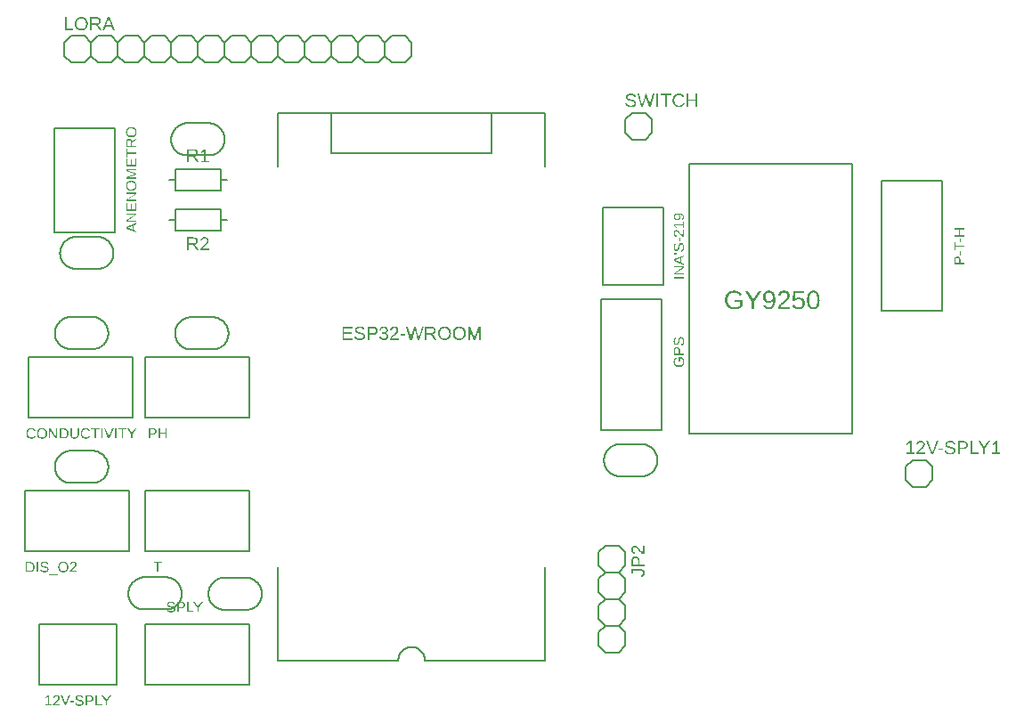
<source format=gbr>
G04 EAGLE Gerber RS-274X export*
G75*
%MOMM*%
%FSLAX34Y34*%
%LPD*%
%INSilkscreen Top*%
%IPPOS*%
%AMOC8*
5,1,8,0,0,1.08239X$1,22.5*%
G01*
G04 Define Apertures*
%ADD10C,0.127000*%
%ADD11C,0.152400*%
G36*
X652080Y702300D02*
X650407Y702300D01*
X650407Y714641D01*
X656214Y714641D01*
X656720Y714626D01*
X657197Y714582D01*
X657644Y714510D01*
X658061Y714408D01*
X658448Y714276D01*
X658806Y714116D01*
X659134Y713927D01*
X659433Y713708D01*
X659698Y713463D01*
X659929Y713196D01*
X660124Y712906D01*
X660283Y712592D01*
X660407Y712256D01*
X660496Y711897D01*
X660549Y711516D01*
X660567Y711111D01*
X660554Y710774D01*
X660517Y710451D01*
X660454Y710141D01*
X660366Y709845D01*
X660254Y709563D01*
X660116Y709295D01*
X659953Y709040D01*
X659765Y708799D01*
X659555Y708575D01*
X659327Y708374D01*
X659079Y708193D01*
X658968Y708127D01*
X658812Y708035D01*
X658526Y707898D01*
X658221Y707782D01*
X657897Y707689D01*
X657554Y707616D01*
X659045Y705353D01*
X661057Y702300D01*
X659130Y702300D01*
X655925Y707424D01*
X652080Y707424D01*
X652080Y702300D01*
G37*
%LPC*%
G36*
X656117Y708746D02*
X656439Y708756D01*
X656741Y708785D01*
X657025Y708833D01*
X657290Y708901D01*
X657536Y708987D01*
X657764Y709094D01*
X657973Y709219D01*
X658163Y709364D01*
X658332Y709526D01*
X658479Y709703D01*
X658603Y709896D01*
X658704Y710105D01*
X658784Y710329D01*
X658840Y710568D01*
X658874Y710823D01*
X658885Y711094D01*
X658874Y711355D01*
X658839Y711600D01*
X658782Y711830D01*
X658702Y712043D01*
X658599Y712240D01*
X658474Y712421D01*
X658325Y712587D01*
X658154Y712736D01*
X657961Y712868D01*
X657748Y712983D01*
X657515Y713080D01*
X657261Y713160D01*
X656988Y713221D01*
X656695Y713265D01*
X656381Y713292D01*
X656047Y713301D01*
X652080Y713301D01*
X652080Y708746D01*
X656117Y708746D01*
G37*
%LPD*%
G36*
X670973Y702300D02*
X663239Y702300D01*
X663239Y703640D01*
X666384Y703640D01*
X666384Y713134D01*
X663598Y711146D01*
X663598Y712635D01*
X666515Y714641D01*
X667969Y714641D01*
X667969Y703640D01*
X670973Y703640D01*
X670973Y702300D01*
G37*
G36*
X652080Y618500D02*
X650407Y618500D01*
X650407Y630841D01*
X656214Y630841D01*
X656720Y630826D01*
X657197Y630782D01*
X657644Y630710D01*
X658061Y630608D01*
X658448Y630476D01*
X658806Y630316D01*
X659134Y630127D01*
X659433Y629908D01*
X659698Y629663D01*
X659929Y629396D01*
X660124Y629106D01*
X660283Y628792D01*
X660407Y628456D01*
X660496Y628097D01*
X660549Y627716D01*
X660567Y627311D01*
X660554Y626974D01*
X660517Y626651D01*
X660454Y626341D01*
X660366Y626045D01*
X660254Y625763D01*
X660116Y625495D01*
X659953Y625240D01*
X659765Y624999D01*
X659555Y624775D01*
X659327Y624574D01*
X659079Y624393D01*
X658968Y624327D01*
X658812Y624235D01*
X658526Y624098D01*
X658221Y623982D01*
X657897Y623889D01*
X657554Y623816D01*
X659045Y621553D01*
X661057Y618500D01*
X659130Y618500D01*
X655925Y623624D01*
X652080Y623624D01*
X652080Y618500D01*
G37*
%LPC*%
G36*
X656117Y624946D02*
X656439Y624956D01*
X656741Y624985D01*
X657025Y625033D01*
X657290Y625101D01*
X657536Y625187D01*
X657764Y625294D01*
X657973Y625419D01*
X658163Y625564D01*
X658332Y625726D01*
X658479Y625903D01*
X658603Y626096D01*
X658704Y626305D01*
X658784Y626529D01*
X658840Y626768D01*
X658874Y627023D01*
X658885Y627294D01*
X658874Y627555D01*
X658839Y627800D01*
X658782Y628030D01*
X658702Y628243D01*
X658599Y628440D01*
X658474Y628621D01*
X658325Y628787D01*
X658154Y628936D01*
X657961Y629068D01*
X657748Y629183D01*
X657515Y629280D01*
X657261Y629360D01*
X656988Y629421D01*
X656695Y629465D01*
X656381Y629492D01*
X656047Y629501D01*
X652080Y629501D01*
X652080Y624946D01*
X656117Y624946D01*
G37*
%LPD*%
G36*
X670947Y618500D02*
X662775Y618500D01*
X662775Y619612D01*
X663011Y620110D01*
X663271Y620577D01*
X663556Y621014D01*
X663865Y621421D01*
X664191Y621804D01*
X664526Y622168D01*
X664868Y622513D01*
X665219Y622840D01*
X665925Y623452D01*
X666624Y624018D01*
X667287Y624561D01*
X667881Y625104D01*
X668148Y625379D01*
X668388Y625660D01*
X668601Y625948D01*
X668788Y626243D01*
X668939Y626550D01*
X669047Y626878D01*
X669112Y627225D01*
X669134Y627591D01*
X669124Y627838D01*
X669097Y628071D01*
X669050Y628289D01*
X668985Y628493D01*
X668901Y628683D01*
X668799Y628859D01*
X668678Y629021D01*
X668538Y629168D01*
X668382Y629299D01*
X668211Y629413D01*
X668026Y629509D01*
X667827Y629588D01*
X667612Y629650D01*
X667384Y629693D01*
X667140Y629720D01*
X666883Y629728D01*
X666637Y629720D01*
X666401Y629694D01*
X666177Y629651D01*
X665964Y629592D01*
X665762Y629515D01*
X665571Y629421D01*
X665392Y629309D01*
X665223Y629181D01*
X665068Y629037D01*
X664930Y628880D01*
X664809Y628708D01*
X664705Y628523D01*
X664618Y628324D01*
X664547Y628111D01*
X664494Y627884D01*
X664457Y627644D01*
X662845Y627793D01*
X662903Y628153D01*
X662989Y628495D01*
X663104Y628818D01*
X663247Y629122D01*
X663418Y629407D01*
X663618Y629673D01*
X663846Y629920D01*
X664102Y630149D01*
X664382Y630354D01*
X664681Y630532D01*
X665000Y630683D01*
X665338Y630806D01*
X665695Y630902D01*
X666072Y630970D01*
X666468Y631011D01*
X666883Y631025D01*
X667336Y631011D01*
X667762Y630970D01*
X668161Y630901D01*
X668533Y630805D01*
X668878Y630681D01*
X669196Y630530D01*
X669487Y630351D01*
X669751Y630144D01*
X669986Y629913D01*
X670190Y629658D01*
X670362Y629380D01*
X670503Y629079D01*
X670613Y628755D01*
X670691Y628408D01*
X670738Y628037D01*
X670754Y627644D01*
X670734Y627285D01*
X670672Y626928D01*
X670569Y626572D01*
X670426Y626216D01*
X670241Y625862D01*
X670017Y625507D01*
X669753Y625152D01*
X669449Y624797D01*
X669051Y624394D01*
X668505Y623893D01*
X667812Y623295D01*
X666970Y622599D01*
X666492Y622197D01*
X666066Y621816D01*
X665691Y621455D01*
X665368Y621114D01*
X665091Y620787D01*
X664855Y620465D01*
X664661Y620150D01*
X664509Y619840D01*
X670947Y619840D01*
X670947Y618500D01*
G37*
G36*
X549570Y827613D02*
X549103Y827625D01*
X548652Y827661D01*
X548218Y827721D01*
X547799Y827806D01*
X547398Y827914D01*
X547012Y828046D01*
X546643Y828203D01*
X546290Y828384D01*
X545955Y828587D01*
X545641Y828812D01*
X545347Y829058D01*
X545073Y829326D01*
X544820Y829616D01*
X544588Y829926D01*
X544375Y830259D01*
X544183Y830613D01*
X544013Y830985D01*
X543865Y831372D01*
X543740Y831775D01*
X543638Y832192D01*
X543559Y832625D01*
X543502Y833074D01*
X543468Y833537D01*
X543456Y834015D01*
X543463Y834380D01*
X543482Y834735D01*
X543513Y835080D01*
X543558Y835415D01*
X543615Y835739D01*
X543684Y836054D01*
X543766Y836358D01*
X543861Y836653D01*
X543969Y836937D01*
X544089Y837211D01*
X544222Y837475D01*
X544368Y837729D01*
X544697Y838207D01*
X545077Y838644D01*
X545502Y839035D01*
X545729Y839211D01*
X545966Y839374D01*
X546213Y839524D01*
X546470Y839661D01*
X546738Y839785D01*
X547014Y839896D01*
X547301Y839993D01*
X547598Y840078D01*
X547905Y840150D01*
X548222Y840208D01*
X548548Y840254D01*
X548885Y840287D01*
X549231Y840306D01*
X549587Y840313D01*
X550050Y840301D01*
X550498Y840266D01*
X550929Y840207D01*
X551346Y840126D01*
X551746Y840020D01*
X552131Y839891D01*
X552500Y839739D01*
X552854Y839564D01*
X553190Y839366D01*
X553505Y839147D01*
X553800Y838907D01*
X554075Y838645D01*
X554329Y838363D01*
X554563Y838059D01*
X554776Y837734D01*
X554969Y837387D01*
X555141Y837022D01*
X555289Y836641D01*
X555415Y836244D01*
X555518Y835831D01*
X555598Y835401D01*
X555655Y834955D01*
X555689Y834493D01*
X555701Y834015D01*
X555689Y833539D01*
X555655Y833078D01*
X555597Y832631D01*
X555516Y832200D01*
X555412Y831784D01*
X555284Y831383D01*
X555134Y830997D01*
X554961Y830626D01*
X554766Y830273D01*
X554550Y829941D01*
X554315Y829630D01*
X554060Y829340D01*
X553784Y829072D01*
X553488Y828824D01*
X553173Y828598D01*
X552837Y828392D01*
X552483Y828210D01*
X552114Y828051D01*
X551729Y827917D01*
X551328Y827808D01*
X550912Y827722D01*
X550480Y827662D01*
X550033Y827625D01*
X549570Y827613D01*
G37*
%LPC*%
G36*
X549570Y828970D02*
X550089Y828991D01*
X550576Y829053D01*
X551033Y829156D01*
X551458Y829300D01*
X551853Y829485D01*
X552216Y829712D01*
X552549Y829980D01*
X552850Y830289D01*
X553118Y830635D01*
X553350Y831016D01*
X553546Y831431D01*
X553707Y831879D01*
X553832Y832362D01*
X553921Y832879D01*
X553975Y833430D01*
X553993Y834015D01*
X553975Y834576D01*
X553921Y835105D01*
X553831Y835604D01*
X553705Y836071D01*
X553543Y836508D01*
X553345Y836914D01*
X553111Y837289D01*
X552841Y837633D01*
X552538Y837941D01*
X552206Y838207D01*
X551844Y838433D01*
X551452Y838618D01*
X551030Y838762D01*
X550579Y838864D01*
X550098Y838926D01*
X549587Y838946D01*
X549072Y838926D01*
X548588Y838865D01*
X548133Y838764D01*
X547709Y838622D01*
X547314Y838440D01*
X546950Y838217D01*
X546616Y837954D01*
X546312Y837650D01*
X546041Y837310D01*
X545806Y836937D01*
X545607Y836531D01*
X545445Y836093D01*
X545318Y835623D01*
X545228Y835119D01*
X545174Y834584D01*
X545155Y834015D01*
X545174Y833450D01*
X545229Y832915D01*
X545320Y832409D01*
X545448Y831934D01*
X545612Y831489D01*
X545813Y831073D01*
X546051Y830688D01*
X546325Y830332D01*
X546631Y830013D01*
X546966Y829737D01*
X547329Y829502D01*
X547721Y829311D01*
X548140Y829162D01*
X548589Y829056D01*
X549065Y828992D01*
X549570Y828970D01*
G37*
%LPD*%
G36*
X559689Y827788D02*
X558016Y827788D01*
X558016Y840129D01*
X563823Y840129D01*
X564329Y840114D01*
X564805Y840070D01*
X565252Y839998D01*
X565670Y839896D01*
X566057Y839764D01*
X566415Y839604D01*
X566743Y839415D01*
X567041Y839196D01*
X567307Y838951D01*
X567538Y838684D01*
X567733Y838394D01*
X567892Y838080D01*
X568016Y837744D01*
X568105Y837385D01*
X568158Y837004D01*
X568176Y836599D01*
X568163Y836262D01*
X568126Y835939D01*
X568063Y835629D01*
X567975Y835333D01*
X567863Y835051D01*
X567725Y834783D01*
X567562Y834528D01*
X567374Y834287D01*
X567164Y834063D01*
X566935Y833862D01*
X566688Y833681D01*
X566577Y833615D01*
X566421Y833523D01*
X566135Y833386D01*
X565830Y833270D01*
X565506Y833177D01*
X565163Y833104D01*
X566654Y830841D01*
X568666Y827788D01*
X566739Y827788D01*
X563534Y832912D01*
X559689Y832912D01*
X559689Y827788D01*
G37*
%LPC*%
G36*
X563726Y834234D02*
X564048Y834244D01*
X564350Y834273D01*
X564634Y834321D01*
X564899Y834389D01*
X565145Y834475D01*
X565373Y834582D01*
X565581Y834707D01*
X565771Y834852D01*
X565941Y835014D01*
X566088Y835191D01*
X566212Y835384D01*
X566313Y835593D01*
X566392Y835817D01*
X566449Y836056D01*
X566483Y836311D01*
X566494Y836582D01*
X566483Y836843D01*
X566448Y837088D01*
X566391Y837318D01*
X566311Y837531D01*
X566208Y837728D01*
X566083Y837909D01*
X565934Y838075D01*
X565763Y838224D01*
X565570Y838356D01*
X565357Y838471D01*
X565124Y838568D01*
X564870Y838648D01*
X564597Y838709D01*
X564303Y838753D01*
X563990Y838780D01*
X563656Y838789D01*
X559689Y838789D01*
X559689Y834234D01*
X563726Y834234D01*
G37*
%LPD*%
G36*
X571282Y827788D02*
X569548Y827788D01*
X574584Y840129D01*
X576485Y840129D01*
X581442Y827788D01*
X579734Y827788D01*
X578324Y831397D01*
X572701Y831397D01*
X571282Y827788D01*
G37*
%LPC*%
G36*
X577825Y832702D02*
X576240Y836774D01*
X575994Y837418D01*
X575749Y838141D01*
X575513Y838868D01*
X575434Y838622D01*
X575162Y837792D01*
X574786Y836757D01*
X573209Y832702D01*
X577825Y832702D01*
G37*
%LPD*%
G36*
X542018Y827788D02*
X534109Y827788D01*
X534109Y840129D01*
X535782Y840129D01*
X535782Y829154D01*
X542018Y829154D01*
X542018Y827788D01*
G37*
G36*
X596996Y675072D02*
X596429Y675092D01*
X595894Y675152D01*
X595391Y675252D01*
X594919Y675391D01*
X594480Y675571D01*
X594072Y675790D01*
X593696Y676049D01*
X593351Y676348D01*
X593043Y676683D01*
X592776Y677049D01*
X592551Y677446D01*
X592366Y677874D01*
X592222Y678334D01*
X592119Y678825D01*
X592058Y679347D01*
X592037Y679900D01*
X592047Y680265D01*
X592074Y680617D01*
X592120Y680957D01*
X592185Y681285D01*
X592268Y681600D01*
X592369Y681903D01*
X592489Y682194D01*
X592627Y682473D01*
X592783Y682737D01*
X592955Y682985D01*
X593144Y683218D01*
X593350Y683434D01*
X593573Y683634D01*
X593812Y683818D01*
X594068Y683986D01*
X594341Y684138D01*
X594628Y684273D01*
X594928Y684390D01*
X595241Y684489D01*
X595567Y684570D01*
X595905Y684633D01*
X596256Y684678D01*
X596620Y684705D01*
X596996Y684714D01*
X597371Y684705D01*
X597735Y684678D01*
X598086Y684632D01*
X598426Y684569D01*
X598753Y684487D01*
X599069Y684386D01*
X599373Y684268D01*
X599665Y684131D01*
X599943Y683978D01*
X600205Y683808D01*
X600449Y683623D01*
X600678Y683422D01*
X600889Y683205D01*
X601084Y682972D01*
X601262Y682723D01*
X601424Y682459D01*
X601568Y682180D01*
X601693Y681890D01*
X601798Y681586D01*
X601885Y681271D01*
X601952Y680943D01*
X602000Y680603D01*
X602028Y680251D01*
X602038Y679886D01*
X602028Y679519D01*
X602000Y679164D01*
X601953Y678822D01*
X601886Y678492D01*
X601801Y678176D01*
X601697Y677872D01*
X601573Y677581D01*
X601431Y677303D01*
X601271Y677040D01*
X601094Y676792D01*
X600900Y676561D01*
X600689Y676346D01*
X600461Y676146D01*
X600216Y675963D01*
X599954Y675796D01*
X599676Y675645D01*
X599383Y675511D01*
X599078Y675394D01*
X598761Y675296D01*
X598432Y675215D01*
X598091Y675153D01*
X597738Y675108D01*
X597373Y675081D01*
X596996Y675072D01*
G37*
%LPC*%
G36*
X596996Y676410D02*
X597441Y676425D01*
X597863Y676468D01*
X598261Y676540D01*
X598635Y676640D01*
X598986Y676770D01*
X599313Y676928D01*
X599617Y677115D01*
X599896Y677331D01*
X600148Y677572D01*
X600366Y677836D01*
X600550Y678122D01*
X600701Y678430D01*
X600818Y678761D01*
X600902Y679114D01*
X600952Y679489D01*
X600969Y679886D01*
X600953Y680295D01*
X600904Y680679D01*
X600823Y681038D01*
X600709Y681374D01*
X600563Y681684D01*
X600385Y681970D01*
X600174Y682232D01*
X599931Y682469D01*
X599658Y682680D01*
X599358Y682863D01*
X599032Y683018D01*
X598678Y683144D01*
X598298Y683243D01*
X597891Y683313D01*
X597457Y683355D01*
X596996Y683369D01*
X596555Y683355D01*
X596138Y683313D01*
X595745Y683242D01*
X595377Y683143D01*
X595033Y683015D01*
X594714Y682859D01*
X594419Y682675D01*
X594148Y682462D01*
X593905Y682224D01*
X593695Y681962D01*
X593517Y681677D01*
X593372Y681368D01*
X593259Y681036D01*
X593178Y680681D01*
X593129Y680302D01*
X593113Y679900D01*
X593129Y679495D01*
X593177Y679113D01*
X593257Y678755D01*
X593368Y678421D01*
X593512Y678110D01*
X593687Y677823D01*
X593895Y677560D01*
X594134Y677321D01*
X594402Y677107D01*
X594696Y676922D01*
X595015Y676766D01*
X595360Y676638D01*
X595731Y676538D01*
X596127Y676467D01*
X596549Y676425D01*
X596996Y676410D01*
G37*
%LPD*%
G36*
X596996Y726072D02*
X596429Y726092D01*
X595894Y726152D01*
X595391Y726252D01*
X594919Y726391D01*
X594480Y726571D01*
X594072Y726790D01*
X593696Y727049D01*
X593351Y727348D01*
X593043Y727683D01*
X592776Y728049D01*
X592551Y728446D01*
X592366Y728874D01*
X592222Y729334D01*
X592119Y729825D01*
X592058Y730347D01*
X592037Y730900D01*
X592047Y731265D01*
X592074Y731617D01*
X592120Y731957D01*
X592185Y732285D01*
X592268Y732600D01*
X592369Y732903D01*
X592489Y733194D01*
X592627Y733473D01*
X592783Y733737D01*
X592955Y733985D01*
X593144Y734218D01*
X593350Y734434D01*
X593573Y734634D01*
X593812Y734818D01*
X594068Y734986D01*
X594341Y735138D01*
X594628Y735273D01*
X594928Y735390D01*
X595241Y735489D01*
X595567Y735570D01*
X595905Y735633D01*
X596256Y735678D01*
X596620Y735705D01*
X596996Y735714D01*
X597371Y735705D01*
X597735Y735678D01*
X598086Y735632D01*
X598426Y735569D01*
X598753Y735487D01*
X599069Y735386D01*
X599373Y735268D01*
X599665Y735131D01*
X599943Y734978D01*
X600205Y734808D01*
X600449Y734623D01*
X600678Y734422D01*
X600889Y734205D01*
X601084Y733972D01*
X601262Y733723D01*
X601424Y733459D01*
X601568Y733180D01*
X601693Y732890D01*
X601798Y732586D01*
X601885Y732271D01*
X601952Y731943D01*
X602000Y731603D01*
X602028Y731251D01*
X602038Y730886D01*
X602028Y730519D01*
X602000Y730164D01*
X601953Y729822D01*
X601886Y729492D01*
X601801Y729176D01*
X601697Y728872D01*
X601573Y728581D01*
X601431Y728303D01*
X601271Y728040D01*
X601094Y727792D01*
X600900Y727561D01*
X600689Y727346D01*
X600461Y727146D01*
X600216Y726963D01*
X599954Y726796D01*
X599676Y726645D01*
X599383Y726511D01*
X599078Y726394D01*
X598761Y726296D01*
X598432Y726215D01*
X598091Y726153D01*
X597738Y726108D01*
X597373Y726081D01*
X596996Y726072D01*
G37*
%LPC*%
G36*
X596996Y727410D02*
X597441Y727425D01*
X597863Y727468D01*
X598261Y727540D01*
X598635Y727640D01*
X598986Y727770D01*
X599313Y727928D01*
X599617Y728115D01*
X599896Y728331D01*
X600148Y728572D01*
X600366Y728836D01*
X600550Y729122D01*
X600701Y729430D01*
X600818Y729761D01*
X600902Y730114D01*
X600952Y730489D01*
X600969Y730886D01*
X600953Y731295D01*
X600904Y731679D01*
X600823Y732038D01*
X600709Y732374D01*
X600563Y732684D01*
X600385Y732970D01*
X600174Y733232D01*
X599931Y733469D01*
X599658Y733680D01*
X599358Y733863D01*
X599032Y734018D01*
X598678Y734144D01*
X598298Y734243D01*
X597891Y734313D01*
X597457Y734355D01*
X596996Y734369D01*
X596555Y734355D01*
X596138Y734313D01*
X595745Y734242D01*
X595377Y734143D01*
X595033Y734015D01*
X594714Y733859D01*
X594419Y733675D01*
X594148Y733462D01*
X593905Y733224D01*
X593695Y732962D01*
X593517Y732677D01*
X593372Y732368D01*
X593259Y732036D01*
X593178Y731681D01*
X593129Y731302D01*
X593113Y730900D01*
X593129Y730495D01*
X593177Y730113D01*
X593257Y729755D01*
X593368Y729421D01*
X593512Y729110D01*
X593687Y728823D01*
X593895Y728560D01*
X594134Y728321D01*
X594402Y728107D01*
X594696Y727922D01*
X595015Y727766D01*
X595360Y727638D01*
X595731Y727538D01*
X596127Y727467D01*
X596549Y727425D01*
X596996Y727410D01*
G37*
%LPD*%
G36*
X601900Y716374D02*
X592182Y716374D01*
X592182Y720947D01*
X592194Y721346D01*
X592228Y721721D01*
X592285Y722073D01*
X592366Y722402D01*
X592469Y722707D01*
X592595Y722988D01*
X592745Y723247D01*
X592917Y723482D01*
X593109Y723691D01*
X593320Y723873D01*
X593549Y724026D01*
X593795Y724152D01*
X594060Y724249D01*
X594342Y724319D01*
X594643Y724361D01*
X594962Y724375D01*
X595227Y724365D01*
X595482Y724336D01*
X595725Y724286D01*
X595958Y724217D01*
X596181Y724128D01*
X596392Y724020D01*
X596593Y723892D01*
X596782Y723744D01*
X596958Y723579D01*
X597117Y723398D01*
X597259Y723203D01*
X597311Y723116D01*
X597384Y722993D01*
X597492Y722768D01*
X597583Y722528D01*
X597657Y722273D01*
X597714Y722002D01*
X599496Y723177D01*
X601900Y724761D01*
X601900Y723244D01*
X597865Y720720D01*
X597865Y717692D01*
X601900Y717692D01*
X601900Y716374D01*
G37*
%LPC*%
G36*
X596824Y717692D02*
X596824Y720871D01*
X596816Y721124D01*
X596793Y721362D01*
X596755Y721586D01*
X596702Y721795D01*
X596634Y721989D01*
X596550Y722168D01*
X596452Y722332D01*
X596338Y722482D01*
X596210Y722615D01*
X596070Y722731D01*
X595918Y722828D01*
X595754Y722908D01*
X595578Y722971D01*
X595389Y723015D01*
X595188Y723042D01*
X594975Y723051D01*
X594770Y723042D01*
X594577Y723015D01*
X594396Y722970D01*
X594228Y722907D01*
X594073Y722826D01*
X593930Y722727D01*
X593800Y722610D01*
X593682Y722475D01*
X593578Y722323D01*
X593488Y722155D01*
X593411Y721972D01*
X593349Y721772D01*
X593300Y721557D01*
X593265Y721326D01*
X593244Y721079D01*
X593237Y720816D01*
X593237Y717692D01*
X596824Y717692D01*
G37*
%LPD*%
G36*
X601900Y686562D02*
X592182Y686562D01*
X592182Y688293D01*
X598921Y690879D01*
X599793Y691145D01*
X600465Y691314D01*
X600118Y691399D01*
X599627Y691545D01*
X598921Y691783D01*
X592182Y694321D01*
X592182Y696011D01*
X601900Y696011D01*
X601900Y694825D01*
X595417Y694825D01*
X594362Y694840D01*
X593348Y694887D01*
X594448Y694566D01*
X595279Y694280D01*
X601900Y691769D01*
X601900Y690845D01*
X595279Y688300D01*
X594106Y687914D01*
X593348Y687686D01*
X594113Y687707D01*
X595417Y687734D01*
X601900Y687734D01*
X601900Y686562D01*
G37*
G36*
X601900Y635212D02*
X592182Y639178D01*
X592182Y640675D01*
X601900Y644578D01*
X601900Y643233D01*
X599058Y642123D01*
X599058Y637695D01*
X601900Y636578D01*
X601900Y635212D01*
G37*
%LPC*%
G36*
X598031Y638095D02*
X598031Y641730D01*
X594824Y640481D01*
X594317Y640288D01*
X593748Y640095D01*
X593175Y639909D01*
X593368Y639847D01*
X594022Y639633D01*
X594838Y639337D01*
X598031Y638095D01*
G37*
%LPD*%
G36*
X601900Y645749D02*
X592182Y645749D01*
X592182Y647281D01*
X600514Y652536D01*
X599348Y652474D01*
X598555Y652453D01*
X592182Y652453D01*
X592182Y653640D01*
X601900Y653640D01*
X601900Y652053D01*
X593624Y646853D01*
X594293Y646887D01*
X595444Y646922D01*
X601900Y646922D01*
X601900Y645749D01*
G37*
G36*
X601900Y665374D02*
X592182Y665374D01*
X592182Y666906D01*
X600514Y672161D01*
X599348Y672099D01*
X598555Y672078D01*
X592182Y672078D01*
X592182Y673265D01*
X601900Y673265D01*
X601900Y671678D01*
X593624Y666478D01*
X594293Y666512D01*
X595444Y666547D01*
X601900Y666547D01*
X601900Y665374D01*
G37*
G36*
X601900Y655937D02*
X592182Y655937D01*
X592182Y663310D01*
X593258Y663310D01*
X593258Y657254D01*
X596376Y657254D01*
X596376Y662896D01*
X597438Y662896D01*
X597438Y657254D01*
X600824Y657254D01*
X600824Y663593D01*
X601900Y663593D01*
X601900Y655937D01*
G37*
G36*
X601900Y698312D02*
X592182Y698312D01*
X592182Y705685D01*
X593258Y705685D01*
X593258Y699629D01*
X596376Y699629D01*
X596376Y705271D01*
X597438Y705271D01*
X597438Y699629D01*
X600824Y699629D01*
X600824Y705968D01*
X601900Y705968D01*
X601900Y698312D01*
G37*
G36*
X593258Y706908D02*
X592182Y706908D01*
X592182Y714895D01*
X593258Y714895D01*
X593258Y711557D01*
X601900Y711557D01*
X601900Y710246D01*
X593258Y710246D01*
X593258Y706908D01*
G37*
G36*
X512204Y439362D02*
X511836Y439372D01*
X511481Y439400D01*
X511139Y439447D01*
X510810Y439514D01*
X510493Y439599D01*
X510189Y439703D01*
X509899Y439827D01*
X509621Y439969D01*
X509357Y440129D01*
X509110Y440306D01*
X508878Y440500D01*
X508663Y440711D01*
X508464Y440939D01*
X508280Y441184D01*
X508113Y441446D01*
X507962Y441724D01*
X507828Y442017D01*
X507711Y442322D01*
X507613Y442639D01*
X507533Y442968D01*
X507470Y443309D01*
X507425Y443662D01*
X507398Y444027D01*
X507389Y444404D01*
X507409Y444971D01*
X507469Y445506D01*
X507569Y446009D01*
X507708Y446481D01*
X507888Y446920D01*
X508107Y447328D01*
X508366Y447704D01*
X508665Y448049D01*
X509000Y448357D01*
X509366Y448624D01*
X509763Y448849D01*
X510191Y449034D01*
X510651Y449178D01*
X511142Y449281D01*
X511664Y449342D01*
X512217Y449363D01*
X512582Y449353D01*
X512934Y449326D01*
X513274Y449280D01*
X513602Y449215D01*
X513917Y449132D01*
X514220Y449031D01*
X514511Y448911D01*
X514790Y448773D01*
X515054Y448617D01*
X515303Y448445D01*
X515535Y448256D01*
X515751Y448050D01*
X515951Y447827D01*
X516135Y447588D01*
X516304Y447332D01*
X516456Y447059D01*
X516591Y446772D01*
X516708Y446472D01*
X516806Y446159D01*
X516887Y445833D01*
X516950Y445495D01*
X516995Y445144D01*
X517022Y444780D01*
X517031Y444404D01*
X517022Y444029D01*
X516995Y443665D01*
X516949Y443314D01*
X516886Y442974D01*
X516804Y442647D01*
X516704Y442331D01*
X516585Y442027D01*
X516449Y441735D01*
X516295Y441457D01*
X516126Y441195D01*
X515940Y440951D01*
X515739Y440722D01*
X515522Y440511D01*
X515289Y440316D01*
X515041Y440138D01*
X514776Y439976D01*
X514498Y439832D01*
X514207Y439707D01*
X513904Y439602D01*
X513588Y439516D01*
X513260Y439448D01*
X512920Y439400D01*
X512568Y439372D01*
X512204Y439362D01*
G37*
%LPC*%
G36*
X512204Y440431D02*
X512612Y440447D01*
X512996Y440496D01*
X513356Y440577D01*
X513691Y440691D01*
X514001Y440837D01*
X514288Y441015D01*
X514549Y441226D01*
X514786Y441469D01*
X514997Y441742D01*
X515180Y442042D01*
X515335Y442368D01*
X515462Y442722D01*
X515560Y443102D01*
X515630Y443509D01*
X515672Y443943D01*
X515687Y444404D01*
X515672Y444845D01*
X515630Y445262D01*
X515559Y445655D01*
X515460Y446023D01*
X515332Y446367D01*
X515176Y446686D01*
X514992Y446981D01*
X514780Y447252D01*
X514541Y447495D01*
X514279Y447705D01*
X513994Y447883D01*
X513686Y448028D01*
X513354Y448141D01*
X512998Y448222D01*
X512619Y448271D01*
X512217Y448287D01*
X511812Y448271D01*
X511430Y448223D01*
X511072Y448143D01*
X510738Y448032D01*
X510427Y447888D01*
X510141Y447713D01*
X509877Y447505D01*
X509638Y447266D01*
X509425Y446998D01*
X509240Y446704D01*
X509083Y446385D01*
X508955Y446040D01*
X508856Y445669D01*
X508784Y445273D01*
X508742Y444851D01*
X508727Y444404D01*
X508742Y443959D01*
X508785Y443537D01*
X508857Y443139D01*
X508958Y442765D01*
X509087Y442414D01*
X509245Y442087D01*
X509432Y441783D01*
X509648Y441504D01*
X509890Y441252D01*
X510153Y441034D01*
X510439Y440850D01*
X510747Y440699D01*
X511078Y440582D01*
X511431Y440498D01*
X511806Y440448D01*
X512204Y440431D01*
G37*
%LPD*%
G36*
X532701Y439500D02*
X529067Y439500D01*
X529067Y449218D01*
X532281Y449218D01*
X532880Y449198D01*
X533445Y449140D01*
X533974Y449044D01*
X534468Y448908D01*
X534927Y448734D01*
X535350Y448521D01*
X535738Y448270D01*
X536091Y447980D01*
X536406Y447654D01*
X536678Y447296D01*
X536909Y446904D01*
X537097Y446481D01*
X537244Y446024D01*
X537349Y445535D01*
X537412Y445013D01*
X537433Y444459D01*
X537424Y444089D01*
X537396Y443731D01*
X537350Y443384D01*
X537286Y443049D01*
X537204Y442726D01*
X537103Y442415D01*
X536984Y442116D01*
X536846Y441828D01*
X536692Y441554D01*
X536523Y441297D01*
X536338Y441056D01*
X536138Y440832D01*
X535922Y440624D01*
X535692Y440433D01*
X535446Y440258D01*
X535184Y440100D01*
X534910Y439959D01*
X534626Y439838D01*
X534331Y439734D01*
X534026Y439650D01*
X533710Y439584D01*
X533384Y439538D01*
X533048Y439509D01*
X532701Y439500D01*
G37*
%LPC*%
G36*
X532550Y440555D02*
X532813Y440563D01*
X533068Y440585D01*
X533315Y440621D01*
X533554Y440672D01*
X533785Y440738D01*
X534008Y440819D01*
X534222Y440914D01*
X534429Y441024D01*
X534626Y441148D01*
X534811Y441285D01*
X534984Y441434D01*
X535145Y441597D01*
X535295Y441772D01*
X535433Y441960D01*
X535559Y442162D01*
X535674Y442376D01*
X535776Y442602D01*
X535864Y442837D01*
X535939Y443083D01*
X536000Y443338D01*
X536047Y443603D01*
X536081Y443879D01*
X536102Y444164D01*
X536108Y444459D01*
X536093Y444897D01*
X536047Y445309D01*
X535969Y445693D01*
X535861Y446051D01*
X535722Y446382D01*
X535552Y446686D01*
X535351Y446964D01*
X535119Y447214D01*
X534857Y447437D01*
X534569Y447629D01*
X534252Y447792D01*
X533907Y447926D01*
X533535Y448029D01*
X533136Y448103D01*
X532708Y448148D01*
X532253Y448163D01*
X530384Y448163D01*
X530384Y440555D01*
X532550Y440555D01*
G37*
%LPD*%
G36*
X520020Y439500D02*
X518848Y439500D01*
X518848Y449218D01*
X520379Y449218D01*
X525635Y440886D01*
X525572Y442052D01*
X525552Y442845D01*
X525552Y449218D01*
X526738Y449218D01*
X526738Y439500D01*
X525152Y439500D01*
X519951Y447776D01*
X519986Y447107D01*
X520020Y445956D01*
X520020Y439500D01*
G37*
G36*
X543137Y439362D02*
X542844Y439369D01*
X542560Y439389D01*
X542285Y439423D01*
X542020Y439471D01*
X541764Y439532D01*
X541518Y439606D01*
X541281Y439695D01*
X541054Y439797D01*
X540838Y439911D01*
X540634Y440038D01*
X540443Y440178D01*
X540265Y440329D01*
X540098Y440493D01*
X539945Y440669D01*
X539804Y440858D01*
X539675Y441059D01*
X539560Y441271D01*
X539461Y441492D01*
X539376Y441724D01*
X539308Y441966D01*
X539254Y442217D01*
X539216Y442479D01*
X539193Y442750D01*
X539185Y443031D01*
X539185Y449218D01*
X540503Y449218D01*
X540503Y443142D01*
X540513Y442819D01*
X540545Y442516D01*
X540598Y442233D01*
X540671Y441971D01*
X540767Y441728D01*
X540883Y441506D01*
X541020Y441303D01*
X541178Y441121D01*
X541357Y440959D01*
X541554Y440819D01*
X541770Y440701D01*
X542004Y440604D01*
X542258Y440528D01*
X542530Y440474D01*
X542821Y440442D01*
X543130Y440431D01*
X543449Y440442D01*
X543749Y440476D01*
X544031Y440531D01*
X544295Y440610D01*
X544541Y440710D01*
X544768Y440833D01*
X544977Y440978D01*
X545168Y441145D01*
X545339Y441334D01*
X545487Y441543D01*
X545612Y441773D01*
X545714Y442023D01*
X545794Y442295D01*
X545850Y442586D01*
X545885Y442898D01*
X545896Y443231D01*
X545896Y449218D01*
X547206Y449218D01*
X547206Y443155D01*
X547199Y442866D01*
X547175Y442586D01*
X547136Y442316D01*
X547081Y442057D01*
X547011Y441808D01*
X546925Y441569D01*
X546824Y441340D01*
X546706Y441121D01*
X546575Y440913D01*
X546430Y440718D01*
X546273Y440536D01*
X546103Y440366D01*
X545920Y440209D01*
X545724Y440065D01*
X545514Y439933D01*
X545292Y439814D01*
X545059Y439708D01*
X544815Y439616D01*
X544561Y439539D01*
X544297Y439475D01*
X544022Y439426D01*
X543737Y439390D01*
X543442Y439369D01*
X543137Y439362D01*
G37*
G36*
X501988Y439362D02*
X501627Y439372D01*
X501279Y439400D01*
X500942Y439448D01*
X500619Y439515D01*
X500307Y439600D01*
X500008Y439705D01*
X499721Y439829D01*
X499447Y439972D01*
X499187Y440133D01*
X498943Y440310D01*
X498714Y440504D01*
X498502Y440714D01*
X498306Y440940D01*
X498125Y441183D01*
X497961Y441442D01*
X497812Y441717D01*
X497681Y442008D01*
X497566Y442311D01*
X497470Y442627D01*
X497391Y442956D01*
X497329Y443299D01*
X497285Y443654D01*
X497259Y444022D01*
X497250Y444404D01*
X497270Y444969D01*
X497329Y445503D01*
X497427Y446005D01*
X497564Y446476D01*
X497741Y446916D01*
X497956Y447324D01*
X498211Y447700D01*
X498506Y448045D01*
X498834Y448354D01*
X499193Y448622D01*
X499583Y448848D01*
X500002Y449033D01*
X500452Y449177D01*
X500932Y449280D01*
X501441Y449342D01*
X501982Y449363D01*
X502362Y449353D01*
X502726Y449325D01*
X503074Y449277D01*
X503406Y449211D01*
X503722Y449126D01*
X504022Y449021D01*
X504307Y448898D01*
X504575Y448756D01*
X504827Y448595D01*
X505061Y448416D01*
X505278Y448218D01*
X505478Y448002D01*
X505661Y447768D01*
X505827Y447516D01*
X505975Y447245D01*
X506106Y446956D01*
X504858Y446542D01*
X504767Y446748D01*
X504663Y446941D01*
X504546Y447122D01*
X504417Y447290D01*
X504275Y447446D01*
X504120Y447589D01*
X503952Y447720D01*
X503771Y447838D01*
X503580Y447944D01*
X503380Y448035D01*
X503171Y448112D01*
X502953Y448175D01*
X502727Y448224D01*
X502492Y448259D01*
X502248Y448280D01*
X501995Y448287D01*
X501603Y448271D01*
X501233Y448222D01*
X500886Y448141D01*
X500561Y448027D01*
X500258Y447881D01*
X499978Y447703D01*
X499720Y447492D01*
X499485Y447249D01*
X499275Y446977D01*
X499093Y446682D01*
X498939Y446362D01*
X498812Y446019D01*
X498714Y445651D01*
X498644Y445259D01*
X498602Y444843D01*
X498588Y444404D01*
X498603Y443968D01*
X498647Y443554D01*
X498720Y443162D01*
X498822Y442792D01*
X498953Y442444D01*
X499114Y442118D01*
X499304Y441814D01*
X499523Y441531D01*
X499767Y441277D01*
X500031Y441056D01*
X500316Y440869D01*
X500622Y440716D01*
X500948Y440598D01*
X501295Y440513D01*
X501663Y440462D01*
X502051Y440445D01*
X502302Y440453D01*
X502545Y440476D01*
X502780Y440516D01*
X503008Y440571D01*
X503227Y440642D01*
X503439Y440729D01*
X503643Y440832D01*
X503839Y440950D01*
X504026Y441084D01*
X504206Y441234D01*
X504378Y441400D01*
X504543Y441582D01*
X504847Y441992D01*
X505120Y442466D01*
X506196Y441928D01*
X506038Y441623D01*
X505865Y441338D01*
X505677Y441071D01*
X505474Y440822D01*
X505256Y440593D01*
X505022Y440382D01*
X504773Y440190D01*
X504509Y440017D01*
X504232Y439864D01*
X503944Y439731D01*
X503646Y439618D01*
X503336Y439526D01*
X503015Y439454D01*
X502684Y439403D01*
X502342Y439372D01*
X501988Y439362D01*
G37*
G36*
X553770Y439362D02*
X553409Y439372D01*
X553060Y439400D01*
X552724Y439448D01*
X552400Y439515D01*
X552088Y439600D01*
X551789Y439705D01*
X551503Y439829D01*
X551228Y439972D01*
X550968Y440133D01*
X550724Y440310D01*
X550496Y440504D01*
X550283Y440714D01*
X550087Y440940D01*
X549907Y441183D01*
X549742Y441442D01*
X549594Y441717D01*
X549462Y442008D01*
X549348Y442311D01*
X549251Y442627D01*
X549172Y442956D01*
X549111Y443299D01*
X549067Y443654D01*
X549040Y444022D01*
X549032Y444404D01*
X549051Y444969D01*
X549110Y445503D01*
X549208Y446005D01*
X549345Y446476D01*
X549522Y446916D01*
X549738Y447324D01*
X549993Y447700D01*
X550287Y448045D01*
X550616Y448354D01*
X550975Y448622D01*
X551364Y448848D01*
X551783Y449033D01*
X552233Y449177D01*
X552713Y449280D01*
X553223Y449342D01*
X553763Y449363D01*
X554143Y449353D01*
X554507Y449325D01*
X554855Y449277D01*
X555187Y449211D01*
X555503Y449126D01*
X555803Y449021D01*
X556088Y448898D01*
X556356Y448756D01*
X556608Y448595D01*
X556842Y448416D01*
X557060Y448218D01*
X557260Y448002D01*
X557442Y447768D01*
X557608Y447516D01*
X557756Y447245D01*
X557887Y446956D01*
X556639Y446542D01*
X556548Y446748D01*
X556444Y446941D01*
X556328Y447122D01*
X556198Y447290D01*
X556056Y447446D01*
X555901Y447589D01*
X555733Y447720D01*
X555553Y447838D01*
X555361Y447944D01*
X555161Y448035D01*
X554952Y448112D01*
X554734Y448175D01*
X554508Y448224D01*
X554273Y448259D01*
X554029Y448280D01*
X553777Y448287D01*
X553384Y448271D01*
X553015Y448222D01*
X552667Y448141D01*
X552342Y448027D01*
X552039Y447881D01*
X551759Y447703D01*
X551501Y447492D01*
X551266Y447249D01*
X551056Y446977D01*
X550874Y446682D01*
X550720Y446362D01*
X550594Y446019D01*
X550496Y445651D01*
X550426Y445259D01*
X550384Y444843D01*
X550370Y444404D01*
X550384Y443968D01*
X550428Y443554D01*
X550501Y443162D01*
X550603Y442792D01*
X550735Y442444D01*
X550895Y442118D01*
X551085Y441814D01*
X551304Y441531D01*
X551548Y441277D01*
X551812Y441056D01*
X552098Y440869D01*
X552403Y440716D01*
X552730Y440598D01*
X553076Y440513D01*
X553444Y440462D01*
X553832Y440445D01*
X554083Y440453D01*
X554326Y440476D01*
X554562Y440516D01*
X554789Y440571D01*
X555009Y440642D01*
X555220Y440729D01*
X555424Y440832D01*
X555620Y440950D01*
X555808Y441084D01*
X555988Y441234D01*
X556160Y441400D01*
X556324Y441582D01*
X556628Y441992D01*
X556901Y442466D01*
X557977Y441928D01*
X557819Y441623D01*
X557646Y441338D01*
X557458Y441071D01*
X557255Y440822D01*
X557037Y440593D01*
X556803Y440382D01*
X556555Y440190D01*
X556291Y440017D01*
X556014Y439864D01*
X555726Y439731D01*
X555427Y439618D01*
X555117Y439526D01*
X554797Y439454D01*
X554465Y439403D01*
X554123Y439372D01*
X553770Y439362D01*
G37*
G36*
X576458Y439500D02*
X575092Y439500D01*
X571126Y449218D01*
X572513Y449218D01*
X575202Y442376D01*
X575782Y440659D01*
X576361Y442376D01*
X579037Y449218D01*
X580423Y449218D01*
X576458Y439500D01*
G37*
G36*
X598392Y439500D02*
X597081Y439500D01*
X597081Y443528D01*
X593343Y449218D01*
X594792Y449218D01*
X597750Y444590D01*
X600696Y449218D01*
X602144Y449218D01*
X598392Y443528D01*
X598392Y439500D01*
G37*
G36*
X563468Y439500D02*
X562157Y439500D01*
X562157Y448142D01*
X558819Y448142D01*
X558819Y449218D01*
X566806Y449218D01*
X566806Y448142D01*
X563468Y448142D01*
X563468Y439500D01*
G37*
G36*
X589374Y439500D02*
X588063Y439500D01*
X588063Y448142D01*
X584725Y448142D01*
X584725Y449218D01*
X592712Y449218D01*
X592712Y448142D01*
X589374Y448142D01*
X589374Y439500D01*
G37*
G36*
X569748Y439500D02*
X568430Y439500D01*
X568430Y449218D01*
X569748Y449218D01*
X569748Y439500D01*
G37*
G36*
X583091Y439500D02*
X581774Y439500D01*
X581774Y449218D01*
X583091Y449218D01*
X583091Y439500D01*
G37*
G36*
X532437Y312362D02*
X532069Y312372D01*
X531714Y312400D01*
X531372Y312447D01*
X531042Y312514D01*
X530726Y312599D01*
X530422Y312703D01*
X530132Y312827D01*
X529854Y312969D01*
X529590Y313129D01*
X529343Y313306D01*
X529111Y313500D01*
X528896Y313711D01*
X528696Y313939D01*
X528513Y314184D01*
X528346Y314446D01*
X528195Y314724D01*
X528061Y315017D01*
X527944Y315322D01*
X527846Y315639D01*
X527766Y315968D01*
X527703Y316309D01*
X527658Y316662D01*
X527631Y317027D01*
X527622Y317404D01*
X527642Y317971D01*
X527702Y318506D01*
X527802Y319009D01*
X527941Y319481D01*
X528121Y319920D01*
X528340Y320328D01*
X528599Y320704D01*
X528898Y321049D01*
X529233Y321357D01*
X529599Y321624D01*
X529996Y321849D01*
X530424Y322034D01*
X530884Y322178D01*
X531375Y322281D01*
X531897Y322342D01*
X532450Y322363D01*
X532815Y322353D01*
X533167Y322326D01*
X533507Y322280D01*
X533835Y322215D01*
X534150Y322132D01*
X534453Y322031D01*
X534744Y321911D01*
X535023Y321773D01*
X535287Y321617D01*
X535536Y321445D01*
X535768Y321256D01*
X535984Y321050D01*
X536184Y320827D01*
X536368Y320588D01*
X536537Y320332D01*
X536689Y320059D01*
X536823Y319772D01*
X536940Y319472D01*
X537039Y319159D01*
X537120Y318833D01*
X537183Y318495D01*
X537228Y318144D01*
X537255Y317780D01*
X537264Y317404D01*
X537255Y317029D01*
X537228Y316665D01*
X537182Y316314D01*
X537119Y315974D01*
X537037Y315647D01*
X536937Y315331D01*
X536818Y315027D01*
X536682Y314735D01*
X536528Y314457D01*
X536359Y314195D01*
X536173Y313951D01*
X535972Y313722D01*
X535755Y313511D01*
X535522Y313316D01*
X535274Y313138D01*
X535009Y312976D01*
X534731Y312832D01*
X534440Y312707D01*
X534137Y312602D01*
X533821Y312516D01*
X533493Y312448D01*
X533153Y312400D01*
X532801Y312372D01*
X532437Y312362D01*
G37*
%LPC*%
G36*
X532437Y313431D02*
X532845Y313447D01*
X533229Y313496D01*
X533589Y313577D01*
X533924Y313691D01*
X534234Y313837D01*
X534520Y314015D01*
X534782Y314226D01*
X535019Y314469D01*
X535230Y314742D01*
X535413Y315042D01*
X535568Y315368D01*
X535694Y315722D01*
X535793Y316102D01*
X535863Y316509D01*
X535905Y316943D01*
X535920Y317404D01*
X535905Y317845D01*
X535863Y318262D01*
X535792Y318655D01*
X535693Y319023D01*
X535565Y319367D01*
X535409Y319686D01*
X535225Y319981D01*
X535013Y320252D01*
X534774Y320495D01*
X534512Y320705D01*
X534227Y320883D01*
X533919Y321028D01*
X533587Y321141D01*
X533231Y321222D01*
X532852Y321271D01*
X532450Y321287D01*
X532045Y321271D01*
X531663Y321223D01*
X531305Y321143D01*
X530971Y321032D01*
X530660Y320888D01*
X530373Y320713D01*
X530110Y320505D01*
X529871Y320266D01*
X529657Y319998D01*
X529473Y319704D01*
X529316Y319385D01*
X529188Y319040D01*
X529088Y318669D01*
X529017Y318273D01*
X528975Y317851D01*
X528960Y317404D01*
X528975Y316959D01*
X529018Y316537D01*
X529090Y316139D01*
X529191Y315765D01*
X529320Y315414D01*
X529478Y315087D01*
X529665Y314783D01*
X529881Y314504D01*
X530123Y314252D01*
X530386Y314034D01*
X530672Y313850D01*
X530980Y313699D01*
X531311Y313582D01*
X531664Y313498D01*
X532039Y313448D01*
X532437Y313431D01*
G37*
%LPD*%
G36*
X500372Y312500D02*
X496737Y312500D01*
X496737Y322218D01*
X499951Y322218D01*
X500551Y322198D01*
X501115Y322140D01*
X501644Y322044D01*
X502138Y321908D01*
X502597Y321734D01*
X503020Y321521D01*
X503409Y321270D01*
X503762Y320980D01*
X504076Y320654D01*
X504349Y320296D01*
X504579Y319904D01*
X504768Y319481D01*
X504915Y319024D01*
X505019Y318535D01*
X505082Y318013D01*
X505103Y317459D01*
X505094Y317089D01*
X505067Y316731D01*
X505021Y316384D01*
X504957Y316049D01*
X504874Y315726D01*
X504773Y315415D01*
X504654Y315116D01*
X504517Y314828D01*
X504363Y314554D01*
X504193Y314297D01*
X504008Y314056D01*
X503808Y313832D01*
X503593Y313624D01*
X503362Y313433D01*
X503116Y313258D01*
X502855Y313100D01*
X502581Y312959D01*
X502296Y312838D01*
X502001Y312734D01*
X501696Y312650D01*
X501381Y312584D01*
X501055Y312538D01*
X500718Y312509D01*
X500372Y312500D01*
G37*
%LPC*%
G36*
X500220Y313555D02*
X500483Y313563D01*
X500738Y313585D01*
X500986Y313621D01*
X501224Y313672D01*
X501455Y313738D01*
X501678Y313819D01*
X501893Y313914D01*
X502100Y314024D01*
X502296Y314148D01*
X502481Y314285D01*
X502654Y314434D01*
X502816Y314597D01*
X502966Y314772D01*
X503104Y314960D01*
X503230Y315162D01*
X503344Y315376D01*
X503446Y315602D01*
X503535Y315837D01*
X503609Y316083D01*
X503670Y316338D01*
X503718Y316603D01*
X503752Y316879D01*
X503772Y317164D01*
X503779Y317459D01*
X503763Y317897D01*
X503717Y318309D01*
X503640Y318693D01*
X503532Y319051D01*
X503392Y319382D01*
X503222Y319686D01*
X503021Y319964D01*
X502789Y320214D01*
X502528Y320437D01*
X502239Y320629D01*
X501922Y320792D01*
X501578Y320926D01*
X501206Y321029D01*
X500806Y321103D01*
X500379Y321148D01*
X499924Y321163D01*
X498054Y321163D01*
X498054Y313555D01*
X500220Y313555D01*
G37*
%LPD*%
G36*
X514431Y312362D02*
X513999Y312372D01*
X513590Y312401D01*
X513204Y312449D01*
X512842Y312516D01*
X512503Y312603D01*
X512187Y312709D01*
X511895Y312835D01*
X511626Y312979D01*
X511380Y313143D01*
X511158Y313327D01*
X510959Y313529D01*
X510783Y313751D01*
X510631Y313992D01*
X510502Y314252D01*
X510396Y314532D01*
X510314Y314831D01*
X511590Y315086D01*
X511652Y314875D01*
X511731Y314678D01*
X511825Y314495D01*
X511934Y314327D01*
X512059Y314173D01*
X512200Y314034D01*
X512356Y313910D01*
X512528Y313800D01*
X512715Y313704D01*
X512919Y313621D01*
X513138Y313550D01*
X513374Y313492D01*
X513626Y313447D01*
X513894Y313415D01*
X514179Y313396D01*
X514479Y313390D01*
X514789Y313397D01*
X515081Y313417D01*
X515354Y313451D01*
X515610Y313499D01*
X515847Y313561D01*
X516065Y313636D01*
X516266Y313725D01*
X516448Y313828D01*
X516611Y313944D01*
X516752Y314072D01*
X516871Y314214D01*
X516968Y314368D01*
X517044Y314535D01*
X517098Y314715D01*
X517131Y314908D01*
X517142Y315114D01*
X517128Y315341D01*
X517087Y315545D01*
X517019Y315727D01*
X516924Y315886D01*
X516805Y316028D01*
X516663Y316157D01*
X516500Y316273D01*
X516314Y316376D01*
X515883Y316554D01*
X515376Y316700D01*
X514169Y316983D01*
X513628Y317111D01*
X513156Y317238D01*
X512754Y317366D01*
X512421Y317493D01*
X512138Y317625D01*
X511887Y317763D01*
X511667Y317909D01*
X511479Y318062D01*
X511317Y318226D01*
X511175Y318403D01*
X511053Y318593D01*
X510952Y318797D01*
X510872Y319015D01*
X510814Y319249D01*
X510780Y319498D01*
X510769Y319763D01*
X510784Y320066D01*
X510829Y320351D01*
X510903Y320618D01*
X511008Y320868D01*
X511142Y321099D01*
X511306Y321313D01*
X511500Y321509D01*
X511724Y321687D01*
X511976Y321845D01*
X512253Y321982D01*
X512556Y322099D01*
X512885Y322194D01*
X513240Y322268D01*
X513620Y322320D01*
X514027Y322352D01*
X514459Y322363D01*
X514860Y322355D01*
X515238Y322331D01*
X515591Y322291D01*
X515919Y322236D01*
X516223Y322165D01*
X516503Y322078D01*
X516759Y321975D01*
X516990Y321856D01*
X517201Y321718D01*
X517395Y321558D01*
X517573Y321375D01*
X517735Y321170D01*
X517880Y320943D01*
X518009Y320694D01*
X518121Y320422D01*
X518218Y320128D01*
X516921Y319900D01*
X516861Y320087D01*
X516790Y320260D01*
X516706Y320420D01*
X516611Y320567D01*
X516503Y320700D01*
X516383Y320821D01*
X516251Y320928D01*
X516107Y321021D01*
X515950Y321103D01*
X515778Y321174D01*
X515392Y321282D01*
X514947Y321348D01*
X514445Y321370D01*
X514162Y321363D01*
X513897Y321345D01*
X513648Y321315D01*
X513417Y321273D01*
X513203Y321219D01*
X513007Y321152D01*
X512828Y321074D01*
X512665Y320983D01*
X512522Y320881D01*
X512397Y320766D01*
X512291Y320640D01*
X512205Y320502D01*
X512138Y320352D01*
X512090Y320191D01*
X512061Y320017D01*
X512052Y319831D01*
X512067Y319617D01*
X512111Y319422D01*
X512185Y319246D01*
X512290Y319090D01*
X512422Y318949D01*
X512580Y318819D01*
X512765Y318701D01*
X512976Y318593D01*
X513256Y318486D01*
X513647Y318367D01*
X514149Y318236D01*
X514762Y318093D01*
X515655Y317883D01*
X516091Y317766D01*
X516507Y317628D01*
X516901Y317467D01*
X517269Y317280D01*
X517601Y317057D01*
X517886Y316790D01*
X518010Y316639D01*
X518120Y316474D01*
X518216Y316297D01*
X518297Y316107D01*
X518362Y315902D01*
X518408Y315680D01*
X518436Y315440D01*
X518445Y315183D01*
X518429Y314856D01*
X518379Y314548D01*
X518297Y314260D01*
X518182Y313990D01*
X518034Y313739D01*
X517854Y313507D01*
X517640Y313294D01*
X517393Y313100D01*
X517117Y312927D01*
X516814Y312777D01*
X516484Y312650D01*
X516127Y312547D01*
X515743Y312466D01*
X515333Y312408D01*
X514895Y312374D01*
X514431Y312362D01*
G37*
G36*
X545099Y312500D02*
X538664Y312500D01*
X538664Y313376D01*
X538849Y313768D01*
X539054Y314135D01*
X539279Y314480D01*
X539522Y314800D01*
X540042Y315388D01*
X540588Y315917D01*
X541144Y316399D01*
X541695Y316845D01*
X542217Y317273D01*
X542685Y317700D01*
X542895Y317917D01*
X543084Y318138D01*
X543252Y318365D01*
X543399Y318597D01*
X543518Y318839D01*
X543603Y319097D01*
X543654Y319370D01*
X543671Y319659D01*
X543664Y319853D01*
X543642Y320037D01*
X543605Y320209D01*
X543554Y320369D01*
X543488Y320519D01*
X543407Y320657D01*
X543312Y320785D01*
X543202Y320901D01*
X543079Y321004D01*
X542945Y321094D01*
X542799Y321169D01*
X542642Y321232D01*
X542473Y321280D01*
X542293Y321314D01*
X542101Y321335D01*
X541899Y321342D01*
X541705Y321335D01*
X541519Y321315D01*
X541343Y321281D01*
X541175Y321234D01*
X541016Y321174D01*
X540866Y321099D01*
X540592Y320911D01*
X540470Y320798D01*
X540361Y320674D01*
X540266Y320539D01*
X540184Y320393D01*
X540115Y320236D01*
X540059Y320068D01*
X540017Y319890D01*
X539988Y319700D01*
X538719Y319818D01*
X538765Y320102D01*
X538833Y320371D01*
X538923Y320625D01*
X539035Y320864D01*
X539170Y321089D01*
X539327Y321298D01*
X539507Y321493D01*
X539709Y321673D01*
X539929Y321835D01*
X540165Y321975D01*
X540416Y322093D01*
X540682Y322190D01*
X540963Y322266D01*
X541260Y322320D01*
X541572Y322352D01*
X541899Y322363D01*
X542255Y322352D01*
X542591Y322319D01*
X542905Y322265D01*
X543198Y322189D01*
X543469Y322092D01*
X543720Y321973D01*
X543949Y321832D01*
X544157Y321670D01*
X544342Y321487D01*
X544503Y321287D01*
X544638Y321068D01*
X544750Y320831D01*
X544836Y320575D01*
X544898Y320302D01*
X544935Y320010D01*
X544947Y319700D01*
X544931Y319418D01*
X544882Y319137D01*
X544801Y318856D01*
X544688Y318576D01*
X544543Y318297D01*
X544367Y318018D01*
X544159Y317738D01*
X543919Y317459D01*
X543606Y317141D01*
X543176Y316747D01*
X541967Y315728D01*
X541255Y315111D01*
X540960Y314827D01*
X540705Y314559D01*
X540487Y314301D01*
X540302Y314048D01*
X540149Y313799D01*
X540029Y313555D01*
X545099Y313555D01*
X545099Y312500D01*
G37*
G36*
X508387Y312500D02*
X507069Y312500D01*
X507069Y322218D01*
X508387Y322218D01*
X508387Y312500D01*
G37*
G36*
X527124Y309693D02*
X518896Y309693D01*
X518896Y310590D01*
X527124Y310590D01*
X527124Y309693D01*
G37*
G36*
X614965Y439500D02*
X613648Y439500D01*
X613648Y449218D01*
X617738Y449218D01*
X618135Y449206D01*
X618509Y449170D01*
X618860Y449110D01*
X619188Y449026D01*
X619493Y448919D01*
X619775Y448787D01*
X620034Y448632D01*
X620269Y448452D01*
X620479Y448251D01*
X620662Y448030D01*
X620816Y447790D01*
X620942Y447530D01*
X621040Y447250D01*
X621110Y446951D01*
X621152Y446632D01*
X621166Y446294D01*
X621152Y445958D01*
X621110Y445639D01*
X621039Y445339D01*
X620941Y445056D01*
X620814Y444790D01*
X620660Y444543D01*
X620477Y444313D01*
X620266Y444100D01*
X620031Y443910D01*
X619775Y443744D01*
X619500Y443604D01*
X619205Y443490D01*
X618889Y443401D01*
X618553Y443337D01*
X618197Y443299D01*
X617821Y443286D01*
X614965Y443286D01*
X614965Y439500D01*
G37*
%LPC*%
G36*
X617635Y444328D02*
X617902Y444336D01*
X618152Y444358D01*
X618385Y444397D01*
X618600Y444450D01*
X618798Y444518D01*
X618980Y444602D01*
X619143Y444701D01*
X619290Y444816D01*
X619419Y444945D01*
X619531Y445090D01*
X619626Y445250D01*
X619704Y445426D01*
X619764Y445616D01*
X619807Y445822D01*
X619833Y446043D01*
X619842Y446280D01*
X619833Y446508D01*
X619806Y446721D01*
X619762Y446920D01*
X619700Y447103D01*
X619621Y447273D01*
X619524Y447427D01*
X619409Y447567D01*
X619276Y447692D01*
X619126Y447802D01*
X618958Y447898D01*
X618772Y447979D01*
X618569Y448045D01*
X618348Y448096D01*
X618110Y448133D01*
X617853Y448155D01*
X617579Y448163D01*
X614965Y448163D01*
X614965Y444328D01*
X617635Y444328D01*
G37*
%LPD*%
G36*
X624372Y439500D02*
X623054Y439500D01*
X623054Y449218D01*
X624372Y449218D01*
X624372Y445107D01*
X629627Y445107D01*
X629627Y449218D01*
X630945Y449218D01*
X630945Y439500D01*
X629627Y439500D01*
X629627Y444004D01*
X624372Y444004D01*
X624372Y439500D01*
G37*
G36*
X622952Y312500D02*
X621641Y312500D01*
X621641Y321142D01*
X618303Y321142D01*
X618303Y322218D01*
X626290Y322218D01*
X626290Y321142D01*
X622952Y321142D01*
X622952Y312500D01*
G37*
G36*
X1083686Y754888D02*
X1081689Y754888D01*
X1078054Y767229D01*
X1079797Y767229D01*
X1082013Y759390D01*
X1082392Y757897D01*
X1082740Y756359D01*
X1083226Y758461D01*
X1083482Y759436D01*
X1083972Y761223D01*
X1085657Y767229D01*
X1087260Y767229D01*
X1089405Y759548D01*
X1089843Y757809D01*
X1090176Y756359D01*
X1090255Y756666D01*
X1090640Y758308D01*
X1091330Y760856D01*
X1093102Y767229D01*
X1094844Y767229D01*
X1091210Y754888D01*
X1089213Y754888D01*
X1087076Y762727D01*
X1086817Y763754D01*
X1086463Y765363D01*
X1086077Y763664D01*
X1085401Y761128D01*
X1083686Y754888D01*
G37*
G36*
X1126964Y754888D02*
X1125291Y754888D01*
X1125291Y767229D01*
X1126964Y767229D01*
X1126964Y762009D01*
X1133638Y762009D01*
X1133638Y767229D01*
X1135310Y767229D01*
X1135310Y754888D01*
X1133638Y754888D01*
X1133638Y760607D01*
X1126964Y760607D01*
X1126964Y754888D01*
G37*
G36*
X1072081Y754713D02*
X1071532Y754725D01*
X1071013Y754762D01*
X1070523Y754823D01*
X1070063Y754909D01*
X1069633Y755019D01*
X1069232Y755154D01*
X1068860Y755313D01*
X1068519Y755497D01*
X1068207Y755705D01*
X1067925Y755938D01*
X1067672Y756195D01*
X1067449Y756477D01*
X1067255Y756783D01*
X1067091Y757113D01*
X1066957Y757469D01*
X1066853Y757848D01*
X1068473Y758172D01*
X1068553Y757904D01*
X1068652Y757653D01*
X1068772Y757421D01*
X1068911Y757208D01*
X1069070Y757013D01*
X1069248Y756837D01*
X1069446Y756679D01*
X1069664Y756539D01*
X1069902Y756417D01*
X1070161Y756311D01*
X1070440Y756221D01*
X1070739Y756148D01*
X1071059Y756091D01*
X1071400Y756050D01*
X1071761Y756026D01*
X1072143Y756018D01*
X1072536Y756027D01*
X1072907Y756053D01*
X1073254Y756096D01*
X1073578Y756157D01*
X1073879Y756235D01*
X1074157Y756331D01*
X1074412Y756444D01*
X1074643Y756574D01*
X1074850Y756721D01*
X1075028Y756885D01*
X1075180Y757064D01*
X1075303Y757260D01*
X1075400Y757473D01*
X1075468Y757701D01*
X1075510Y757946D01*
X1075524Y758207D01*
X1075506Y758495D01*
X1075455Y758755D01*
X1075368Y758986D01*
X1075248Y759188D01*
X1075096Y759369D01*
X1074916Y759532D01*
X1074708Y759679D01*
X1074472Y759810D01*
X1074211Y759928D01*
X1073925Y760036D01*
X1073615Y760134D01*
X1073281Y760222D01*
X1071749Y760581D01*
X1071061Y760743D01*
X1070462Y760905D01*
X1069951Y761067D01*
X1069528Y761229D01*
X1069169Y761396D01*
X1068851Y761572D01*
X1068572Y761757D01*
X1068333Y761952D01*
X1068127Y762160D01*
X1067946Y762384D01*
X1067792Y762626D01*
X1067663Y762885D01*
X1067561Y763162D01*
X1067489Y763458D01*
X1067445Y763775D01*
X1067431Y764111D01*
X1067450Y764496D01*
X1067506Y764858D01*
X1067601Y765197D01*
X1067734Y765514D01*
X1067904Y765808D01*
X1068113Y766080D01*
X1068359Y766328D01*
X1068644Y766554D01*
X1068963Y766756D01*
X1069316Y766930D01*
X1069701Y767077D01*
X1070118Y767198D01*
X1070569Y767292D01*
X1071052Y767359D01*
X1071568Y767399D01*
X1072116Y767413D01*
X1072626Y767403D01*
X1073106Y767372D01*
X1073554Y767322D01*
X1073971Y767252D01*
X1074357Y767161D01*
X1074713Y767051D01*
X1075037Y766920D01*
X1075331Y766769D01*
X1075598Y766594D01*
X1075845Y766390D01*
X1076071Y766159D01*
X1076277Y765899D01*
X1076461Y765610D01*
X1076625Y765293D01*
X1076768Y764948D01*
X1076890Y764575D01*
X1075243Y764286D01*
X1075168Y764523D01*
X1075077Y764743D01*
X1074971Y764946D01*
X1074849Y765132D01*
X1074712Y765302D01*
X1074560Y765454D01*
X1074393Y765590D01*
X1074210Y765709D01*
X1074010Y765813D01*
X1073792Y765903D01*
X1073556Y765979D01*
X1073301Y766041D01*
X1073028Y766089D01*
X1072737Y766124D01*
X1072427Y766145D01*
X1072099Y766151D01*
X1071740Y766144D01*
X1071403Y766121D01*
X1071087Y766083D01*
X1070794Y766029D01*
X1070522Y765960D01*
X1070273Y765876D01*
X1070045Y765776D01*
X1069839Y765661D01*
X1069657Y765531D01*
X1069498Y765386D01*
X1069364Y765225D01*
X1069255Y765050D01*
X1069169Y764860D01*
X1069108Y764654D01*
X1069072Y764434D01*
X1069060Y764198D01*
X1069079Y763926D01*
X1069135Y763678D01*
X1069230Y763455D01*
X1069362Y763257D01*
X1069530Y763078D01*
X1069731Y762913D01*
X1069965Y762762D01*
X1070233Y762626D01*
X1070589Y762490D01*
X1071085Y762338D01*
X1071723Y762172D01*
X1072502Y761991D01*
X1073636Y761724D01*
X1074189Y761575D01*
X1074718Y761400D01*
X1075218Y761195D01*
X1075686Y760958D01*
X1075904Y760824D01*
X1076107Y760675D01*
X1076296Y760513D01*
X1076469Y760336D01*
X1076627Y760144D01*
X1076766Y759935D01*
X1076887Y759710D01*
X1076991Y759469D01*
X1077073Y759208D01*
X1077132Y758926D01*
X1077167Y758621D01*
X1077179Y758295D01*
X1077158Y757880D01*
X1077095Y757489D01*
X1076991Y757123D01*
X1076845Y756780D01*
X1076657Y756461D01*
X1076428Y756167D01*
X1076156Y755896D01*
X1075843Y755650D01*
X1075492Y755430D01*
X1075107Y755240D01*
X1074688Y755079D01*
X1074235Y754947D01*
X1073748Y754845D01*
X1073226Y754771D01*
X1072671Y754728D01*
X1072081Y754713D01*
G37*
G36*
X1117779Y754713D02*
X1117320Y754725D01*
X1116877Y754761D01*
X1116450Y754822D01*
X1116039Y754907D01*
X1115643Y755016D01*
X1115263Y755149D01*
X1114899Y755306D01*
X1114551Y755488D01*
X1114221Y755692D01*
X1113911Y755917D01*
X1113621Y756163D01*
X1113351Y756430D01*
X1113102Y756717D01*
X1112873Y757025D01*
X1112664Y757354D01*
X1112475Y757704D01*
X1112308Y758072D01*
X1112163Y758457D01*
X1112040Y758859D01*
X1111940Y759277D01*
X1111862Y759712D01*
X1111806Y760163D01*
X1111773Y760631D01*
X1111761Y761115D01*
X1111768Y761479D01*
X1111786Y761833D01*
X1111817Y762177D01*
X1111861Y762511D01*
X1111917Y762835D01*
X1111986Y763149D01*
X1112067Y763453D01*
X1112160Y763747D01*
X1112266Y764031D01*
X1112384Y764305D01*
X1112658Y764823D01*
X1112982Y765302D01*
X1113355Y765740D01*
X1113773Y766132D01*
X1114229Y766472D01*
X1114471Y766622D01*
X1114723Y766759D01*
X1114985Y766883D01*
X1115256Y766994D01*
X1115537Y767093D01*
X1115827Y767177D01*
X1116127Y767249D01*
X1116436Y767308D01*
X1116755Y767354D01*
X1117084Y767387D01*
X1117422Y767406D01*
X1117770Y767413D01*
X1118252Y767401D01*
X1118715Y767365D01*
X1119157Y767304D01*
X1119578Y767220D01*
X1119980Y767112D01*
X1120361Y766979D01*
X1120722Y766823D01*
X1121063Y766642D01*
X1121383Y766438D01*
X1121680Y766210D01*
X1121956Y765959D01*
X1122210Y765685D01*
X1122442Y765388D01*
X1122653Y765067D01*
X1122841Y764723D01*
X1123007Y764356D01*
X1121422Y763830D01*
X1121307Y764092D01*
X1121175Y764337D01*
X1121027Y764567D01*
X1120863Y764781D01*
X1120682Y764979D01*
X1120485Y765161D01*
X1120272Y765327D01*
X1120043Y765477D01*
X1119799Y765611D01*
X1119545Y765726D01*
X1119280Y765824D01*
X1119004Y765904D01*
X1118716Y765966D01*
X1118418Y766011D01*
X1118108Y766037D01*
X1117787Y766046D01*
X1117289Y766026D01*
X1116819Y765964D01*
X1116378Y765861D01*
X1115965Y765717D01*
X1115581Y765531D01*
X1115225Y765305D01*
X1114898Y765037D01*
X1114599Y764728D01*
X1114332Y764383D01*
X1114101Y764008D01*
X1113905Y763602D01*
X1113745Y763166D01*
X1113621Y762699D01*
X1113532Y762202D01*
X1113478Y761674D01*
X1113461Y761115D01*
X1113479Y760562D01*
X1113535Y760037D01*
X1113627Y759539D01*
X1113757Y759069D01*
X1113924Y758627D01*
X1114128Y758213D01*
X1114369Y757826D01*
X1114647Y757467D01*
X1114957Y757144D01*
X1115293Y756864D01*
X1115655Y756627D01*
X1116043Y756433D01*
X1116458Y756282D01*
X1116898Y756174D01*
X1117365Y756109D01*
X1117857Y756088D01*
X1118176Y756098D01*
X1118485Y756128D01*
X1118784Y756178D01*
X1119073Y756248D01*
X1119352Y756339D01*
X1119621Y756449D01*
X1119879Y756579D01*
X1120128Y756729D01*
X1120367Y756900D01*
X1120595Y757090D01*
X1120814Y757301D01*
X1121022Y757531D01*
X1121220Y757782D01*
X1121409Y758053D01*
X1121587Y758343D01*
X1121755Y758654D01*
X1123121Y757971D01*
X1122921Y757584D01*
X1122702Y757222D01*
X1122463Y756883D01*
X1122205Y756567D01*
X1121928Y756276D01*
X1121631Y756009D01*
X1121315Y755765D01*
X1120980Y755545D01*
X1120628Y755350D01*
X1120262Y755181D01*
X1119883Y755038D01*
X1119490Y754921D01*
X1119083Y754830D01*
X1118662Y754765D01*
X1118227Y754726D01*
X1117779Y754713D01*
G37*
G36*
X1106219Y754888D02*
X1104555Y754888D01*
X1104555Y765862D01*
X1100316Y765862D01*
X1100316Y767229D01*
X1110458Y767229D01*
X1110458Y765862D01*
X1106219Y765862D01*
X1106219Y754888D01*
G37*
G36*
X1098241Y754888D02*
X1096568Y754888D01*
X1096568Y767229D01*
X1098241Y767229D01*
X1098241Y754888D01*
G37*
G36*
X1389300Y605020D02*
X1379582Y605020D01*
X1379582Y609110D01*
X1379594Y609507D01*
X1379630Y609881D01*
X1379690Y610232D01*
X1379774Y610560D01*
X1379881Y610865D01*
X1380013Y611147D01*
X1380168Y611406D01*
X1380348Y611641D01*
X1380549Y611851D01*
X1380770Y612034D01*
X1381010Y612188D01*
X1381270Y612314D01*
X1381550Y612412D01*
X1381849Y612482D01*
X1382168Y612524D01*
X1382507Y612538D01*
X1382843Y612524D01*
X1383161Y612482D01*
X1383462Y612411D01*
X1383745Y612313D01*
X1384010Y612186D01*
X1384257Y612032D01*
X1384487Y611849D01*
X1384700Y611638D01*
X1384890Y611403D01*
X1385056Y611148D01*
X1385196Y610872D01*
X1385310Y610577D01*
X1385399Y610261D01*
X1385463Y609925D01*
X1385501Y609569D01*
X1385514Y609193D01*
X1385514Y606338D01*
X1389300Y606338D01*
X1389300Y605020D01*
G37*
%LPC*%
G36*
X1384472Y606338D02*
X1384472Y609007D01*
X1384465Y609274D01*
X1384442Y609524D01*
X1384404Y609757D01*
X1384350Y609972D01*
X1384282Y610171D01*
X1384198Y610352D01*
X1384099Y610515D01*
X1383984Y610662D01*
X1383855Y610791D01*
X1383710Y610903D01*
X1383550Y610998D01*
X1383374Y611076D01*
X1383184Y611136D01*
X1382978Y611179D01*
X1382757Y611205D01*
X1382520Y611214D01*
X1382292Y611205D01*
X1382079Y611178D01*
X1381880Y611134D01*
X1381697Y611072D01*
X1381527Y610993D01*
X1381373Y610896D01*
X1381233Y610781D01*
X1381108Y610648D01*
X1380998Y610498D01*
X1380902Y610330D01*
X1380821Y610144D01*
X1380755Y609941D01*
X1380704Y609720D01*
X1380667Y609482D01*
X1380645Y609225D01*
X1380637Y608951D01*
X1380637Y606338D01*
X1384472Y606338D01*
G37*
%LPD*%
G36*
X1389300Y631676D02*
X1379582Y631676D01*
X1379582Y632994D01*
X1383693Y632994D01*
X1383693Y638249D01*
X1379582Y638249D01*
X1379582Y639567D01*
X1389300Y639567D01*
X1389300Y638249D01*
X1384796Y638249D01*
X1384796Y632994D01*
X1389300Y632994D01*
X1389300Y631676D01*
G37*
G36*
X1380658Y618273D02*
X1379582Y618273D01*
X1379582Y626259D01*
X1380658Y626259D01*
X1380658Y622921D01*
X1389300Y622921D01*
X1389300Y621611D01*
X1380658Y621611D01*
X1380658Y618273D01*
G37*
G36*
X1386100Y613895D02*
X1384996Y613895D01*
X1384996Y617344D01*
X1386100Y617344D01*
X1386100Y613895D01*
G37*
G36*
X1386100Y626458D02*
X1384996Y626458D01*
X1384996Y629906D01*
X1386100Y629906D01*
X1386100Y626458D01*
G37*
G36*
X642047Y274400D02*
X640730Y274400D01*
X640730Y284118D01*
X644820Y284118D01*
X645217Y284106D01*
X645591Y284070D01*
X645942Y284010D01*
X646270Y283926D01*
X646575Y283819D01*
X646857Y283687D01*
X647115Y283532D01*
X647351Y283352D01*
X647561Y283151D01*
X647743Y282930D01*
X647897Y282690D01*
X648024Y282430D01*
X648122Y282150D01*
X648192Y281851D01*
X648234Y281532D01*
X648248Y281194D01*
X648234Y280858D01*
X648191Y280539D01*
X648121Y280239D01*
X648023Y279956D01*
X647896Y279690D01*
X647741Y279443D01*
X647559Y279213D01*
X647348Y279000D01*
X647113Y278810D01*
X646857Y278644D01*
X646582Y278504D01*
X646286Y278390D01*
X645971Y278301D01*
X645635Y278237D01*
X645279Y278199D01*
X644903Y278186D01*
X642047Y278186D01*
X642047Y274400D01*
G37*
%LPC*%
G36*
X644716Y279228D02*
X644984Y279236D01*
X645234Y279258D01*
X645467Y279297D01*
X645682Y279350D01*
X645880Y279418D01*
X646061Y279502D01*
X646225Y279601D01*
X646372Y279716D01*
X646501Y279845D01*
X646613Y279990D01*
X646708Y280150D01*
X646786Y280326D01*
X646846Y280516D01*
X646889Y280722D01*
X646915Y280943D01*
X646924Y281180D01*
X646915Y281408D01*
X646888Y281621D01*
X646844Y281820D01*
X646782Y282003D01*
X646703Y282173D01*
X646605Y282327D01*
X646491Y282467D01*
X646358Y282592D01*
X646208Y282702D01*
X646040Y282798D01*
X645854Y282879D01*
X645651Y282945D01*
X645430Y282996D01*
X645192Y283033D01*
X644935Y283055D01*
X644661Y283063D01*
X642047Y283063D01*
X642047Y279228D01*
X644716Y279228D01*
G37*
%LPD*%
G36*
X634924Y274262D02*
X634492Y274272D01*
X634083Y274301D01*
X633697Y274349D01*
X633335Y274416D01*
X632996Y274503D01*
X632680Y274609D01*
X632388Y274735D01*
X632119Y274879D01*
X631873Y275043D01*
X631651Y275227D01*
X631452Y275429D01*
X631276Y275651D01*
X631124Y275892D01*
X630995Y276152D01*
X630889Y276432D01*
X630807Y276731D01*
X632082Y276986D01*
X632145Y276775D01*
X632224Y276578D01*
X632318Y276395D01*
X632427Y276227D01*
X632552Y276073D01*
X632693Y275934D01*
X632849Y275810D01*
X633020Y275700D01*
X633208Y275604D01*
X633411Y275521D01*
X633631Y275450D01*
X633867Y275392D01*
X634119Y275347D01*
X634387Y275315D01*
X634672Y275296D01*
X634972Y275290D01*
X635282Y275297D01*
X635574Y275317D01*
X635847Y275351D01*
X636103Y275399D01*
X636340Y275461D01*
X636558Y275536D01*
X636759Y275625D01*
X636941Y275728D01*
X637104Y275844D01*
X637245Y275972D01*
X637364Y276114D01*
X637461Y276268D01*
X637537Y276435D01*
X637591Y276615D01*
X637624Y276808D01*
X637635Y277014D01*
X637621Y277241D01*
X637580Y277445D01*
X637512Y277627D01*
X637417Y277786D01*
X637298Y277928D01*
X637156Y278057D01*
X636992Y278173D01*
X636807Y278276D01*
X636376Y278454D01*
X635869Y278600D01*
X634662Y278883D01*
X634121Y279011D01*
X633649Y279138D01*
X633247Y279266D01*
X632914Y279393D01*
X632631Y279525D01*
X632380Y279663D01*
X632160Y279809D01*
X631972Y279962D01*
X631810Y280126D01*
X631668Y280303D01*
X631546Y280493D01*
X631444Y280697D01*
X631365Y280915D01*
X631307Y281149D01*
X631273Y281398D01*
X631262Y281663D01*
X631277Y281966D01*
X631321Y282251D01*
X631396Y282518D01*
X631501Y282768D01*
X631635Y282999D01*
X631799Y283213D01*
X631993Y283409D01*
X632217Y283587D01*
X632469Y283745D01*
X632746Y283882D01*
X633049Y283999D01*
X633378Y284094D01*
X633733Y284168D01*
X634113Y284220D01*
X634520Y284252D01*
X634952Y284263D01*
X635353Y284255D01*
X635731Y284231D01*
X636083Y284191D01*
X636412Y284136D01*
X636716Y284065D01*
X636996Y283978D01*
X637252Y283875D01*
X637483Y283756D01*
X637694Y283618D01*
X637888Y283458D01*
X638066Y283275D01*
X638228Y283070D01*
X638373Y282843D01*
X638502Y282594D01*
X638614Y282322D01*
X638710Y282028D01*
X637414Y281800D01*
X637354Y281987D01*
X637283Y282160D01*
X637199Y282320D01*
X637103Y282467D01*
X636996Y282600D01*
X636876Y282721D01*
X636744Y282828D01*
X636600Y282921D01*
X636443Y283003D01*
X636271Y283074D01*
X635884Y283182D01*
X635440Y283248D01*
X634938Y283270D01*
X634655Y283263D01*
X634389Y283245D01*
X634141Y283215D01*
X633910Y283173D01*
X633696Y283119D01*
X633500Y283052D01*
X633320Y282974D01*
X633158Y282883D01*
X633015Y282781D01*
X632890Y282666D01*
X632784Y282540D01*
X632698Y282402D01*
X632631Y282252D01*
X632583Y282091D01*
X632554Y281917D01*
X632545Y281731D01*
X632559Y281517D01*
X632604Y281322D01*
X632678Y281146D01*
X632782Y280990D01*
X632915Y280849D01*
X633073Y280719D01*
X633258Y280601D01*
X633469Y280493D01*
X633749Y280386D01*
X634139Y280267D01*
X634642Y280136D01*
X635255Y279993D01*
X636148Y279783D01*
X636584Y279666D01*
X637000Y279528D01*
X637394Y279367D01*
X637762Y279180D01*
X638094Y278957D01*
X638379Y278690D01*
X638503Y278539D01*
X638613Y278374D01*
X638709Y278197D01*
X638790Y278007D01*
X638855Y277802D01*
X638901Y277580D01*
X638929Y277340D01*
X638938Y277083D01*
X638922Y276756D01*
X638872Y276448D01*
X638790Y276160D01*
X638675Y275890D01*
X638527Y275639D01*
X638346Y275407D01*
X638133Y275194D01*
X637886Y275000D01*
X637610Y274827D01*
X637307Y274677D01*
X636977Y274550D01*
X636620Y274447D01*
X636236Y274366D01*
X635826Y274308D01*
X635388Y274274D01*
X634924Y274262D01*
G37*
G36*
X661149Y274400D02*
X659839Y274400D01*
X659839Y278428D01*
X656100Y284118D01*
X657549Y284118D01*
X660508Y279490D01*
X663453Y284118D01*
X664901Y284118D01*
X661149Y278428D01*
X661149Y274400D01*
G37*
G36*
X656364Y274400D02*
X650136Y274400D01*
X650136Y284118D01*
X651454Y284118D01*
X651454Y275476D01*
X656364Y275476D01*
X656364Y274400D01*
G37*
G36*
X554982Y185500D02*
X553664Y185500D01*
X553664Y195218D01*
X557754Y195218D01*
X558151Y195206D01*
X558526Y195170D01*
X558877Y195110D01*
X559204Y195026D01*
X559509Y194919D01*
X559791Y194787D01*
X560050Y194632D01*
X560286Y194452D01*
X560496Y194251D01*
X560678Y194030D01*
X560832Y193790D01*
X560958Y193530D01*
X561056Y193250D01*
X561126Y192951D01*
X561168Y192632D01*
X561182Y192294D01*
X561168Y191958D01*
X561126Y191639D01*
X561056Y191339D01*
X560957Y191056D01*
X560831Y190790D01*
X560676Y190543D01*
X560493Y190313D01*
X560282Y190100D01*
X560047Y189910D01*
X559792Y189744D01*
X559516Y189604D01*
X559221Y189490D01*
X558905Y189401D01*
X558569Y189337D01*
X558213Y189299D01*
X557837Y189286D01*
X554982Y189286D01*
X554982Y185500D01*
G37*
%LPC*%
G36*
X557651Y190328D02*
X557918Y190336D01*
X558168Y190358D01*
X558401Y190397D01*
X558616Y190450D01*
X558815Y190518D01*
X558996Y190602D01*
X559160Y190701D01*
X559306Y190816D01*
X559436Y190945D01*
X559548Y191090D01*
X559642Y191250D01*
X559720Y191426D01*
X559780Y191616D01*
X559823Y191822D01*
X559849Y192043D01*
X559858Y192280D01*
X559849Y192508D01*
X559823Y192721D01*
X559778Y192920D01*
X559717Y193103D01*
X559637Y193273D01*
X559540Y193427D01*
X559425Y193567D01*
X559292Y193692D01*
X559142Y193802D01*
X558974Y193898D01*
X558789Y193979D01*
X558585Y194045D01*
X558365Y194096D01*
X558126Y194133D01*
X557870Y194155D01*
X557596Y194163D01*
X554982Y194163D01*
X554982Y190328D01*
X557651Y190328D01*
G37*
%LPD*%
G36*
X547827Y185362D02*
X547395Y185372D01*
X546986Y185401D01*
X546600Y185449D01*
X546238Y185516D01*
X545899Y185603D01*
X545583Y185709D01*
X545291Y185835D01*
X545022Y185979D01*
X544776Y186143D01*
X544554Y186327D01*
X544355Y186529D01*
X544179Y186751D01*
X544027Y186992D01*
X543898Y187252D01*
X543792Y187532D01*
X543710Y187831D01*
X544986Y188086D01*
X545049Y187875D01*
X545127Y187678D01*
X545221Y187495D01*
X545330Y187327D01*
X545455Y187173D01*
X545596Y187034D01*
X545752Y186910D01*
X545924Y186800D01*
X546111Y186704D01*
X546315Y186621D01*
X546534Y186550D01*
X546770Y186492D01*
X547022Y186447D01*
X547291Y186415D01*
X547575Y186396D01*
X547875Y186390D01*
X548185Y186397D01*
X548477Y186417D01*
X548750Y186451D01*
X549006Y186499D01*
X549243Y186561D01*
X549462Y186636D01*
X549662Y186725D01*
X549845Y186828D01*
X550007Y186944D01*
X550148Y187072D01*
X550267Y187214D01*
X550364Y187368D01*
X550440Y187535D01*
X550494Y187715D01*
X550527Y187908D01*
X550538Y188114D01*
X550524Y188341D01*
X550483Y188545D01*
X550415Y188727D01*
X550320Y188886D01*
X550201Y189028D01*
X550059Y189157D01*
X549896Y189273D01*
X549710Y189376D01*
X549279Y189554D01*
X548772Y189700D01*
X547565Y189983D01*
X547024Y190111D01*
X546552Y190238D01*
X546150Y190366D01*
X545817Y190493D01*
X545534Y190625D01*
X545283Y190763D01*
X545063Y190909D01*
X544875Y191062D01*
X544713Y191226D01*
X544571Y191403D01*
X544449Y191593D01*
X544348Y191797D01*
X544268Y192015D01*
X544211Y192249D01*
X544176Y192498D01*
X544165Y192763D01*
X544180Y193066D01*
X544225Y193351D01*
X544299Y193618D01*
X544404Y193868D01*
X544538Y194099D01*
X544702Y194313D01*
X544896Y194509D01*
X545120Y194687D01*
X545372Y194845D01*
X545649Y194982D01*
X545952Y195099D01*
X546281Y195194D01*
X546636Y195268D01*
X547017Y195320D01*
X547423Y195352D01*
X547855Y195363D01*
X548256Y195355D01*
X548634Y195331D01*
X548987Y195291D01*
X549315Y195236D01*
X549619Y195165D01*
X549899Y195078D01*
X550155Y194975D01*
X550386Y194856D01*
X550597Y194718D01*
X550791Y194558D01*
X550969Y194375D01*
X551131Y194170D01*
X551276Y193943D01*
X551405Y193694D01*
X551518Y193422D01*
X551614Y193128D01*
X550317Y192900D01*
X550258Y193087D01*
X550186Y193260D01*
X550102Y193420D01*
X550007Y193567D01*
X549899Y193700D01*
X549779Y193821D01*
X549647Y193928D01*
X549503Y194021D01*
X549346Y194103D01*
X549174Y194174D01*
X548788Y194282D01*
X548343Y194348D01*
X547841Y194370D01*
X547558Y194363D01*
X547293Y194345D01*
X547044Y194315D01*
X546813Y194273D01*
X546600Y194219D01*
X546403Y194152D01*
X546224Y194074D01*
X546062Y193983D01*
X545918Y193881D01*
X545793Y193766D01*
X545688Y193640D01*
X545601Y193502D01*
X545534Y193352D01*
X545486Y193191D01*
X545457Y193017D01*
X545448Y192831D01*
X545463Y192617D01*
X545507Y192422D01*
X545582Y192246D01*
X545686Y192090D01*
X545818Y191949D01*
X545976Y191819D01*
X546161Y191701D01*
X546372Y191593D01*
X546652Y191486D01*
X547043Y191367D01*
X547545Y191236D01*
X548158Y191093D01*
X549051Y190883D01*
X549487Y190766D01*
X549903Y190628D01*
X550297Y190467D01*
X550665Y190280D01*
X550997Y190057D01*
X551283Y189790D01*
X551407Y189639D01*
X551516Y189474D01*
X551612Y189297D01*
X551693Y189107D01*
X551758Y188902D01*
X551804Y188680D01*
X551832Y188440D01*
X551841Y188183D01*
X551825Y187856D01*
X551775Y187548D01*
X551693Y187260D01*
X551578Y186990D01*
X551430Y186739D01*
X551250Y186507D01*
X551036Y186294D01*
X550789Y186100D01*
X550513Y185927D01*
X550210Y185777D01*
X549880Y185650D01*
X549523Y185547D01*
X549139Y185466D01*
X548729Y185408D01*
X548291Y185374D01*
X547827Y185362D01*
G37*
G36*
X535118Y185500D02*
X533752Y185500D01*
X529787Y195218D01*
X531173Y195218D01*
X533863Y188376D01*
X534442Y186659D01*
X535021Y188376D01*
X537697Y195218D01*
X539084Y195218D01*
X535118Y185500D01*
G37*
G36*
X529026Y185500D02*
X522591Y185500D01*
X522591Y186376D01*
X522777Y186768D01*
X522982Y187135D01*
X523206Y187480D01*
X523450Y187800D01*
X523970Y188388D01*
X524515Y188917D01*
X525071Y189399D01*
X525622Y189845D01*
X526144Y190273D01*
X526612Y190700D01*
X526822Y190917D01*
X527011Y191138D01*
X527179Y191365D01*
X527326Y191597D01*
X527445Y191839D01*
X527530Y192097D01*
X527581Y192370D01*
X527598Y192659D01*
X527591Y192853D01*
X527569Y193037D01*
X527532Y193209D01*
X527481Y193369D01*
X527415Y193519D01*
X527335Y193657D01*
X527239Y193785D01*
X527129Y193901D01*
X527006Y194004D01*
X526872Y194094D01*
X526726Y194169D01*
X526569Y194232D01*
X526400Y194280D01*
X526220Y194314D01*
X526029Y194335D01*
X525826Y194342D01*
X525632Y194335D01*
X525447Y194315D01*
X525270Y194281D01*
X525103Y194234D01*
X524944Y194174D01*
X524793Y194099D01*
X524519Y193911D01*
X524397Y193798D01*
X524288Y193674D01*
X524193Y193539D01*
X524111Y193393D01*
X524042Y193236D01*
X523987Y193068D01*
X523944Y192890D01*
X523915Y192700D01*
X522646Y192818D01*
X522692Y193102D01*
X522760Y193371D01*
X522850Y193625D01*
X522963Y193864D01*
X523098Y194089D01*
X523255Y194298D01*
X523434Y194493D01*
X523636Y194673D01*
X523857Y194835D01*
X524092Y194975D01*
X524343Y195093D01*
X524609Y195190D01*
X524891Y195266D01*
X525187Y195320D01*
X525499Y195352D01*
X525826Y195363D01*
X526182Y195352D01*
X526518Y195319D01*
X526832Y195265D01*
X527125Y195189D01*
X527397Y195092D01*
X527647Y194973D01*
X527877Y194832D01*
X528085Y194670D01*
X528270Y194487D01*
X528430Y194287D01*
X528566Y194068D01*
X528677Y193831D01*
X528763Y193575D01*
X528825Y193302D01*
X528862Y193010D01*
X528874Y192700D01*
X528858Y192418D01*
X528810Y192137D01*
X528729Y191856D01*
X528616Y191576D01*
X528471Y191297D01*
X528294Y191018D01*
X528086Y190738D01*
X527847Y190459D01*
X527533Y190141D01*
X527104Y189747D01*
X525895Y188728D01*
X525183Y188111D01*
X524887Y187827D01*
X524633Y187559D01*
X524415Y187301D01*
X524229Y187048D01*
X524077Y186799D01*
X523957Y186555D01*
X529026Y186555D01*
X529026Y185500D01*
G37*
G36*
X574083Y185500D02*
X572773Y185500D01*
X572773Y189528D01*
X569035Y195218D01*
X570483Y195218D01*
X573442Y190590D01*
X576387Y195218D01*
X577835Y195218D01*
X574083Y189528D01*
X574083Y185500D01*
G37*
G36*
X521203Y185500D02*
X515113Y185500D01*
X515113Y186555D01*
X517589Y186555D01*
X517589Y194032D01*
X515396Y192466D01*
X515396Y193638D01*
X517692Y195218D01*
X518837Y195218D01*
X518837Y186555D01*
X521203Y186555D01*
X521203Y185500D01*
G37*
G36*
X569299Y185500D02*
X563071Y185500D01*
X563071Y195218D01*
X564388Y195218D01*
X564388Y186576D01*
X569299Y186576D01*
X569299Y185500D01*
G37*
G36*
X542457Y188700D02*
X539008Y188700D01*
X539008Y189804D01*
X542457Y189804D01*
X542457Y188700D01*
G37*
G36*
X1116007Y647058D02*
X1115636Y647072D01*
X1115285Y647112D01*
X1114955Y647179D01*
X1114645Y647272D01*
X1114356Y647392D01*
X1114087Y647539D01*
X1113838Y647713D01*
X1113610Y647913D01*
X1113405Y648138D01*
X1113228Y648383D01*
X1113078Y648649D01*
X1112956Y648936D01*
X1112860Y649244D01*
X1112792Y649573D01*
X1112751Y649922D01*
X1112737Y650293D01*
X1112756Y650686D01*
X1112812Y651054D01*
X1112906Y651398D01*
X1113037Y651717D01*
X1113206Y652012D01*
X1113412Y652282D01*
X1113656Y652527D01*
X1113937Y652748D01*
X1114256Y652944D01*
X1114613Y653113D01*
X1115007Y653257D01*
X1115439Y653374D01*
X1115909Y653465D01*
X1116416Y653531D01*
X1116962Y653570D01*
X1117545Y653583D01*
X1118152Y653569D01*
X1118724Y653526D01*
X1119259Y653454D01*
X1119759Y653354D01*
X1120221Y653226D01*
X1120648Y653069D01*
X1121039Y652883D01*
X1121393Y652669D01*
X1121708Y652428D01*
X1121981Y652164D01*
X1122213Y651874D01*
X1122402Y651561D01*
X1122549Y651224D01*
X1122654Y650862D01*
X1122717Y650476D01*
X1122738Y650065D01*
X1122730Y649788D01*
X1122708Y649525D01*
X1122671Y649275D01*
X1122618Y649040D01*
X1122551Y648819D01*
X1122468Y648612D01*
X1122371Y648420D01*
X1122259Y648241D01*
X1122130Y648076D01*
X1121982Y647922D01*
X1121816Y647781D01*
X1121632Y647652D01*
X1121429Y647536D01*
X1121208Y647431D01*
X1120968Y647339D01*
X1120710Y647258D01*
X1120524Y648445D01*
X1120809Y648552D01*
X1121055Y648687D01*
X1121264Y648850D01*
X1121434Y649041D01*
X1121567Y649260D01*
X1121662Y649508D01*
X1121719Y649783D01*
X1121738Y650086D01*
X1121722Y650346D01*
X1121676Y650590D01*
X1121598Y650820D01*
X1121490Y651034D01*
X1121350Y651234D01*
X1121179Y651418D01*
X1120978Y651587D01*
X1120745Y651741D01*
X1120483Y651879D01*
X1120195Y652000D01*
X1119881Y652102D01*
X1119540Y652188D01*
X1119172Y652256D01*
X1118778Y652306D01*
X1118357Y652340D01*
X1117910Y652355D01*
X1118205Y652193D01*
X1118470Y651981D01*
X1118703Y651720D01*
X1118907Y651410D01*
X1119071Y651068D01*
X1119189Y650708D01*
X1119259Y650333D01*
X1119283Y649941D01*
X1119269Y649622D01*
X1119227Y649319D01*
X1119157Y649032D01*
X1119058Y648762D01*
X1118932Y648508D01*
X1118778Y648270D01*
X1118596Y648049D01*
X1118386Y647845D01*
X1118153Y647660D01*
X1117901Y647501D01*
X1117631Y647365D01*
X1117343Y647255D01*
X1117036Y647169D01*
X1116711Y647107D01*
X1116368Y647071D01*
X1116007Y647058D01*
G37*
%LPC*%
G36*
X1116007Y648320D02*
X1116265Y648328D01*
X1116510Y648353D01*
X1116741Y648393D01*
X1116957Y648450D01*
X1117160Y648522D01*
X1117350Y648611D01*
X1117525Y648716D01*
X1117686Y648838D01*
X1117831Y648973D01*
X1117956Y649119D01*
X1118062Y649277D01*
X1118149Y649446D01*
X1118216Y649627D01*
X1118265Y649819D01*
X1118294Y650023D01*
X1118303Y650238D01*
X1118288Y650502D01*
X1118242Y650757D01*
X1118166Y651002D01*
X1118058Y651238D01*
X1117923Y651457D01*
X1117763Y651651D01*
X1117577Y651820D01*
X1117365Y651965D01*
X1117133Y652082D01*
X1116886Y652165D01*
X1116623Y652214D01*
X1116345Y652231D01*
X1116059Y652223D01*
X1115787Y652197D01*
X1115530Y652155D01*
X1115287Y652097D01*
X1115058Y652021D01*
X1114844Y651928D01*
X1114644Y651819D01*
X1114458Y651693D01*
X1114291Y651553D01*
X1114146Y651401D01*
X1114023Y651238D01*
X1113923Y651064D01*
X1113845Y650878D01*
X1113789Y650680D01*
X1113756Y650472D01*
X1113744Y650252D01*
X1113754Y650033D01*
X1113782Y649827D01*
X1113830Y649632D01*
X1113897Y649450D01*
X1113983Y649279D01*
X1114088Y649120D01*
X1114212Y648973D01*
X1114355Y648838D01*
X1114514Y648716D01*
X1114687Y648611D01*
X1114873Y648522D01*
X1115073Y648450D01*
X1115286Y648393D01*
X1115513Y648353D01*
X1115753Y648328D01*
X1116007Y648320D01*
G37*
%LPD*%
G36*
X1122600Y604455D02*
X1112882Y608421D01*
X1112882Y609917D01*
X1122600Y613821D01*
X1122600Y612476D01*
X1119759Y611366D01*
X1119759Y606938D01*
X1122600Y605821D01*
X1122600Y604455D01*
G37*
%LPC*%
G36*
X1118731Y607338D02*
X1118731Y610973D01*
X1115524Y609724D01*
X1115017Y609531D01*
X1114448Y609338D01*
X1113875Y609152D01*
X1114069Y609090D01*
X1114722Y608876D01*
X1115538Y608579D01*
X1118731Y607338D01*
G37*
%LPD*%
G36*
X1122600Y595399D02*
X1112882Y595399D01*
X1112882Y596930D01*
X1121214Y602185D01*
X1120048Y602123D01*
X1119255Y602102D01*
X1112882Y602102D01*
X1112882Y603289D01*
X1122600Y603289D01*
X1122600Y601702D01*
X1114324Y596502D01*
X1114993Y596537D01*
X1116144Y596571D01*
X1122600Y596571D01*
X1122600Y595399D01*
G37*
G36*
X1120269Y617194D02*
X1120014Y618470D01*
X1120225Y618533D01*
X1120423Y618611D01*
X1120605Y618705D01*
X1120773Y618815D01*
X1120927Y618940D01*
X1121066Y619080D01*
X1121190Y619236D01*
X1121300Y619408D01*
X1121396Y619595D01*
X1121480Y619799D01*
X1121550Y620018D01*
X1121608Y620254D01*
X1121653Y620506D01*
X1121685Y620775D01*
X1121704Y621059D01*
X1121710Y621360D01*
X1121704Y621669D01*
X1121683Y621961D01*
X1121649Y622235D01*
X1121601Y622490D01*
X1121539Y622727D01*
X1121464Y622946D01*
X1121375Y623146D01*
X1121272Y623329D01*
X1121156Y623491D01*
X1121028Y623632D01*
X1120886Y623751D01*
X1120732Y623849D01*
X1120565Y623924D01*
X1120385Y623979D01*
X1120192Y624011D01*
X1119986Y624022D01*
X1119759Y624008D01*
X1119555Y623968D01*
X1119373Y623900D01*
X1119214Y623805D01*
X1119072Y623685D01*
X1118943Y623543D01*
X1118827Y623380D01*
X1118724Y623194D01*
X1118546Y622763D01*
X1118400Y622256D01*
X1118117Y621049D01*
X1117989Y620508D01*
X1117862Y620036D01*
X1117734Y619634D01*
X1117607Y619301D01*
X1117475Y619018D01*
X1117337Y618767D01*
X1117191Y618548D01*
X1117038Y618359D01*
X1116874Y618197D01*
X1116697Y618055D01*
X1116507Y617933D01*
X1116303Y617832D01*
X1116085Y617752D01*
X1115851Y617695D01*
X1115602Y617660D01*
X1115338Y617649D01*
X1115034Y617664D01*
X1114749Y617709D01*
X1114482Y617783D01*
X1114232Y617888D01*
X1114001Y618022D01*
X1113787Y618186D01*
X1113591Y618380D01*
X1113413Y618604D01*
X1113255Y618856D01*
X1113118Y619133D01*
X1113001Y619437D01*
X1112906Y619766D01*
X1112832Y620120D01*
X1112780Y620501D01*
X1112748Y620907D01*
X1112737Y621339D01*
X1112745Y621741D01*
X1112769Y622118D01*
X1112809Y622471D01*
X1112864Y622799D01*
X1112935Y623104D01*
X1113023Y623383D01*
X1113126Y623639D01*
X1113244Y623870D01*
X1113382Y624081D01*
X1113542Y624275D01*
X1113725Y624453D01*
X1113930Y624615D01*
X1114157Y624760D01*
X1114406Y624889D01*
X1114678Y625002D01*
X1114972Y625098D01*
X1115200Y623801D01*
X1115013Y623742D01*
X1114840Y623670D01*
X1114680Y623586D01*
X1114533Y623491D01*
X1114400Y623383D01*
X1114280Y623263D01*
X1114173Y623131D01*
X1114079Y622987D01*
X1113997Y622830D01*
X1113926Y622658D01*
X1113818Y622272D01*
X1113752Y621827D01*
X1113731Y621325D01*
X1113737Y621042D01*
X1113755Y620777D01*
X1113785Y620529D01*
X1113827Y620297D01*
X1113881Y620084D01*
X1113948Y619887D01*
X1114026Y619708D01*
X1114117Y619546D01*
X1114219Y619402D01*
X1114334Y619277D01*
X1114460Y619172D01*
X1114598Y619085D01*
X1114748Y619018D01*
X1114910Y618970D01*
X1115083Y618941D01*
X1115269Y618932D01*
X1115483Y618947D01*
X1115678Y618991D01*
X1115854Y619066D01*
X1116010Y619170D01*
X1116151Y619302D01*
X1116281Y619460D01*
X1116399Y619645D01*
X1116507Y619856D01*
X1116614Y620136D01*
X1116733Y620527D01*
X1116864Y621029D01*
X1117007Y621642D01*
X1117217Y622536D01*
X1117334Y622971D01*
X1117472Y623387D01*
X1117633Y623781D01*
X1117820Y624149D01*
X1118043Y624481D01*
X1118310Y624767D01*
X1118461Y624891D01*
X1118626Y625000D01*
X1118803Y625096D01*
X1118993Y625177D01*
X1119198Y625242D01*
X1119421Y625288D01*
X1119660Y625316D01*
X1119917Y625325D01*
X1120244Y625309D01*
X1120552Y625260D01*
X1120840Y625177D01*
X1121110Y625062D01*
X1121361Y624915D01*
X1121593Y624734D01*
X1121806Y624520D01*
X1122000Y624274D01*
X1122173Y623997D01*
X1122323Y623694D01*
X1122450Y623364D01*
X1122554Y623007D01*
X1122634Y622623D01*
X1122692Y622213D01*
X1122726Y621776D01*
X1122738Y621311D01*
X1122728Y620879D01*
X1122699Y620470D01*
X1122651Y620084D01*
X1122584Y619722D01*
X1122497Y619383D01*
X1122391Y619067D01*
X1122265Y618775D01*
X1122121Y618506D01*
X1121957Y618260D01*
X1121774Y618038D01*
X1121571Y617839D01*
X1121349Y617663D01*
X1121108Y617511D01*
X1120848Y617382D01*
X1120568Y617276D01*
X1120269Y617194D01*
G37*
G36*
X1122600Y631388D02*
X1121724Y631388D01*
X1121333Y631573D01*
X1120965Y631778D01*
X1120620Y632003D01*
X1120300Y632246D01*
X1119712Y632766D01*
X1119183Y633312D01*
X1118701Y633868D01*
X1118255Y634419D01*
X1117827Y634941D01*
X1117400Y635409D01*
X1117183Y635619D01*
X1116962Y635808D01*
X1116735Y635976D01*
X1116503Y636123D01*
X1116261Y636242D01*
X1116003Y636327D01*
X1115730Y636378D01*
X1115441Y636395D01*
X1115247Y636388D01*
X1115063Y636366D01*
X1114891Y636329D01*
X1114731Y636278D01*
X1114581Y636212D01*
X1114443Y636131D01*
X1114316Y636036D01*
X1114200Y635926D01*
X1114096Y635803D01*
X1114006Y635669D01*
X1113931Y635523D01*
X1113868Y635366D01*
X1113820Y635197D01*
X1113786Y635017D01*
X1113765Y634825D01*
X1113758Y634622D01*
X1113765Y634429D01*
X1113785Y634243D01*
X1113819Y634067D01*
X1113866Y633899D01*
X1113927Y633740D01*
X1114001Y633590D01*
X1114189Y633315D01*
X1114302Y633194D01*
X1114427Y633085D01*
X1114561Y632990D01*
X1114707Y632908D01*
X1114864Y632839D01*
X1115032Y632783D01*
X1115210Y632741D01*
X1115400Y632712D01*
X1115282Y631443D01*
X1114998Y631489D01*
X1114729Y631557D01*
X1114475Y631647D01*
X1114236Y631759D01*
X1114011Y631894D01*
X1113802Y632051D01*
X1113607Y632231D01*
X1113427Y632433D01*
X1113265Y632653D01*
X1113125Y632889D01*
X1113007Y633140D01*
X1112910Y633406D01*
X1112834Y633687D01*
X1112780Y633984D01*
X1112748Y634296D01*
X1112737Y634622D01*
X1112748Y634979D01*
X1112781Y635315D01*
X1112835Y635629D01*
X1112911Y635922D01*
X1113008Y636193D01*
X1113127Y636444D01*
X1113268Y636673D01*
X1113431Y636881D01*
X1113613Y637066D01*
X1113814Y637227D01*
X1114032Y637362D01*
X1114269Y637474D01*
X1114525Y637560D01*
X1114798Y637622D01*
X1115090Y637659D01*
X1115400Y637671D01*
X1115682Y637655D01*
X1115963Y637606D01*
X1116244Y637525D01*
X1116524Y637412D01*
X1116803Y637267D01*
X1117082Y637091D01*
X1117362Y636883D01*
X1117641Y636643D01*
X1117959Y636330D01*
X1118353Y635900D01*
X1119372Y634691D01*
X1119989Y633979D01*
X1120273Y633684D01*
X1120541Y633429D01*
X1120799Y633211D01*
X1121053Y633026D01*
X1121301Y632873D01*
X1121545Y632753D01*
X1121545Y637823D01*
X1122600Y637823D01*
X1122600Y631388D01*
G37*
G36*
X1122600Y639628D02*
X1121545Y639628D01*
X1121545Y642104D01*
X1114069Y642104D01*
X1115634Y639911D01*
X1114462Y639911D01*
X1112882Y642208D01*
X1112882Y643353D01*
X1121545Y643353D01*
X1121545Y645718D01*
X1122600Y645718D01*
X1122600Y639628D01*
G37*
G36*
X1122600Y591637D02*
X1112882Y591637D01*
X1112882Y592955D01*
X1122600Y592955D01*
X1122600Y591637D01*
G37*
G36*
X1119400Y626618D02*
X1118296Y626618D01*
X1118296Y630066D01*
X1119400Y630066D01*
X1119400Y626618D01*
G37*
G36*
X1112882Y614582D02*
X1112882Y615851D01*
X1115938Y615700D01*
X1115938Y614727D01*
X1112882Y614582D01*
G37*
G36*
X1245578Y562365D02*
X1245211Y562374D01*
X1244856Y562400D01*
X1244512Y562444D01*
X1244180Y562507D01*
X1243860Y562586D01*
X1243551Y562684D01*
X1243254Y562799D01*
X1242968Y562932D01*
X1242694Y563083D01*
X1242432Y563251D01*
X1242181Y563437D01*
X1241941Y563641D01*
X1241714Y563863D01*
X1241498Y564102D01*
X1241293Y564359D01*
X1241100Y564634D01*
X1240919Y564926D01*
X1240749Y565234D01*
X1240592Y565559D01*
X1240445Y565899D01*
X1240311Y566256D01*
X1240188Y566630D01*
X1240077Y567019D01*
X1239978Y567425D01*
X1239890Y567847D01*
X1239814Y568286D01*
X1239750Y568741D01*
X1239697Y569212D01*
X1239656Y569699D01*
X1239627Y570203D01*
X1239609Y570723D01*
X1239604Y571259D01*
X1239626Y572337D01*
X1239655Y572850D01*
X1239694Y573346D01*
X1239746Y573824D01*
X1239808Y574285D01*
X1239882Y574728D01*
X1239967Y575154D01*
X1240064Y575562D01*
X1240171Y575953D01*
X1240291Y576327D01*
X1240421Y576683D01*
X1240563Y577022D01*
X1240717Y577343D01*
X1240881Y577647D01*
X1241057Y577933D01*
X1241246Y578202D01*
X1241447Y578453D01*
X1241662Y578687D01*
X1241890Y578904D01*
X1242131Y579104D01*
X1242385Y579286D01*
X1242652Y579451D01*
X1242933Y579598D01*
X1243227Y579728D01*
X1243533Y579841D01*
X1243854Y579936D01*
X1244187Y580015D01*
X1244533Y580075D01*
X1244893Y580119D01*
X1245266Y580145D01*
X1245652Y580153D01*
X1246027Y580145D01*
X1246390Y580118D01*
X1246741Y580074D01*
X1247079Y580013D01*
X1247405Y579934D01*
X1247718Y579838D01*
X1248018Y579724D01*
X1248306Y579592D01*
X1248582Y579443D01*
X1248845Y579276D01*
X1249095Y579092D01*
X1249333Y578890D01*
X1249559Y578671D01*
X1249772Y578434D01*
X1249972Y578180D01*
X1250160Y577908D01*
X1250336Y577619D01*
X1250501Y577313D01*
X1250654Y576990D01*
X1250796Y576651D01*
X1250927Y576294D01*
X1251046Y575921D01*
X1251154Y575531D01*
X1251251Y575123D01*
X1251336Y574699D01*
X1251410Y574259D01*
X1251472Y573801D01*
X1251523Y573326D01*
X1251591Y572326D01*
X1251614Y571259D01*
X1251608Y570726D01*
X1251590Y570208D01*
X1251560Y569707D01*
X1251519Y569222D01*
X1251465Y568752D01*
X1251399Y568299D01*
X1251322Y567862D01*
X1251232Y567441D01*
X1251131Y567035D01*
X1251017Y566646D01*
X1250892Y566273D01*
X1250755Y565915D01*
X1250606Y565574D01*
X1250445Y565249D01*
X1250272Y564940D01*
X1250087Y564646D01*
X1249890Y564370D01*
X1249682Y564112D01*
X1249463Y563871D01*
X1249232Y563648D01*
X1248990Y563443D01*
X1248737Y563256D01*
X1248472Y563087D01*
X1248196Y562935D01*
X1247908Y562801D01*
X1247610Y562686D01*
X1247299Y562588D01*
X1246978Y562507D01*
X1246645Y562445D01*
X1246301Y562400D01*
X1245945Y562374D01*
X1245578Y562365D01*
G37*
%LPC*%
G36*
X1245603Y564168D02*
X1245842Y564175D01*
X1246074Y564195D01*
X1246297Y564229D01*
X1246513Y564277D01*
X1246720Y564338D01*
X1246919Y564413D01*
X1247110Y564501D01*
X1247293Y564604D01*
X1247634Y564849D01*
X1247942Y565148D01*
X1248218Y565502D01*
X1248461Y565910D01*
X1248674Y566375D01*
X1248858Y566898D01*
X1249014Y567479D01*
X1249142Y568118D01*
X1249241Y568816D01*
X1249312Y569572D01*
X1249355Y570386D01*
X1249369Y571259D01*
X1249355Y572162D01*
X1249315Y573001D01*
X1249247Y573775D01*
X1249153Y574485D01*
X1249031Y575131D01*
X1248882Y575712D01*
X1248707Y576229D01*
X1248504Y576681D01*
X1248270Y577075D01*
X1248001Y577417D01*
X1247697Y577706D01*
X1247358Y577942D01*
X1246984Y578126D01*
X1246784Y578198D01*
X1246575Y578257D01*
X1246358Y578303D01*
X1246131Y578336D01*
X1245896Y578356D01*
X1245652Y578362D01*
X1245402Y578356D01*
X1245160Y578336D01*
X1244928Y578304D01*
X1244705Y578259D01*
X1244491Y578200D01*
X1244286Y578129D01*
X1243902Y577948D01*
X1243554Y577715D01*
X1243242Y577431D01*
X1242966Y577094D01*
X1242726Y576706D01*
X1242517Y576259D01*
X1242337Y575744D01*
X1242184Y575164D01*
X1242059Y574516D01*
X1241961Y573802D01*
X1241892Y573021D01*
X1241850Y572173D01*
X1241836Y571259D01*
X1241850Y570370D01*
X1241893Y569542D01*
X1241963Y568776D01*
X1242062Y568072D01*
X1242189Y567430D01*
X1242344Y566849D01*
X1242527Y566330D01*
X1242738Y565873D01*
X1242980Y565474D01*
X1243255Y565127D01*
X1243564Y564834D01*
X1243905Y564594D01*
X1244280Y564408D01*
X1244479Y564335D01*
X1244688Y564275D01*
X1244904Y564228D01*
X1245128Y564195D01*
X1245361Y564175D01*
X1245603Y564168D01*
G37*
%LPD*%
G36*
X1203211Y562365D02*
X1202718Y562378D01*
X1202249Y562418D01*
X1201806Y562485D01*
X1201388Y562578D01*
X1200995Y562698D01*
X1200627Y562844D01*
X1200284Y563017D01*
X1199966Y563217D01*
X1199672Y563447D01*
X1199399Y563709D01*
X1199148Y564004D01*
X1198919Y564332D01*
X1198711Y564693D01*
X1198525Y565086D01*
X1198361Y565512D01*
X1198218Y565971D01*
X1200328Y566303D01*
X1200417Y566041D01*
X1200519Y565797D01*
X1200633Y565569D01*
X1200759Y565358D01*
X1200898Y565164D01*
X1201049Y564987D01*
X1201213Y564827D01*
X1201389Y564683D01*
X1201578Y564557D01*
X1201779Y564447D01*
X1201993Y564354D01*
X1202219Y564278D01*
X1202458Y564219D01*
X1202709Y564177D01*
X1202972Y564152D01*
X1203248Y564144D01*
X1203482Y564150D01*
X1203710Y564171D01*
X1203931Y564206D01*
X1204145Y564254D01*
X1204353Y564316D01*
X1204553Y564392D01*
X1204935Y564585D01*
X1205289Y564834D01*
X1205617Y565137D01*
X1205918Y565496D01*
X1206192Y565910D01*
X1206438Y566375D01*
X1206652Y566888D01*
X1206835Y567447D01*
X1206987Y568054D01*
X1207108Y568708D01*
X1207198Y569409D01*
X1207256Y570157D01*
X1207284Y570952D01*
X1207151Y570683D01*
X1206995Y570427D01*
X1206818Y570185D01*
X1206619Y569957D01*
X1206398Y569742D01*
X1206155Y569541D01*
X1205890Y569354D01*
X1205603Y569180D01*
X1205302Y569023D01*
X1204994Y568887D01*
X1204678Y568772D01*
X1204355Y568678D01*
X1204025Y568605D01*
X1203687Y568553D01*
X1203343Y568521D01*
X1202990Y568511D01*
X1202703Y568517D01*
X1202422Y568536D01*
X1202149Y568567D01*
X1201883Y568611D01*
X1201373Y568735D01*
X1200893Y568910D01*
X1200441Y569134D01*
X1200018Y569408D01*
X1199625Y569732D01*
X1199261Y570106D01*
X1198933Y570521D01*
X1198649Y570968D01*
X1198409Y571449D01*
X1198212Y571961D01*
X1198059Y572507D01*
X1197950Y573085D01*
X1197884Y573695D01*
X1197862Y574338D01*
X1197868Y574673D01*
X1197886Y574998D01*
X1197957Y575621D01*
X1198076Y576209D01*
X1198243Y576760D01*
X1198457Y577274D01*
X1198718Y577753D01*
X1199027Y578195D01*
X1199384Y578601D01*
X1199782Y578965D01*
X1200219Y579280D01*
X1200692Y579547D01*
X1201202Y579765D01*
X1201750Y579935D01*
X1202335Y580056D01*
X1202641Y580099D01*
X1202957Y580129D01*
X1203282Y580147D01*
X1203616Y580153D01*
X1203971Y580145D01*
X1204315Y580120D01*
X1204648Y580078D01*
X1204970Y580020D01*
X1205281Y579945D01*
X1205582Y579853D01*
X1205871Y579745D01*
X1206149Y579620D01*
X1206417Y579478D01*
X1206673Y579319D01*
X1206919Y579144D01*
X1207154Y578953D01*
X1207378Y578744D01*
X1207591Y578519D01*
X1207792Y578277D01*
X1207983Y578019D01*
X1208163Y577743D01*
X1208331Y577451D01*
X1208488Y577143D01*
X1208633Y576817D01*
X1208766Y576475D01*
X1208888Y576116D01*
X1208998Y575740D01*
X1209097Y575347D01*
X1209184Y574938D01*
X1209259Y574512D01*
X1209323Y574069D01*
X1209375Y573609D01*
X1209416Y573133D01*
X1209445Y572639D01*
X1209468Y571602D01*
X1209462Y571054D01*
X1209443Y570521D01*
X1209411Y570005D01*
X1209366Y569505D01*
X1209309Y569020D01*
X1209239Y568552D01*
X1209157Y568100D01*
X1209062Y567664D01*
X1208954Y567245D01*
X1208833Y566841D01*
X1208700Y566453D01*
X1208554Y566082D01*
X1208395Y565726D01*
X1208223Y565387D01*
X1208039Y565064D01*
X1207842Y564757D01*
X1207634Y564467D01*
X1207414Y564196D01*
X1207184Y563944D01*
X1206943Y563710D01*
X1206692Y563495D01*
X1206429Y563299D01*
X1206156Y563122D01*
X1205872Y562963D01*
X1205577Y562823D01*
X1205271Y562701D01*
X1204955Y562598D01*
X1204628Y562514D01*
X1204290Y562449D01*
X1203941Y562402D01*
X1203582Y562374D01*
X1203211Y562365D01*
G37*
%LPC*%
G36*
X1203518Y570253D02*
X1203755Y570260D01*
X1203988Y570280D01*
X1204217Y570314D01*
X1204441Y570362D01*
X1204877Y570498D01*
X1205297Y570689D01*
X1205686Y570929D01*
X1206031Y571215D01*
X1206333Y571545D01*
X1206591Y571921D01*
X1206702Y572124D01*
X1206798Y572334D01*
X1206879Y572551D01*
X1206945Y572774D01*
X1206997Y573005D01*
X1207034Y573242D01*
X1207056Y573486D01*
X1207063Y573737D01*
X1207048Y574246D01*
X1207004Y574729D01*
X1206929Y575187D01*
X1206824Y575619D01*
X1206690Y576025D01*
X1206525Y576407D01*
X1206331Y576762D01*
X1206106Y577092D01*
X1205857Y577390D01*
X1205587Y577648D01*
X1205297Y577866D01*
X1204987Y578045D01*
X1204656Y578184D01*
X1204305Y578283D01*
X1203934Y578342D01*
X1203542Y578362D01*
X1203154Y578345D01*
X1202787Y578294D01*
X1202441Y578210D01*
X1202116Y578091D01*
X1201812Y577938D01*
X1201530Y577751D01*
X1201268Y577531D01*
X1201027Y577276D01*
X1200812Y576993D01*
X1200625Y576686D01*
X1200467Y576354D01*
X1200337Y575999D01*
X1200237Y575620D01*
X1200165Y575217D01*
X1200122Y574789D01*
X1200107Y574338D01*
X1200122Y573878D01*
X1200165Y573443D01*
X1200237Y573033D01*
X1200337Y572647D01*
X1200467Y572286D01*
X1200625Y571949D01*
X1200812Y571638D01*
X1201027Y571351D01*
X1201268Y571094D01*
X1201528Y570871D01*
X1201809Y570682D01*
X1202110Y570528D01*
X1202432Y570407D01*
X1202773Y570322D01*
X1203135Y570270D01*
X1203518Y570253D01*
G37*
%LPD*%
G36*
X1170377Y562365D02*
X1169711Y562382D01*
X1169068Y562432D01*
X1168449Y562516D01*
X1167853Y562635D01*
X1167281Y562786D01*
X1166731Y562972D01*
X1166206Y563191D01*
X1165703Y563444D01*
X1165227Y563729D01*
X1164780Y564043D01*
X1164361Y564388D01*
X1163972Y564762D01*
X1163611Y565165D01*
X1163280Y565598D01*
X1162977Y566061D01*
X1162704Y566554D01*
X1162461Y567073D01*
X1162250Y567614D01*
X1162072Y568178D01*
X1161926Y568764D01*
X1161813Y569372D01*
X1161732Y570003D01*
X1161683Y570657D01*
X1161667Y571333D01*
X1161676Y571851D01*
X1161702Y572355D01*
X1161746Y572844D01*
X1161808Y573318D01*
X1161887Y573777D01*
X1161984Y574221D01*
X1162099Y574651D01*
X1162231Y575065D01*
X1162381Y575465D01*
X1162549Y575850D01*
X1162734Y576220D01*
X1162937Y576575D01*
X1163157Y576915D01*
X1163395Y577241D01*
X1163651Y577551D01*
X1163924Y577847D01*
X1164214Y578126D01*
X1164517Y578388D01*
X1164835Y578631D01*
X1165167Y578856D01*
X1165514Y579063D01*
X1165874Y579252D01*
X1166249Y579424D01*
X1166639Y579577D01*
X1167042Y579712D01*
X1167460Y579829D01*
X1167892Y579928D01*
X1168338Y580009D01*
X1168799Y580072D01*
X1169274Y580117D01*
X1169763Y580144D01*
X1170267Y580153D01*
X1170968Y580138D01*
X1171635Y580093D01*
X1172268Y580017D01*
X1172868Y579911D01*
X1173434Y579775D01*
X1173966Y579608D01*
X1174464Y579411D01*
X1174929Y579184D01*
X1175364Y578924D01*
X1175773Y578627D01*
X1176156Y578293D01*
X1176514Y577924D01*
X1176847Y577517D01*
X1177153Y577075D01*
X1177434Y576596D01*
X1177689Y576080D01*
X1175456Y575418D01*
X1175264Y575773D01*
X1175053Y576104D01*
X1174826Y576410D01*
X1174581Y576691D01*
X1174318Y576947D01*
X1174038Y577178D01*
X1173741Y577384D01*
X1173426Y577565D01*
X1173092Y577723D01*
X1172739Y577860D01*
X1172366Y577976D01*
X1171974Y578071D01*
X1171561Y578145D01*
X1171129Y578197D01*
X1170677Y578229D01*
X1170206Y578240D01*
X1169837Y578232D01*
X1169479Y578211D01*
X1169133Y578176D01*
X1168797Y578126D01*
X1168472Y578063D01*
X1168159Y577985D01*
X1167856Y577893D01*
X1167565Y577787D01*
X1167284Y577667D01*
X1167015Y577533D01*
X1166756Y577384D01*
X1166509Y577222D01*
X1166273Y577045D01*
X1166047Y576854D01*
X1165833Y576649D01*
X1165630Y576430D01*
X1165438Y576198D01*
X1165259Y575954D01*
X1165092Y575699D01*
X1164937Y575433D01*
X1164795Y575155D01*
X1164665Y574865D01*
X1164548Y574564D01*
X1164443Y574251D01*
X1164350Y573926D01*
X1164270Y573591D01*
X1164202Y573243D01*
X1164146Y572884D01*
X1164103Y572514D01*
X1164072Y572131D01*
X1164053Y571738D01*
X1164047Y571333D01*
X1164054Y570929D01*
X1164073Y570535D01*
X1164106Y570153D01*
X1164152Y569781D01*
X1164211Y569420D01*
X1164283Y569070D01*
X1164369Y568731D01*
X1164467Y568402D01*
X1164579Y568084D01*
X1164703Y567777D01*
X1164841Y567481D01*
X1164992Y567196D01*
X1165157Y566921D01*
X1165334Y566657D01*
X1165524Y566404D01*
X1165728Y566162D01*
X1165943Y565932D01*
X1166168Y565717D01*
X1166403Y565517D01*
X1166649Y565332D01*
X1166904Y565162D01*
X1167169Y565007D01*
X1167445Y564866D01*
X1167730Y564740D01*
X1168026Y564629D01*
X1168332Y564533D01*
X1168648Y564451D01*
X1168973Y564385D01*
X1169309Y564333D01*
X1169655Y564296D01*
X1170011Y564274D01*
X1170377Y564266D01*
X1170797Y564274D01*
X1171210Y564298D01*
X1171615Y564339D01*
X1172014Y564395D01*
X1172405Y564467D01*
X1172789Y564556D01*
X1173166Y564661D01*
X1173536Y564781D01*
X1173894Y564916D01*
X1174234Y565062D01*
X1174557Y565220D01*
X1174863Y565389D01*
X1175151Y565569D01*
X1175421Y565761D01*
X1175674Y565965D01*
X1175910Y566180D01*
X1175910Y569296D01*
X1170745Y569296D01*
X1170745Y571259D01*
X1178069Y571259D01*
X1178069Y565297D01*
X1177716Y564957D01*
X1177344Y564637D01*
X1176952Y564337D01*
X1176540Y564056D01*
X1176110Y563795D01*
X1175660Y563554D01*
X1175190Y563333D01*
X1174702Y563131D01*
X1174198Y562952D01*
X1173684Y562796D01*
X1173159Y562664D01*
X1172624Y562556D01*
X1172078Y562472D01*
X1171522Y562413D01*
X1170955Y562377D01*
X1170377Y562365D01*
G37*
G36*
X1231406Y562365D02*
X1230817Y562381D01*
X1230256Y562431D01*
X1229725Y562513D01*
X1229223Y562628D01*
X1228750Y562777D01*
X1228306Y562958D01*
X1227891Y563172D01*
X1227505Y563420D01*
X1227151Y563698D01*
X1226831Y564006D01*
X1226545Y564344D01*
X1226294Y564711D01*
X1226076Y565108D01*
X1225893Y565534D01*
X1225743Y565989D01*
X1225628Y566474D01*
X1227861Y566732D01*
X1227957Y566422D01*
X1228070Y566131D01*
X1228200Y565861D01*
X1228348Y565610D01*
X1228512Y565380D01*
X1228694Y565170D01*
X1228893Y564979D01*
X1229109Y564809D01*
X1229342Y564659D01*
X1229593Y564529D01*
X1229860Y564418D01*
X1230145Y564328D01*
X1230447Y564258D01*
X1230766Y564208D01*
X1231102Y564178D01*
X1231455Y564168D01*
X1231888Y564185D01*
X1232297Y564235D01*
X1232681Y564319D01*
X1233041Y564436D01*
X1233377Y564587D01*
X1233689Y564772D01*
X1233977Y564990D01*
X1234240Y565242D01*
X1234476Y565522D01*
X1234680Y565828D01*
X1234853Y566160D01*
X1234995Y566516D01*
X1235105Y566897D01*
X1235183Y567304D01*
X1235231Y567735D01*
X1235246Y568192D01*
X1235230Y568590D01*
X1235183Y568969D01*
X1235104Y569328D01*
X1234993Y569667D01*
X1234851Y569987D01*
X1234677Y570288D01*
X1234471Y570568D01*
X1234234Y570830D01*
X1233970Y571065D01*
X1233684Y571270D01*
X1233376Y571443D01*
X1233046Y571584D01*
X1232693Y571694D01*
X1232319Y571773D01*
X1231923Y571820D01*
X1231504Y571836D01*
X1231064Y571818D01*
X1230640Y571765D01*
X1230230Y571677D01*
X1229836Y571553D01*
X1229450Y571388D01*
X1229063Y571173D01*
X1228677Y570909D01*
X1228290Y570597D01*
X1226131Y570597D01*
X1226708Y579896D01*
X1236534Y579896D01*
X1236534Y578019D01*
X1228720Y578019D01*
X1228388Y572535D01*
X1228758Y572794D01*
X1229150Y573018D01*
X1229563Y573208D01*
X1229999Y573363D01*
X1230456Y573484D01*
X1230935Y573570D01*
X1231436Y573622D01*
X1231958Y573639D01*
X1232580Y573616D01*
X1233169Y573545D01*
X1233726Y573429D01*
X1234251Y573265D01*
X1234743Y573054D01*
X1235203Y572797D01*
X1235630Y572493D01*
X1236025Y572142D01*
X1236380Y571754D01*
X1236688Y571337D01*
X1236949Y570892D01*
X1237162Y570419D01*
X1237327Y569917D01*
X1237446Y569387D01*
X1237517Y568828D01*
X1237540Y568241D01*
X1237534Y567904D01*
X1237515Y567575D01*
X1237483Y567256D01*
X1237439Y566946D01*
X1237382Y566645D01*
X1237312Y566353D01*
X1237229Y566070D01*
X1237134Y565797D01*
X1236905Y565277D01*
X1236626Y564793D01*
X1236296Y564346D01*
X1235915Y563935D01*
X1235489Y563567D01*
X1235023Y563248D01*
X1234519Y562978D01*
X1233975Y562757D01*
X1233392Y562585D01*
X1233085Y562518D01*
X1232769Y562463D01*
X1232443Y562420D01*
X1232107Y562389D01*
X1231762Y562371D01*
X1231406Y562365D01*
G37*
G36*
X1223363Y562610D02*
X1211917Y562610D01*
X1211917Y564168D01*
X1212247Y564865D01*
X1212612Y565519D01*
X1213011Y566131D01*
X1213444Y566701D01*
X1213901Y567237D01*
X1214369Y567747D01*
X1214849Y568231D01*
X1215340Y568689D01*
X1216329Y569546D01*
X1217309Y570339D01*
X1218237Y571100D01*
X1219069Y571860D01*
X1219443Y572245D01*
X1219779Y572639D01*
X1220078Y573042D01*
X1220339Y573455D01*
X1220453Y573667D01*
X1220551Y573886D01*
X1220634Y574112D01*
X1220702Y574344D01*
X1220755Y574584D01*
X1220793Y574831D01*
X1220816Y575084D01*
X1220824Y575344D01*
X1220811Y575690D01*
X1220771Y576016D01*
X1220706Y576322D01*
X1220615Y576608D01*
X1220498Y576874D01*
X1220354Y577120D01*
X1220185Y577346D01*
X1219989Y577553D01*
X1219771Y577737D01*
X1219532Y577896D01*
X1219272Y578031D01*
X1218993Y578141D01*
X1218693Y578227D01*
X1218372Y578289D01*
X1218032Y578325D01*
X1217671Y578338D01*
X1217326Y578326D01*
X1216996Y578290D01*
X1216682Y578230D01*
X1216384Y578146D01*
X1216101Y578038D01*
X1215834Y577906D01*
X1215582Y577751D01*
X1215346Y577571D01*
X1215129Y577370D01*
X1214936Y577149D01*
X1214767Y576909D01*
X1214621Y576649D01*
X1214498Y576370D01*
X1214399Y576072D01*
X1214324Y575755D01*
X1214272Y575418D01*
X1212015Y575626D01*
X1212096Y576132D01*
X1212217Y576610D01*
X1212378Y577062D01*
X1212578Y577488D01*
X1212818Y577887D01*
X1213097Y578260D01*
X1213417Y578607D01*
X1213776Y578927D01*
X1214168Y579214D01*
X1214587Y579463D01*
X1215034Y579674D01*
X1215507Y579847D01*
X1216007Y579981D01*
X1216535Y580077D01*
X1217089Y580134D01*
X1217671Y580153D01*
X1218305Y580134D01*
X1218902Y580076D01*
X1219461Y579980D01*
X1219982Y579845D01*
X1220465Y579672D01*
X1220911Y579460D01*
X1221318Y579209D01*
X1221688Y578920D01*
X1222018Y578596D01*
X1222303Y578239D01*
X1222544Y577850D01*
X1222742Y577428D01*
X1222896Y576974D01*
X1223005Y576488D01*
X1223071Y575969D01*
X1223093Y575418D01*
X1223086Y575167D01*
X1223064Y574916D01*
X1223028Y574665D01*
X1222978Y574415D01*
X1222834Y573916D01*
X1222633Y573418D01*
X1222375Y572921D01*
X1222061Y572424D01*
X1221691Y571928D01*
X1221265Y571431D01*
X1220708Y570866D01*
X1219943Y570164D01*
X1218972Y569326D01*
X1217793Y568351D01*
X1217124Y567789D01*
X1216527Y567255D01*
X1216001Y566749D01*
X1215548Y566272D01*
X1215160Y565813D01*
X1214831Y565363D01*
X1214559Y564921D01*
X1214346Y564487D01*
X1223363Y564487D01*
X1223363Y562610D01*
G37*
G36*
X1189467Y562610D02*
X1187136Y562610D01*
X1187136Y569775D01*
X1180487Y579896D01*
X1183063Y579896D01*
X1188326Y571664D01*
X1193564Y579896D01*
X1196141Y579896D01*
X1189467Y569775D01*
X1189467Y562610D01*
G37*
G36*
X1122600Y519017D02*
X1112882Y519017D01*
X1112882Y523107D01*
X1112894Y523504D01*
X1112930Y523878D01*
X1112990Y524229D01*
X1113074Y524557D01*
X1113181Y524862D01*
X1113313Y525144D01*
X1113468Y525403D01*
X1113648Y525638D01*
X1113849Y525848D01*
X1114070Y526031D01*
X1114310Y526185D01*
X1114570Y526311D01*
X1114850Y526409D01*
X1115149Y526479D01*
X1115468Y526521D01*
X1115807Y526535D01*
X1116143Y526521D01*
X1116461Y526479D01*
X1116762Y526408D01*
X1117045Y526310D01*
X1117310Y526183D01*
X1117557Y526029D01*
X1117787Y525846D01*
X1118000Y525635D01*
X1118190Y525400D01*
X1118356Y525144D01*
X1118496Y524869D01*
X1118610Y524574D01*
X1118699Y524258D01*
X1118763Y523922D01*
X1118801Y523566D01*
X1118814Y523190D01*
X1118814Y520334D01*
X1122600Y520334D01*
X1122600Y519017D01*
G37*
%LPC*%
G36*
X1117772Y520334D02*
X1117772Y523004D01*
X1117765Y523271D01*
X1117742Y523521D01*
X1117704Y523754D01*
X1117650Y523969D01*
X1117582Y524167D01*
X1117498Y524349D01*
X1117399Y524512D01*
X1117284Y524659D01*
X1117155Y524788D01*
X1117010Y524900D01*
X1116850Y524995D01*
X1116674Y525073D01*
X1116484Y525133D01*
X1116278Y525176D01*
X1116057Y525202D01*
X1115820Y525211D01*
X1115592Y525202D01*
X1115379Y525175D01*
X1115180Y525131D01*
X1114997Y525069D01*
X1114827Y524990D01*
X1114673Y524893D01*
X1114533Y524778D01*
X1114408Y524645D01*
X1114298Y524495D01*
X1114202Y524327D01*
X1114121Y524141D01*
X1114055Y523938D01*
X1114004Y523717D01*
X1113967Y523479D01*
X1113945Y523222D01*
X1113937Y522948D01*
X1113937Y520334D01*
X1117772Y520334D01*
G37*
%LPD*%
G36*
X1117696Y507600D02*
X1117122Y507620D01*
X1116580Y507679D01*
X1116072Y507779D01*
X1115598Y507917D01*
X1115157Y508096D01*
X1114749Y508314D01*
X1114375Y508572D01*
X1114034Y508869D01*
X1113730Y509202D01*
X1113467Y509568D01*
X1113244Y509965D01*
X1113062Y510395D01*
X1112920Y510857D01*
X1112818Y511351D01*
X1112758Y511877D01*
X1112737Y512435D01*
X1112746Y512829D01*
X1112771Y513204D01*
X1112814Y513560D01*
X1112874Y513897D01*
X1112950Y514215D01*
X1113044Y514514D01*
X1113155Y514795D01*
X1113282Y515056D01*
X1113429Y515300D01*
X1113596Y515530D01*
X1113783Y515746D01*
X1113991Y515947D01*
X1114219Y516134D01*
X1114468Y516306D01*
X1114737Y516464D01*
X1115027Y516608D01*
X1115400Y515352D01*
X1115014Y515126D01*
X1114684Y514860D01*
X1114540Y514712D01*
X1114410Y514555D01*
X1114294Y514388D01*
X1114193Y514211D01*
X1114027Y513825D01*
X1113908Y513394D01*
X1113867Y513163D01*
X1113837Y512920D01*
X1113819Y512666D01*
X1113813Y512400D01*
X1113829Y511992D01*
X1113877Y511609D01*
X1113956Y511250D01*
X1114068Y510916D01*
X1114211Y510607D01*
X1114386Y510322D01*
X1114592Y510063D01*
X1114831Y509828D01*
X1115098Y509619D01*
X1115391Y509439D01*
X1115710Y509286D01*
X1116056Y509161D01*
X1116427Y509063D01*
X1116824Y508994D01*
X1117247Y508952D01*
X1117696Y508938D01*
X1118145Y508953D01*
X1118569Y508997D01*
X1118968Y509071D01*
X1119344Y509174D01*
X1119695Y509307D01*
X1120022Y509470D01*
X1120325Y509662D01*
X1120603Y509883D01*
X1120853Y510131D01*
X1121070Y510401D01*
X1121253Y510694D01*
X1121403Y511009D01*
X1121519Y511347D01*
X1121602Y511708D01*
X1121652Y512091D01*
X1121669Y512497D01*
X1121651Y512965D01*
X1121597Y513417D01*
X1121506Y513853D01*
X1121379Y514273D01*
X1121221Y514665D01*
X1121038Y515019D01*
X1120828Y515333D01*
X1120593Y515607D01*
X1118841Y515607D01*
X1118841Y512704D01*
X1117738Y512704D01*
X1117738Y516821D01*
X1121090Y516821D01*
X1121461Y516413D01*
X1121787Y515962D01*
X1122069Y515467D01*
X1122307Y514928D01*
X1122495Y514356D01*
X1122570Y514061D01*
X1122630Y513760D01*
X1122677Y513453D01*
X1122711Y513140D01*
X1122731Y512822D01*
X1122738Y512497D01*
X1122728Y512122D01*
X1122700Y511761D01*
X1122653Y511413D01*
X1122586Y511078D01*
X1122501Y510756D01*
X1122397Y510447D01*
X1122273Y510152D01*
X1122131Y509869D01*
X1121971Y509601D01*
X1121794Y509350D01*
X1121601Y509115D01*
X1121390Y508896D01*
X1121164Y508693D01*
X1120920Y508507D01*
X1120660Y508337D01*
X1120383Y508183D01*
X1120091Y508046D01*
X1119787Y507928D01*
X1119470Y507828D01*
X1119140Y507746D01*
X1118798Y507682D01*
X1118444Y507637D01*
X1118076Y507609D01*
X1117696Y507600D01*
G37*
G36*
X1120269Y527937D02*
X1120014Y529213D01*
X1120225Y529276D01*
X1120423Y529355D01*
X1120605Y529449D01*
X1120773Y529558D01*
X1120927Y529683D01*
X1121066Y529824D01*
X1121190Y529980D01*
X1121300Y530151D01*
X1121396Y530339D01*
X1121479Y530542D01*
X1121550Y530762D01*
X1121608Y530998D01*
X1121653Y531250D01*
X1121685Y531518D01*
X1121704Y531803D01*
X1121710Y532103D01*
X1121703Y532413D01*
X1121683Y532705D01*
X1121649Y532978D01*
X1121601Y533233D01*
X1121539Y533470D01*
X1121464Y533689D01*
X1121375Y533890D01*
X1121272Y534072D01*
X1121156Y534235D01*
X1121028Y534375D01*
X1120886Y534495D01*
X1120732Y534592D01*
X1120565Y534668D01*
X1120385Y534722D01*
X1120192Y534755D01*
X1119986Y534765D01*
X1119759Y534752D01*
X1119555Y534711D01*
X1119373Y534643D01*
X1119214Y534548D01*
X1119072Y534429D01*
X1118943Y534287D01*
X1118827Y534123D01*
X1118724Y533938D01*
X1118546Y533507D01*
X1118400Y533000D01*
X1118117Y531793D01*
X1117989Y531252D01*
X1117862Y530780D01*
X1117734Y530377D01*
X1117607Y530044D01*
X1117475Y529762D01*
X1117337Y529511D01*
X1117191Y529291D01*
X1117038Y529103D01*
X1116874Y528941D01*
X1116697Y528799D01*
X1116507Y528677D01*
X1116303Y528575D01*
X1116085Y528495D01*
X1115851Y528438D01*
X1115602Y528404D01*
X1115338Y528393D01*
X1115034Y528408D01*
X1114749Y528452D01*
X1114482Y528527D01*
X1114232Y528631D01*
X1114001Y528766D01*
X1113787Y528930D01*
X1113591Y529124D01*
X1113413Y529348D01*
X1113255Y529600D01*
X1113118Y529877D01*
X1113001Y530180D01*
X1112906Y530509D01*
X1112832Y530864D01*
X1112780Y531244D01*
X1112748Y531650D01*
X1112737Y532082D01*
X1112745Y532484D01*
X1112769Y532861D01*
X1112809Y533214D01*
X1112864Y533543D01*
X1112935Y533847D01*
X1113023Y534127D01*
X1113125Y534383D01*
X1113244Y534614D01*
X1113382Y534824D01*
X1113542Y535019D01*
X1113725Y535197D01*
X1113930Y535359D01*
X1114157Y535504D01*
X1114406Y535633D01*
X1114678Y535745D01*
X1114972Y535841D01*
X1115200Y534545D01*
X1115013Y534485D01*
X1114840Y534414D01*
X1114680Y534330D01*
X1114533Y534234D01*
X1114400Y534127D01*
X1114279Y534007D01*
X1114173Y533875D01*
X1114079Y533731D01*
X1113997Y533574D01*
X1113926Y533402D01*
X1113818Y533015D01*
X1113752Y532571D01*
X1113731Y532069D01*
X1113737Y531786D01*
X1113755Y531520D01*
X1113785Y531272D01*
X1113827Y531041D01*
X1113881Y530827D01*
X1113948Y530631D01*
X1114026Y530451D01*
X1114117Y530289D01*
X1114219Y530145D01*
X1114334Y530021D01*
X1114460Y529915D01*
X1114598Y529829D01*
X1114748Y529762D01*
X1114909Y529714D01*
X1115083Y529685D01*
X1115269Y529675D01*
X1115483Y529690D01*
X1115678Y529735D01*
X1115854Y529809D01*
X1116010Y529913D01*
X1116151Y530045D01*
X1116281Y530204D01*
X1116399Y530389D01*
X1116507Y530600D01*
X1116614Y530879D01*
X1116733Y531270D01*
X1116864Y531773D01*
X1117007Y532386D01*
X1117217Y533279D01*
X1117334Y533714D01*
X1117472Y534131D01*
X1117633Y534525D01*
X1117820Y534893D01*
X1118043Y535225D01*
X1118310Y535510D01*
X1118461Y535634D01*
X1118626Y535744D01*
X1118803Y535839D01*
X1118993Y535921D01*
X1119198Y535986D01*
X1119421Y536032D01*
X1119660Y536060D01*
X1119917Y536069D01*
X1120244Y536052D01*
X1120552Y536003D01*
X1120840Y535921D01*
X1121110Y535806D01*
X1121361Y535658D01*
X1121593Y535477D01*
X1121806Y535264D01*
X1122000Y535017D01*
X1122173Y534741D01*
X1122323Y534438D01*
X1122450Y534108D01*
X1122553Y533751D01*
X1122634Y533367D01*
X1122692Y532956D01*
X1122726Y532519D01*
X1122738Y532055D01*
X1122728Y531623D01*
X1122699Y531214D01*
X1122651Y530828D01*
X1122584Y530466D01*
X1122497Y530127D01*
X1122391Y529811D01*
X1122265Y529519D01*
X1122121Y529250D01*
X1121957Y529004D01*
X1121773Y528782D01*
X1121571Y528582D01*
X1121349Y528407D01*
X1121108Y528254D01*
X1120848Y528125D01*
X1120568Y528020D01*
X1120269Y527937D01*
G37*
G36*
X1085088Y318114D02*
X1072747Y318114D01*
X1072747Y323308D01*
X1072762Y323812D01*
X1072808Y324287D01*
X1072884Y324733D01*
X1072990Y325149D01*
X1073127Y325536D01*
X1073294Y325894D01*
X1073492Y326223D01*
X1073719Y326522D01*
X1073975Y326789D01*
X1074255Y327020D01*
X1074561Y327216D01*
X1074891Y327376D01*
X1075246Y327501D01*
X1075626Y327590D01*
X1076031Y327643D01*
X1076461Y327661D01*
X1076888Y327643D01*
X1077292Y327589D01*
X1077674Y327500D01*
X1078033Y327375D01*
X1078370Y327214D01*
X1078684Y327018D01*
X1078976Y326786D01*
X1079246Y326518D01*
X1079488Y326219D01*
X1079698Y325895D01*
X1079876Y325545D01*
X1080021Y325170D01*
X1080134Y324769D01*
X1080215Y324343D01*
X1080263Y323891D01*
X1080280Y323413D01*
X1080280Y319787D01*
X1085088Y319787D01*
X1085088Y318114D01*
G37*
%LPC*%
G36*
X1078957Y319787D02*
X1078957Y323176D01*
X1078947Y323516D01*
X1078918Y323833D01*
X1078870Y324129D01*
X1078802Y324403D01*
X1078715Y324654D01*
X1078608Y324884D01*
X1078483Y325092D01*
X1078337Y325278D01*
X1078173Y325443D01*
X1077989Y325585D01*
X1077785Y325705D01*
X1077563Y325804D01*
X1077321Y325881D01*
X1077059Y325935D01*
X1076779Y325968D01*
X1076478Y325979D01*
X1076189Y325968D01*
X1075918Y325934D01*
X1075666Y325878D01*
X1075432Y325800D01*
X1075217Y325699D01*
X1075021Y325575D01*
X1074844Y325429D01*
X1074685Y325261D01*
X1074545Y325070D01*
X1074424Y324857D01*
X1074321Y324621D01*
X1074237Y324363D01*
X1074171Y324083D01*
X1074125Y323780D01*
X1074097Y323454D01*
X1074087Y323106D01*
X1074087Y319787D01*
X1078957Y319787D01*
G37*
%LPD*%
G36*
X1085088Y329482D02*
X1083976Y329482D01*
X1083478Y329718D01*
X1083011Y329978D01*
X1082574Y330263D01*
X1082167Y330573D01*
X1081784Y330899D01*
X1081420Y331233D01*
X1081075Y331575D01*
X1080748Y331926D01*
X1080136Y332632D01*
X1079570Y333332D01*
X1079027Y333994D01*
X1078484Y334588D01*
X1078209Y334855D01*
X1077928Y335095D01*
X1077640Y335309D01*
X1077345Y335495D01*
X1077038Y335646D01*
X1076710Y335754D01*
X1076363Y335819D01*
X1075997Y335841D01*
X1075750Y335832D01*
X1075517Y335804D01*
X1075299Y335757D01*
X1075095Y335692D01*
X1074905Y335608D01*
X1074729Y335506D01*
X1074567Y335385D01*
X1074420Y335245D01*
X1074289Y335089D01*
X1074175Y334919D01*
X1074079Y334733D01*
X1074000Y334534D01*
X1073938Y334320D01*
X1073895Y334091D01*
X1073868Y333848D01*
X1073860Y333590D01*
X1073868Y333344D01*
X1073894Y333109D01*
X1073937Y332884D01*
X1073996Y332671D01*
X1074073Y332469D01*
X1074167Y332279D01*
X1074279Y332099D01*
X1074407Y331930D01*
X1074551Y331775D01*
X1074708Y331638D01*
X1074880Y331517D01*
X1075065Y331412D01*
X1075264Y331325D01*
X1075477Y331254D01*
X1075704Y331201D01*
X1075944Y331164D01*
X1075795Y329552D01*
X1075435Y329610D01*
X1075093Y329697D01*
X1074770Y329811D01*
X1074466Y329954D01*
X1074181Y330125D01*
X1073915Y330325D01*
X1073668Y330553D01*
X1073439Y330809D01*
X1073234Y331089D01*
X1073056Y331389D01*
X1072905Y331707D01*
X1072782Y332045D01*
X1072686Y332402D01*
X1072618Y332779D01*
X1072577Y333175D01*
X1072563Y333590D01*
X1072577Y334043D01*
X1072618Y334469D01*
X1072687Y334868D01*
X1072783Y335240D01*
X1072907Y335585D01*
X1073058Y335903D01*
X1073237Y336194D01*
X1073444Y336458D01*
X1073675Y336693D01*
X1073930Y336897D01*
X1074208Y337069D01*
X1074509Y337211D01*
X1074833Y337320D01*
X1075180Y337399D01*
X1075551Y337446D01*
X1075944Y337461D01*
X1076303Y337441D01*
X1076660Y337379D01*
X1077016Y337276D01*
X1077372Y337133D01*
X1077726Y336949D01*
X1078081Y336724D01*
X1078436Y336460D01*
X1078791Y336156D01*
X1079194Y335758D01*
X1079695Y335212D01*
X1080293Y334519D01*
X1080989Y333678D01*
X1081391Y333200D01*
X1081772Y332773D01*
X1082133Y332398D01*
X1082474Y332075D01*
X1082801Y331798D01*
X1083123Y331562D01*
X1083438Y331369D01*
X1083748Y331216D01*
X1083748Y337654D01*
X1085088Y337654D01*
X1085088Y329482D01*
G37*
G36*
X1082023Y307954D02*
X1081751Y309592D01*
X1081998Y309638D01*
X1082231Y309695D01*
X1082450Y309766D01*
X1082655Y309848D01*
X1082847Y309943D01*
X1083024Y310050D01*
X1083187Y310170D01*
X1083336Y310301D01*
X1083470Y310444D01*
X1083585Y310595D01*
X1083683Y310755D01*
X1083763Y310923D01*
X1083826Y311101D01*
X1083870Y311287D01*
X1083897Y311482D01*
X1083906Y311685D01*
X1083896Y311907D01*
X1083866Y312117D01*
X1083818Y312314D01*
X1083749Y312500D01*
X1083661Y312673D01*
X1083553Y312835D01*
X1083426Y312984D01*
X1083279Y313122D01*
X1083114Y313245D01*
X1082930Y313352D01*
X1082728Y313442D01*
X1082508Y313516D01*
X1082269Y313573D01*
X1082012Y313614D01*
X1081738Y313639D01*
X1081444Y313647D01*
X1074114Y313647D01*
X1074114Y311274D01*
X1072747Y311274D01*
X1072747Y315311D01*
X1081409Y315311D01*
X1081846Y315296D01*
X1082259Y315251D01*
X1082648Y315175D01*
X1083013Y315068D01*
X1083354Y314931D01*
X1083672Y314764D01*
X1083965Y314567D01*
X1084234Y314339D01*
X1084475Y314085D01*
X1084684Y313808D01*
X1084861Y313509D01*
X1085006Y313187D01*
X1085118Y312843D01*
X1085199Y312477D01*
X1085247Y312088D01*
X1085263Y311676D01*
X1085251Y311294D01*
X1085213Y310932D01*
X1085149Y310590D01*
X1085061Y310268D01*
X1084947Y309966D01*
X1084807Y309683D01*
X1084643Y309421D01*
X1084453Y309178D01*
X1084238Y308955D01*
X1083997Y308753D01*
X1083731Y308570D01*
X1083440Y308407D01*
X1083124Y308264D01*
X1082782Y308141D01*
X1082415Y308037D01*
X1082023Y307954D01*
G37*
G36*
X1384726Y424688D02*
X1383053Y424688D01*
X1383053Y437029D01*
X1388247Y437029D01*
X1388751Y437014D01*
X1389226Y436968D01*
X1389672Y436892D01*
X1390088Y436786D01*
X1390476Y436649D01*
X1390834Y436482D01*
X1391162Y436284D01*
X1391461Y436057D01*
X1391728Y435801D01*
X1391960Y435521D01*
X1392155Y435215D01*
X1392315Y434885D01*
X1392440Y434530D01*
X1392529Y434150D01*
X1392582Y433745D01*
X1392600Y433315D01*
X1392582Y432888D01*
X1392529Y432484D01*
X1392439Y432102D01*
X1392314Y431743D01*
X1392154Y431406D01*
X1391957Y431092D01*
X1391725Y430800D01*
X1391457Y430530D01*
X1391158Y430288D01*
X1390834Y430078D01*
X1390485Y429900D01*
X1390109Y429755D01*
X1389708Y429642D01*
X1389282Y429561D01*
X1388830Y429513D01*
X1388352Y429496D01*
X1384726Y429496D01*
X1384726Y424688D01*
G37*
%LPC*%
G36*
X1388116Y430819D02*
X1388455Y430829D01*
X1388773Y430858D01*
X1389068Y430906D01*
X1389342Y430974D01*
X1389594Y431061D01*
X1389824Y431168D01*
X1390032Y431293D01*
X1390218Y431439D01*
X1390382Y431603D01*
X1390524Y431787D01*
X1390645Y431991D01*
X1390743Y432213D01*
X1390820Y432455D01*
X1390875Y432717D01*
X1390907Y432997D01*
X1390918Y433298D01*
X1390907Y433587D01*
X1390873Y433858D01*
X1390817Y434110D01*
X1390739Y434344D01*
X1390638Y434559D01*
X1390514Y434755D01*
X1390368Y434932D01*
X1390200Y435091D01*
X1390009Y435231D01*
X1389796Y435352D01*
X1389561Y435455D01*
X1389302Y435539D01*
X1389022Y435605D01*
X1388719Y435651D01*
X1388393Y435679D01*
X1388046Y435689D01*
X1384726Y435689D01*
X1384726Y430819D01*
X1388116Y430819D01*
G37*
%LPD*%
G36*
X1375656Y424513D02*
X1375107Y424525D01*
X1374588Y424562D01*
X1374098Y424623D01*
X1373638Y424709D01*
X1373208Y424819D01*
X1372807Y424954D01*
X1372435Y425113D01*
X1372094Y425297D01*
X1371782Y425505D01*
X1371500Y425738D01*
X1371247Y425995D01*
X1371024Y426277D01*
X1370830Y426583D01*
X1370666Y426913D01*
X1370532Y427269D01*
X1370428Y427648D01*
X1372048Y427972D01*
X1372128Y427704D01*
X1372227Y427453D01*
X1372347Y427221D01*
X1372486Y427008D01*
X1372645Y426813D01*
X1372823Y426637D01*
X1373021Y426479D01*
X1373239Y426339D01*
X1373477Y426217D01*
X1373736Y426111D01*
X1374015Y426021D01*
X1374314Y425948D01*
X1374634Y425891D01*
X1374975Y425850D01*
X1375336Y425826D01*
X1375718Y425818D01*
X1376111Y425827D01*
X1376482Y425853D01*
X1376829Y425896D01*
X1377153Y425957D01*
X1377454Y426035D01*
X1377732Y426131D01*
X1377987Y426244D01*
X1378218Y426374D01*
X1378425Y426521D01*
X1378603Y426685D01*
X1378755Y426864D01*
X1378878Y427060D01*
X1378975Y427273D01*
X1379043Y427501D01*
X1379085Y427746D01*
X1379099Y428007D01*
X1379081Y428295D01*
X1379030Y428555D01*
X1378943Y428786D01*
X1378823Y428988D01*
X1378671Y429169D01*
X1378491Y429332D01*
X1378283Y429479D01*
X1378047Y429610D01*
X1377786Y429728D01*
X1377500Y429836D01*
X1377190Y429934D01*
X1376856Y430022D01*
X1375324Y430381D01*
X1374636Y430543D01*
X1374037Y430705D01*
X1373526Y430867D01*
X1373103Y431029D01*
X1372744Y431196D01*
X1372426Y431372D01*
X1372147Y431557D01*
X1371908Y431752D01*
X1371702Y431960D01*
X1371521Y432184D01*
X1371367Y432426D01*
X1371238Y432685D01*
X1371136Y432962D01*
X1371064Y433258D01*
X1371020Y433575D01*
X1371006Y433911D01*
X1371025Y434296D01*
X1371081Y434658D01*
X1371176Y434997D01*
X1371309Y435314D01*
X1371479Y435608D01*
X1371688Y435880D01*
X1371934Y436128D01*
X1372219Y436354D01*
X1372538Y436556D01*
X1372891Y436730D01*
X1373276Y436877D01*
X1373693Y436998D01*
X1374144Y437092D01*
X1374627Y437159D01*
X1375143Y437199D01*
X1375691Y437213D01*
X1376201Y437203D01*
X1376681Y437172D01*
X1377129Y437122D01*
X1377546Y437052D01*
X1377932Y436961D01*
X1378288Y436851D01*
X1378612Y436720D01*
X1378906Y436569D01*
X1379173Y436394D01*
X1379420Y436190D01*
X1379646Y435959D01*
X1379852Y435699D01*
X1380036Y435410D01*
X1380200Y435093D01*
X1380343Y434748D01*
X1380465Y434375D01*
X1378818Y434086D01*
X1378743Y434323D01*
X1378652Y434543D01*
X1378546Y434746D01*
X1378424Y434932D01*
X1378287Y435102D01*
X1378135Y435254D01*
X1377968Y435390D01*
X1377785Y435509D01*
X1377585Y435613D01*
X1377367Y435703D01*
X1377131Y435779D01*
X1376876Y435841D01*
X1376603Y435889D01*
X1376312Y435924D01*
X1376002Y435945D01*
X1375674Y435951D01*
X1375315Y435944D01*
X1374978Y435921D01*
X1374662Y435883D01*
X1374369Y435829D01*
X1374097Y435760D01*
X1373848Y435676D01*
X1373620Y435576D01*
X1373414Y435461D01*
X1373232Y435331D01*
X1373073Y435186D01*
X1372939Y435025D01*
X1372830Y434850D01*
X1372744Y434660D01*
X1372683Y434454D01*
X1372647Y434234D01*
X1372635Y433998D01*
X1372654Y433726D01*
X1372710Y433478D01*
X1372805Y433255D01*
X1372937Y433057D01*
X1373105Y432878D01*
X1373306Y432713D01*
X1373540Y432562D01*
X1373808Y432426D01*
X1374164Y432290D01*
X1374660Y432138D01*
X1375298Y431972D01*
X1376077Y431791D01*
X1377211Y431524D01*
X1377764Y431375D01*
X1378293Y431200D01*
X1378793Y430995D01*
X1379261Y430758D01*
X1379479Y430624D01*
X1379682Y430475D01*
X1379871Y430313D01*
X1380044Y430136D01*
X1380202Y429944D01*
X1380341Y429735D01*
X1380462Y429510D01*
X1380566Y429269D01*
X1380648Y429008D01*
X1380707Y428726D01*
X1380742Y428421D01*
X1380754Y428095D01*
X1380733Y427680D01*
X1380670Y427289D01*
X1380566Y426923D01*
X1380420Y426580D01*
X1380232Y426261D01*
X1380003Y425967D01*
X1379731Y425696D01*
X1379418Y425450D01*
X1379067Y425230D01*
X1378682Y425040D01*
X1378263Y424879D01*
X1377810Y424747D01*
X1377323Y424645D01*
X1376801Y424571D01*
X1376246Y424528D01*
X1375656Y424513D01*
G37*
G36*
X1359525Y424688D02*
X1357790Y424688D01*
X1352754Y437029D01*
X1354515Y437029D01*
X1357931Y428340D01*
X1358666Y426159D01*
X1359402Y428340D01*
X1362800Y437029D01*
X1364561Y437029D01*
X1359525Y424688D01*
G37*
G36*
X1351781Y424688D02*
X1343609Y424688D01*
X1343609Y425800D01*
X1343845Y426298D01*
X1344105Y426765D01*
X1344390Y427202D01*
X1344699Y427609D01*
X1345025Y427992D01*
X1345359Y428356D01*
X1345702Y428701D01*
X1346053Y429028D01*
X1346759Y429640D01*
X1347458Y430206D01*
X1348121Y430749D01*
X1348715Y431292D01*
X1348982Y431567D01*
X1349222Y431848D01*
X1349435Y432136D01*
X1349622Y432431D01*
X1349773Y432738D01*
X1349881Y433066D01*
X1349946Y433413D01*
X1349968Y433779D01*
X1349958Y434026D01*
X1349930Y434259D01*
X1349884Y434477D01*
X1349819Y434681D01*
X1349735Y434871D01*
X1349633Y435047D01*
X1349512Y435209D01*
X1349372Y435356D01*
X1349216Y435487D01*
X1349045Y435601D01*
X1348860Y435697D01*
X1348660Y435776D01*
X1348446Y435838D01*
X1348218Y435881D01*
X1347974Y435908D01*
X1347717Y435916D01*
X1347470Y435908D01*
X1347235Y435882D01*
X1347011Y435839D01*
X1346798Y435780D01*
X1346596Y435703D01*
X1346405Y435609D01*
X1346226Y435497D01*
X1346057Y435369D01*
X1345902Y435225D01*
X1345764Y435068D01*
X1345643Y434896D01*
X1345539Y434711D01*
X1345452Y434512D01*
X1345381Y434299D01*
X1345327Y434072D01*
X1345291Y433832D01*
X1343679Y433981D01*
X1343737Y434341D01*
X1343823Y434683D01*
X1343938Y435006D01*
X1344081Y435310D01*
X1344252Y435595D01*
X1344452Y435861D01*
X1344680Y436108D01*
X1344936Y436337D01*
X1345216Y436542D01*
X1345515Y436720D01*
X1345834Y436871D01*
X1346172Y436994D01*
X1346529Y437090D01*
X1346906Y437158D01*
X1347301Y437199D01*
X1347717Y437213D01*
X1348170Y437199D01*
X1348596Y437158D01*
X1348994Y437089D01*
X1349367Y436993D01*
X1349712Y436869D01*
X1350030Y436718D01*
X1350321Y436539D01*
X1350585Y436332D01*
X1350820Y436101D01*
X1351024Y435846D01*
X1351196Y435568D01*
X1351337Y435267D01*
X1351447Y434943D01*
X1351525Y434596D01*
X1351572Y434225D01*
X1351588Y433832D01*
X1351567Y433473D01*
X1351506Y433116D01*
X1351403Y432760D01*
X1351259Y432404D01*
X1351075Y432050D01*
X1350851Y431695D01*
X1350587Y431340D01*
X1350283Y430985D01*
X1349885Y430582D01*
X1349339Y430081D01*
X1348646Y429483D01*
X1347804Y428787D01*
X1347326Y428385D01*
X1346900Y428004D01*
X1346525Y427643D01*
X1346201Y427302D01*
X1345924Y426975D01*
X1345689Y426653D01*
X1345495Y426338D01*
X1345343Y426028D01*
X1351781Y426028D01*
X1351781Y424688D01*
G37*
G36*
X1409012Y424688D02*
X1407348Y424688D01*
X1407348Y429803D01*
X1402601Y437029D01*
X1404440Y437029D01*
X1408198Y431152D01*
X1411937Y437029D01*
X1413777Y437029D01*
X1409012Y429803D01*
X1409012Y424688D01*
G37*
G36*
X1341838Y424688D02*
X1334104Y424688D01*
X1334104Y426028D01*
X1337249Y426028D01*
X1337249Y435522D01*
X1334463Y433534D01*
X1334463Y435023D01*
X1337380Y437029D01*
X1338834Y437029D01*
X1338834Y426028D01*
X1341838Y426028D01*
X1341838Y424688D01*
G37*
G36*
X1423244Y424688D02*
X1415511Y424688D01*
X1415511Y426028D01*
X1418655Y426028D01*
X1418655Y435522D01*
X1415870Y433534D01*
X1415870Y435023D01*
X1418786Y437029D01*
X1420240Y437029D01*
X1420240Y426028D01*
X1423244Y426028D01*
X1423244Y424688D01*
G37*
G36*
X1402931Y424688D02*
X1395022Y424688D01*
X1395022Y437029D01*
X1396695Y437029D01*
X1396695Y426054D01*
X1402931Y426054D01*
X1402931Y424688D01*
G37*
G36*
X1368821Y428752D02*
X1364441Y428752D01*
X1364441Y430153D01*
X1368821Y430153D01*
X1368821Y428752D01*
G37*
G36*
X894978Y533225D02*
X894511Y533237D01*
X894060Y533273D01*
X893625Y533333D01*
X893207Y533418D01*
X892805Y533526D01*
X892420Y533658D01*
X892051Y533815D01*
X891698Y533996D01*
X891363Y534199D01*
X891049Y534424D01*
X890755Y534670D01*
X890481Y534938D01*
X890228Y535228D01*
X889995Y535538D01*
X889783Y535871D01*
X889591Y536225D01*
X889421Y536597D01*
X889273Y536984D01*
X889148Y537387D01*
X889046Y537804D01*
X888966Y538237D01*
X888910Y538686D01*
X888876Y539149D01*
X888864Y539627D01*
X888870Y539992D01*
X888889Y540347D01*
X888921Y540692D01*
X888965Y541027D01*
X889022Y541351D01*
X889092Y541666D01*
X889174Y541970D01*
X889269Y542265D01*
X889377Y542549D01*
X889497Y542823D01*
X889630Y543087D01*
X889776Y543341D01*
X890105Y543819D01*
X890484Y544256D01*
X890909Y544647D01*
X891137Y544823D01*
X891374Y544986D01*
X891621Y545136D01*
X891878Y545273D01*
X892145Y545397D01*
X892422Y545508D01*
X892709Y545605D01*
X893006Y545690D01*
X893313Y545762D01*
X893629Y545820D01*
X893956Y545866D01*
X894292Y545899D01*
X894639Y545918D01*
X894995Y545925D01*
X895458Y545913D01*
X895905Y545878D01*
X896337Y545819D01*
X896753Y545738D01*
X897154Y545632D01*
X897539Y545503D01*
X897908Y545351D01*
X898262Y545176D01*
X898598Y544978D01*
X898913Y544759D01*
X899208Y544519D01*
X899483Y544257D01*
X899737Y543975D01*
X899971Y543671D01*
X900184Y543346D01*
X900377Y542999D01*
X900549Y542634D01*
X900697Y542253D01*
X900823Y541856D01*
X900926Y541443D01*
X901006Y541013D01*
X901063Y540567D01*
X901097Y540105D01*
X901109Y539627D01*
X901097Y539151D01*
X901062Y538690D01*
X901005Y538243D01*
X900924Y537812D01*
X900819Y537396D01*
X900692Y536995D01*
X900542Y536609D01*
X900368Y536238D01*
X900173Y535885D01*
X899958Y535553D01*
X899723Y535242D01*
X899467Y534952D01*
X899192Y534684D01*
X898896Y534436D01*
X898580Y534210D01*
X898245Y534004D01*
X897891Y533822D01*
X897521Y533663D01*
X897136Y533529D01*
X896736Y533420D01*
X896320Y533334D01*
X895888Y533274D01*
X895441Y533237D01*
X894978Y533225D01*
G37*
%LPC*%
G36*
X894978Y534582D02*
X895496Y534603D01*
X895984Y534665D01*
X896441Y534768D01*
X896866Y534912D01*
X897261Y535097D01*
X897624Y535324D01*
X897956Y535592D01*
X898258Y535901D01*
X898526Y536247D01*
X898758Y536628D01*
X898954Y537043D01*
X899115Y537491D01*
X899240Y537974D01*
X899329Y538491D01*
X899383Y539042D01*
X899401Y539627D01*
X899383Y540188D01*
X899329Y540717D01*
X899239Y541216D01*
X899113Y541683D01*
X898951Y542120D01*
X898753Y542526D01*
X898519Y542901D01*
X898249Y543245D01*
X897946Y543553D01*
X897614Y543819D01*
X897251Y544045D01*
X896860Y544230D01*
X896438Y544374D01*
X895987Y544476D01*
X895506Y544538D01*
X894995Y544558D01*
X894480Y544538D01*
X893996Y544477D01*
X893541Y544376D01*
X893116Y544234D01*
X892722Y544052D01*
X892358Y543829D01*
X892024Y543566D01*
X891719Y543262D01*
X891448Y542922D01*
X891214Y542549D01*
X891015Y542143D01*
X890852Y541705D01*
X890726Y541235D01*
X890636Y540731D01*
X890581Y540196D01*
X890563Y539627D01*
X890582Y539062D01*
X890636Y538527D01*
X890728Y538021D01*
X890856Y537546D01*
X891020Y537101D01*
X891221Y536685D01*
X891459Y536300D01*
X891733Y535944D01*
X892039Y535625D01*
X892374Y535349D01*
X892737Y535114D01*
X893128Y534923D01*
X893548Y534774D01*
X893996Y534668D01*
X894473Y534604D01*
X894978Y534582D01*
G37*
%LPD*%
G36*
X908915Y533225D02*
X908448Y533237D01*
X907997Y533273D01*
X907563Y533333D01*
X907145Y533418D01*
X906743Y533526D01*
X906357Y533658D01*
X905988Y533815D01*
X905635Y533996D01*
X905300Y534199D01*
X904986Y534424D01*
X904692Y534670D01*
X904419Y534938D01*
X904166Y535228D01*
X903933Y535538D01*
X903721Y535871D01*
X903529Y536225D01*
X903358Y536597D01*
X903211Y536984D01*
X903086Y537387D01*
X902983Y537804D01*
X902904Y538237D01*
X902847Y538686D01*
X902813Y539149D01*
X902802Y539627D01*
X902808Y539992D01*
X902827Y540347D01*
X902859Y540692D01*
X902903Y541027D01*
X902960Y541351D01*
X903030Y541666D01*
X903112Y541970D01*
X903207Y542265D01*
X903314Y542549D01*
X903435Y542823D01*
X903568Y543087D01*
X903713Y543341D01*
X904042Y543819D01*
X904422Y544256D01*
X904847Y544647D01*
X905074Y544823D01*
X905312Y544986D01*
X905559Y545136D01*
X905816Y545273D01*
X906083Y545397D01*
X906360Y545508D01*
X906647Y545605D01*
X906943Y545690D01*
X907250Y545762D01*
X907567Y545820D01*
X907893Y545866D01*
X908230Y545899D01*
X908576Y545918D01*
X908933Y545925D01*
X909396Y545913D01*
X909843Y545878D01*
X910275Y545819D01*
X910691Y545738D01*
X911091Y545632D01*
X911476Y545503D01*
X911846Y545351D01*
X912200Y545176D01*
X912535Y544978D01*
X912851Y544759D01*
X913146Y544519D01*
X913420Y544257D01*
X913674Y543975D01*
X913908Y543671D01*
X914122Y543346D01*
X914315Y542999D01*
X914486Y542634D01*
X914635Y542253D01*
X914760Y541856D01*
X914863Y541443D01*
X914943Y541013D01*
X915000Y540567D01*
X915035Y540105D01*
X915046Y539627D01*
X915035Y539151D01*
X915000Y538690D01*
X914942Y538243D01*
X914861Y537812D01*
X914757Y537396D01*
X914630Y536995D01*
X914479Y536609D01*
X914306Y536238D01*
X914111Y535885D01*
X913896Y535553D01*
X913660Y535242D01*
X913405Y534952D01*
X913129Y534684D01*
X912834Y534436D01*
X912518Y534210D01*
X912182Y534004D01*
X911828Y533822D01*
X911459Y533663D01*
X911074Y533529D01*
X910673Y533420D01*
X910257Y533334D01*
X909825Y533274D01*
X909378Y533237D01*
X908915Y533225D01*
G37*
%LPC*%
G36*
X908915Y534582D02*
X909434Y534603D01*
X909922Y534665D01*
X910378Y534768D01*
X910804Y534912D01*
X911198Y535097D01*
X911562Y535324D01*
X911894Y535592D01*
X912195Y535901D01*
X912463Y536247D01*
X912695Y536628D01*
X912892Y537043D01*
X913052Y537491D01*
X913177Y537974D01*
X913267Y538491D01*
X913320Y539042D01*
X913338Y539627D01*
X913320Y540188D01*
X913266Y540717D01*
X913176Y541216D01*
X913050Y541683D01*
X912888Y542120D01*
X912690Y542526D01*
X912456Y542901D01*
X912186Y543245D01*
X911884Y543553D01*
X911551Y543819D01*
X911189Y544045D01*
X910797Y544230D01*
X910376Y544374D01*
X909924Y544476D01*
X909443Y544538D01*
X908933Y544558D01*
X908418Y544538D01*
X907933Y544477D01*
X907478Y544376D01*
X907054Y544234D01*
X906660Y544052D01*
X906295Y543829D01*
X905961Y543566D01*
X905657Y543262D01*
X905386Y542922D01*
X905151Y542549D01*
X904952Y542143D01*
X904790Y541705D01*
X904663Y541235D01*
X904573Y540731D01*
X904519Y540196D01*
X904501Y539627D01*
X904519Y539062D01*
X904574Y538527D01*
X904665Y538021D01*
X904793Y537546D01*
X904958Y537101D01*
X905159Y536685D01*
X905396Y536300D01*
X905670Y535944D01*
X905977Y535625D01*
X906311Y535349D01*
X906674Y535114D01*
X907066Y534923D01*
X907486Y534774D01*
X907934Y534668D01*
X908410Y534604D01*
X908915Y534582D01*
G37*
%LPD*%
G36*
X878190Y533400D02*
X876517Y533400D01*
X876517Y545741D01*
X882324Y545741D01*
X882830Y545726D01*
X883307Y545682D01*
X883754Y545610D01*
X884171Y545508D01*
X884559Y545376D01*
X884916Y545216D01*
X885245Y545027D01*
X885543Y544808D01*
X885809Y544563D01*
X886039Y544296D01*
X886234Y544006D01*
X886394Y543692D01*
X886518Y543356D01*
X886606Y542997D01*
X886659Y542616D01*
X886677Y542211D01*
X886665Y541874D01*
X886627Y541551D01*
X886564Y541241D01*
X886477Y540945D01*
X886364Y540663D01*
X886226Y540395D01*
X886064Y540140D01*
X885876Y539899D01*
X885666Y539675D01*
X885437Y539474D01*
X885189Y539293D01*
X885078Y539227D01*
X884922Y539135D01*
X884636Y538998D01*
X884331Y538882D01*
X884007Y538789D01*
X883664Y538716D01*
X885156Y536453D01*
X887168Y533400D01*
X885241Y533400D01*
X882035Y538524D01*
X878190Y538524D01*
X878190Y533400D01*
G37*
%LPC*%
G36*
X882228Y539846D02*
X882549Y539856D01*
X882852Y539885D01*
X883135Y539933D01*
X883400Y540001D01*
X883647Y540087D01*
X883874Y540194D01*
X884083Y540319D01*
X884273Y540464D01*
X884442Y540626D01*
X884589Y540803D01*
X884713Y540996D01*
X884815Y541205D01*
X884894Y541429D01*
X884950Y541668D01*
X884984Y541923D01*
X884996Y542194D01*
X884984Y542455D01*
X884950Y542700D01*
X884893Y542930D01*
X884813Y543143D01*
X884710Y543340D01*
X884584Y543521D01*
X884436Y543687D01*
X884264Y543836D01*
X884071Y543968D01*
X883858Y544083D01*
X883625Y544180D01*
X883372Y544260D01*
X883099Y544321D01*
X882805Y544365D01*
X882491Y544392D01*
X882158Y544401D01*
X878190Y544401D01*
X878190Y539846D01*
X882228Y539846D01*
G37*
%LPD*%
G36*
X823378Y533400D02*
X821705Y533400D01*
X821705Y545741D01*
X826899Y545741D01*
X827403Y545726D01*
X827878Y545680D01*
X828324Y545604D01*
X828740Y545498D01*
X829127Y545361D01*
X829485Y545194D01*
X829814Y544996D01*
X830113Y544769D01*
X830380Y544513D01*
X830611Y544233D01*
X830807Y543927D01*
X830967Y543597D01*
X831091Y543242D01*
X831180Y542862D01*
X831234Y542457D01*
X831252Y542027D01*
X831234Y541600D01*
X831180Y541196D01*
X831091Y540814D01*
X830966Y540455D01*
X830805Y540118D01*
X830609Y539804D01*
X830376Y539512D01*
X830109Y539242D01*
X829810Y539000D01*
X829486Y538790D01*
X829136Y538612D01*
X828761Y538467D01*
X828360Y538354D01*
X827933Y538273D01*
X827481Y538225D01*
X827004Y538208D01*
X823378Y538208D01*
X823378Y533400D01*
G37*
%LPC*%
G36*
X826767Y539531D02*
X827107Y539541D01*
X827424Y539570D01*
X827720Y539618D01*
X827993Y539686D01*
X828245Y539773D01*
X828475Y539880D01*
X828683Y540005D01*
X828869Y540151D01*
X829033Y540315D01*
X829176Y540499D01*
X829296Y540703D01*
X829395Y540925D01*
X829471Y541167D01*
X829526Y541429D01*
X829559Y541709D01*
X829570Y542010D01*
X829559Y542299D01*
X829525Y542570D01*
X829469Y542822D01*
X829390Y543056D01*
X829289Y543271D01*
X829166Y543467D01*
X829020Y543644D01*
X828852Y543803D01*
X828661Y543943D01*
X828448Y544064D01*
X828212Y544167D01*
X827954Y544251D01*
X827673Y544317D01*
X827370Y544363D01*
X827045Y544391D01*
X826697Y544401D01*
X823378Y544401D01*
X823378Y539531D01*
X826767Y539531D01*
G37*
%LPD*%
G36*
X863850Y533400D02*
X861853Y533400D01*
X858218Y545741D01*
X859961Y545741D01*
X862177Y537902D01*
X862556Y536409D01*
X862904Y534871D01*
X863390Y536973D01*
X863646Y537948D01*
X864136Y539735D01*
X865821Y545741D01*
X867424Y545741D01*
X869569Y538060D01*
X870007Y536321D01*
X870340Y534871D01*
X870419Y535178D01*
X870804Y536820D01*
X871494Y539368D01*
X873266Y545741D01*
X875009Y545741D01*
X871374Y533400D01*
X869377Y533400D01*
X867240Y541239D01*
X866981Y542266D01*
X866627Y543875D01*
X866241Y542176D01*
X865565Y539640D01*
X863850Y533400D01*
G37*
G36*
X918881Y533400D02*
X917392Y533400D01*
X917392Y545741D01*
X919591Y545741D01*
X922875Y537184D01*
X923047Y536648D01*
X923212Y536076D01*
X923427Y535222D01*
X923535Y535663D01*
X923720Y536286D01*
X923908Y536867D01*
X924022Y537184D01*
X927246Y545741D01*
X929391Y545741D01*
X929391Y533400D01*
X927885Y533400D01*
X927885Y541633D01*
X927905Y542973D01*
X927964Y544261D01*
X927557Y542864D01*
X927369Y542293D01*
X927193Y541808D01*
X924005Y533400D01*
X922831Y533400D01*
X919599Y541808D01*
X919109Y543297D01*
X918820Y544261D01*
X918846Y543288D01*
X918881Y541633D01*
X918881Y533400D01*
G37*
G36*
X807520Y533400D02*
X797798Y533400D01*
X797798Y545741D01*
X807161Y545741D01*
X807161Y544374D01*
X799471Y544374D01*
X799471Y540416D01*
X806636Y540416D01*
X806636Y539067D01*
X799471Y539067D01*
X799471Y534766D01*
X807520Y534766D01*
X807520Y533400D01*
G37*
G36*
X814308Y533225D02*
X813759Y533237D01*
X813240Y533274D01*
X812750Y533335D01*
X812290Y533421D01*
X811859Y533531D01*
X811458Y533666D01*
X811087Y533825D01*
X810745Y534009D01*
X810433Y534217D01*
X810151Y534450D01*
X809898Y534707D01*
X809675Y534989D01*
X809482Y535295D01*
X809318Y535625D01*
X809184Y535981D01*
X809079Y536360D01*
X810699Y536684D01*
X810779Y536416D01*
X810879Y536165D01*
X810998Y535933D01*
X811137Y535720D01*
X811296Y535525D01*
X811475Y535349D01*
X811673Y535191D01*
X811891Y535051D01*
X812129Y534929D01*
X812387Y534823D01*
X812666Y534733D01*
X812966Y534660D01*
X813286Y534603D01*
X813626Y534562D01*
X813988Y534538D01*
X814369Y534530D01*
X814763Y534539D01*
X815133Y534565D01*
X815480Y534608D01*
X815805Y534669D01*
X816106Y534747D01*
X816383Y534843D01*
X816638Y534956D01*
X816870Y535086D01*
X817076Y535233D01*
X817255Y535397D01*
X817406Y535576D01*
X817530Y535772D01*
X817626Y535985D01*
X817695Y536213D01*
X817736Y536458D01*
X817750Y536719D01*
X817733Y537007D01*
X817681Y537267D01*
X817595Y537498D01*
X817474Y537700D01*
X817322Y537881D01*
X817142Y538044D01*
X816935Y538191D01*
X816699Y538322D01*
X816437Y538440D01*
X816152Y538548D01*
X815842Y538646D01*
X815508Y538734D01*
X813975Y539093D01*
X813288Y539255D01*
X812689Y539417D01*
X812178Y539579D01*
X811755Y539741D01*
X811396Y539908D01*
X811077Y540084D01*
X810798Y540269D01*
X810559Y540464D01*
X810353Y540672D01*
X810173Y540896D01*
X810018Y541138D01*
X809889Y541397D01*
X809788Y541674D01*
X809715Y541970D01*
X809672Y542287D01*
X809657Y542623D01*
X809676Y543008D01*
X809733Y543370D01*
X809828Y543709D01*
X809960Y544026D01*
X810131Y544320D01*
X810340Y544592D01*
X810586Y544840D01*
X810870Y545066D01*
X811190Y545268D01*
X811542Y545442D01*
X811927Y545589D01*
X812345Y545710D01*
X812795Y545804D01*
X813279Y545871D01*
X813794Y545911D01*
X814343Y545925D01*
X814853Y545915D01*
X815332Y545884D01*
X815780Y545834D01*
X816198Y545764D01*
X816584Y545673D01*
X816939Y545563D01*
X817264Y545432D01*
X817557Y545281D01*
X817825Y545106D01*
X818072Y544902D01*
X818298Y544671D01*
X818503Y544411D01*
X818688Y544122D01*
X818851Y543805D01*
X818994Y543460D01*
X819116Y543087D01*
X817470Y542798D01*
X817394Y543035D01*
X817303Y543255D01*
X817197Y543458D01*
X817076Y543644D01*
X816939Y543814D01*
X816787Y543966D01*
X816619Y544102D01*
X816436Y544221D01*
X816237Y544325D01*
X816019Y544415D01*
X815782Y544491D01*
X815528Y544553D01*
X815255Y544601D01*
X814963Y544636D01*
X814654Y544657D01*
X814325Y544663D01*
X813966Y544656D01*
X813629Y544633D01*
X813314Y544595D01*
X813020Y544541D01*
X812749Y544472D01*
X812499Y544388D01*
X812272Y544288D01*
X812066Y544173D01*
X811883Y544043D01*
X811725Y543898D01*
X811591Y543737D01*
X811481Y543562D01*
X811396Y543372D01*
X811335Y543166D01*
X811298Y542946D01*
X811286Y542710D01*
X811305Y542438D01*
X811362Y542190D01*
X811456Y541967D01*
X811588Y541769D01*
X811756Y541590D01*
X811957Y541425D01*
X812192Y541274D01*
X812460Y541138D01*
X812815Y541002D01*
X813312Y540850D01*
X813949Y540684D01*
X814728Y540503D01*
X815863Y540236D01*
X816415Y540087D01*
X816944Y539912D01*
X817445Y539707D01*
X817912Y539470D01*
X818130Y539336D01*
X818334Y539187D01*
X818522Y539025D01*
X818696Y538848D01*
X818853Y538656D01*
X818993Y538447D01*
X819114Y538222D01*
X819217Y537981D01*
X819300Y537720D01*
X819358Y537438D01*
X819394Y537133D01*
X819405Y536807D01*
X819385Y536392D01*
X819322Y536001D01*
X819218Y535635D01*
X819072Y535292D01*
X818884Y534973D01*
X818654Y534679D01*
X818383Y534408D01*
X818070Y534162D01*
X817719Y533942D01*
X817334Y533752D01*
X816915Y533591D01*
X816461Y533459D01*
X815974Y533357D01*
X815453Y533283D01*
X814897Y533240D01*
X814308Y533225D01*
G37*
G36*
X837203Y533225D02*
X836746Y533238D01*
X836313Y533278D01*
X835904Y533344D01*
X835518Y533436D01*
X835156Y533555D01*
X834818Y533700D01*
X834503Y533872D01*
X834212Y534070D01*
X833947Y534294D01*
X833710Y534543D01*
X833502Y534818D01*
X833322Y535118D01*
X833170Y535443D01*
X833047Y535794D01*
X832952Y536169D01*
X832885Y536571D01*
X834514Y536719D01*
X834562Y536454D01*
X834625Y536206D01*
X834705Y535975D01*
X834801Y535762D01*
X834912Y535565D01*
X835040Y535385D01*
X835184Y535223D01*
X835344Y535077D01*
X835520Y534949D01*
X835712Y534838D01*
X835921Y534744D01*
X836145Y534667D01*
X836385Y534607D01*
X836642Y534564D01*
X836915Y534538D01*
X837203Y534530D01*
X837493Y534539D01*
X837767Y534567D01*
X838025Y534612D01*
X838266Y534677D01*
X838492Y534759D01*
X838702Y534860D01*
X838895Y534979D01*
X839073Y535117D01*
X839232Y535272D01*
X839370Y535446D01*
X839487Y535637D01*
X839582Y535846D01*
X839656Y536073D01*
X839710Y536317D01*
X839741Y536579D01*
X839752Y536860D01*
X839740Y537105D01*
X839703Y537336D01*
X839643Y537553D01*
X839558Y537756D01*
X839449Y537946D01*
X839316Y538122D01*
X839158Y538284D01*
X838977Y538432D01*
X838772Y538564D01*
X838546Y538679D01*
X838299Y538776D01*
X838030Y538855D01*
X837739Y538917D01*
X837427Y538961D01*
X837094Y538988D01*
X836739Y538997D01*
X835846Y538997D01*
X835846Y540363D01*
X836704Y540363D01*
X837019Y540372D01*
X837316Y540398D01*
X837594Y540442D01*
X837855Y540504D01*
X838097Y540584D01*
X838321Y540681D01*
X838526Y540796D01*
X838714Y540928D01*
X838881Y541076D01*
X839026Y541238D01*
X839149Y541413D01*
X839249Y541601D01*
X839327Y541803D01*
X839383Y542019D01*
X839417Y542249D01*
X839428Y542491D01*
X839419Y542732D01*
X839391Y542960D01*
X839346Y543175D01*
X839282Y543377D01*
X839200Y543566D01*
X839100Y543742D01*
X838982Y543905D01*
X838845Y544055D01*
X838691Y544189D01*
X838519Y544306D01*
X838329Y544404D01*
X838122Y544485D01*
X837897Y544548D01*
X837654Y544593D01*
X837394Y544619D01*
X837116Y544628D01*
X836861Y544620D01*
X836619Y544595D01*
X836390Y544553D01*
X836173Y544495D01*
X835968Y544420D01*
X835776Y544328D01*
X835597Y544219D01*
X835430Y544094D01*
X835277Y543954D01*
X835141Y543800D01*
X835023Y543632D01*
X834920Y543450D01*
X834835Y543255D01*
X834767Y543046D01*
X834715Y542824D01*
X834681Y542588D01*
X833095Y542710D01*
X833153Y543079D01*
X833240Y543426D01*
X833354Y543753D01*
X833497Y544059D01*
X833669Y544344D01*
X833868Y544609D01*
X834096Y544852D01*
X834352Y545075D01*
X834632Y545274D01*
X834932Y545447D01*
X835250Y545593D01*
X835588Y545712D01*
X835946Y545805D01*
X836322Y545872D01*
X836718Y545911D01*
X837133Y545925D01*
X837584Y545911D01*
X838010Y545871D01*
X838409Y545803D01*
X838783Y545709D01*
X839131Y545588D01*
X839453Y545439D01*
X839749Y545264D01*
X840019Y545062D01*
X840260Y544836D01*
X840469Y544588D01*
X840646Y544320D01*
X840791Y544030D01*
X840903Y543718D01*
X840984Y543386D01*
X841032Y543033D01*
X841048Y542658D01*
X841038Y542369D01*
X841007Y542094D01*
X840955Y541833D01*
X840883Y541586D01*
X840790Y541353D01*
X840676Y541133D01*
X840542Y540927D01*
X840387Y540735D01*
X840212Y540558D01*
X840019Y540395D01*
X839807Y540247D01*
X839576Y540115D01*
X839326Y539997D01*
X839058Y539894D01*
X838770Y539806D01*
X838464Y539732D01*
X838464Y539697D01*
X838801Y539650D01*
X839118Y539584D01*
X839416Y539497D01*
X839695Y539391D01*
X839955Y539265D01*
X840195Y539119D01*
X840417Y538954D01*
X840619Y538769D01*
X840800Y538568D01*
X840956Y538354D01*
X841089Y538128D01*
X841197Y537889D01*
X841281Y537637D01*
X841342Y537373D01*
X841378Y537096D01*
X841390Y536807D01*
X841373Y536392D01*
X841322Y536001D01*
X841237Y535635D01*
X841118Y535292D01*
X840966Y534973D01*
X840779Y534679D01*
X840558Y534408D01*
X840304Y534162D01*
X840018Y533942D01*
X839703Y533752D01*
X839359Y533591D01*
X838986Y533459D01*
X838583Y533357D01*
X838152Y533283D01*
X837692Y533240D01*
X837203Y533225D01*
G37*
G36*
X851245Y533400D02*
X843073Y533400D01*
X843073Y534512D01*
X843309Y535010D01*
X843569Y535477D01*
X843854Y535914D01*
X844163Y536321D01*
X844489Y536704D01*
X844824Y537068D01*
X845166Y537413D01*
X845517Y537740D01*
X846223Y538352D01*
X846922Y538918D01*
X847585Y539461D01*
X848179Y540004D01*
X848446Y540279D01*
X848686Y540560D01*
X848899Y540848D01*
X849086Y541143D01*
X849237Y541450D01*
X849345Y541778D01*
X849410Y542125D01*
X849432Y542491D01*
X849422Y542738D01*
X849394Y542971D01*
X849348Y543189D01*
X849283Y543393D01*
X849199Y543583D01*
X849097Y543759D01*
X848976Y543921D01*
X848836Y544068D01*
X848680Y544199D01*
X848509Y544313D01*
X848324Y544409D01*
X848124Y544488D01*
X847910Y544550D01*
X847682Y544593D01*
X847438Y544620D01*
X847181Y544628D01*
X846934Y544620D01*
X846699Y544594D01*
X846475Y544551D01*
X846262Y544492D01*
X846060Y544415D01*
X845869Y544321D01*
X845690Y544209D01*
X845521Y544081D01*
X845366Y543937D01*
X845228Y543780D01*
X845107Y543608D01*
X845003Y543423D01*
X844916Y543224D01*
X844845Y543011D01*
X844791Y542784D01*
X844755Y542544D01*
X843143Y542693D01*
X843201Y543053D01*
X843287Y543395D01*
X843402Y543718D01*
X843545Y544022D01*
X843716Y544307D01*
X843916Y544573D01*
X844144Y544820D01*
X844400Y545049D01*
X844680Y545254D01*
X844979Y545432D01*
X845298Y545583D01*
X845636Y545706D01*
X845993Y545802D01*
X846370Y545870D01*
X846766Y545911D01*
X847181Y545925D01*
X847634Y545911D01*
X848060Y545870D01*
X848459Y545801D01*
X848831Y545705D01*
X849176Y545581D01*
X849494Y545430D01*
X849785Y545251D01*
X850049Y545044D01*
X850284Y544813D01*
X850488Y544558D01*
X850660Y544280D01*
X850801Y543979D01*
X850911Y543655D01*
X850989Y543308D01*
X851036Y542937D01*
X851052Y542544D01*
X851031Y542185D01*
X850970Y541828D01*
X850867Y541472D01*
X850724Y541116D01*
X850539Y540762D01*
X850315Y540407D01*
X850051Y540052D01*
X849747Y539697D01*
X849349Y539294D01*
X848803Y538793D01*
X848110Y538195D01*
X847268Y537499D01*
X846790Y537097D01*
X846364Y536716D01*
X845989Y536355D01*
X845665Y536014D01*
X845388Y535687D01*
X845153Y535365D01*
X844959Y535050D01*
X844807Y534740D01*
X851245Y534740D01*
X851245Y533400D01*
G37*
G36*
X857316Y537464D02*
X852937Y537464D01*
X852937Y538865D01*
X857316Y538865D01*
X857316Y537464D01*
G37*
D10*
X638800Y695950D02*
X638800Y675650D01*
X682000Y675650D01*
X682000Y695950D01*
X638800Y695950D01*
X638800Y685800D02*
X633040Y685800D01*
X682000Y685800D02*
X687760Y685800D01*
X682000Y657850D02*
X682000Y637550D01*
X682000Y657850D02*
X638800Y657850D01*
X638800Y637550D01*
X682000Y637550D01*
X682000Y647700D02*
X687760Y647700D01*
X638800Y647700D02*
X633040Y647700D01*
D11*
X812800Y815850D02*
X819150Y822200D01*
X831850Y822200D01*
X838200Y815850D01*
X838200Y803150D01*
X831850Y796800D01*
X819150Y796800D01*
X812800Y803150D01*
X781050Y822200D02*
X768350Y822200D01*
X781050Y822200D02*
X787400Y815850D01*
X787400Y803150D01*
X781050Y796800D01*
X787400Y815850D02*
X793750Y822200D01*
X806450Y822200D01*
X812800Y815850D01*
X812800Y803150D01*
X806450Y796800D01*
X793750Y796800D01*
X787400Y803150D01*
X742950Y822200D02*
X736600Y815850D01*
X742950Y822200D02*
X755650Y822200D01*
X762000Y815850D01*
X762000Y803150D01*
X755650Y796800D01*
X742950Y796800D01*
X736600Y803150D01*
X762000Y815850D02*
X768350Y822200D01*
X762000Y803150D02*
X768350Y796800D01*
X781050Y796800D01*
X704850Y822200D02*
X692150Y822200D01*
X704850Y822200D02*
X711200Y815850D01*
X711200Y803150D01*
X704850Y796800D01*
X711200Y815850D02*
X717550Y822200D01*
X730250Y822200D01*
X736600Y815850D01*
X736600Y803150D01*
X730250Y796800D01*
X717550Y796800D01*
X711200Y803150D01*
X666750Y822200D02*
X660400Y815850D01*
X666750Y822200D02*
X679450Y822200D01*
X685800Y815850D01*
X685800Y803150D01*
X679450Y796800D01*
X666750Y796800D01*
X660400Y803150D01*
X685800Y815850D02*
X692150Y822200D01*
X685800Y803150D02*
X692150Y796800D01*
X704850Y796800D01*
X628650Y822200D02*
X615950Y822200D01*
X628650Y822200D02*
X635000Y815850D01*
X635000Y803150D01*
X628650Y796800D01*
X635000Y815850D02*
X641350Y822200D01*
X654050Y822200D01*
X660400Y815850D01*
X660400Y803150D01*
X654050Y796800D01*
X641350Y796800D01*
X635000Y803150D01*
X590550Y822200D02*
X584200Y815850D01*
X590550Y822200D02*
X603250Y822200D01*
X609600Y815850D01*
X609600Y803150D01*
X603250Y796800D01*
X590550Y796800D01*
X584200Y803150D01*
X609600Y815850D02*
X615950Y822200D01*
X609600Y803150D02*
X615950Y796800D01*
X628650Y796800D01*
X552450Y822200D02*
X539750Y822200D01*
X552450Y822200D02*
X558800Y815850D01*
X558800Y803150D01*
X552450Y796800D01*
X558800Y815850D02*
X565150Y822200D01*
X577850Y822200D01*
X584200Y815850D01*
X584200Y803150D01*
X577850Y796800D01*
X565150Y796800D01*
X558800Y803150D01*
X533400Y803150D02*
X533400Y815850D01*
X539750Y822200D01*
X533400Y803150D02*
X539750Y796800D01*
X552450Y796800D01*
X838200Y815850D02*
X844550Y822200D01*
X857250Y822200D01*
X863600Y815850D01*
X863600Y803150D01*
X857250Y796800D01*
X844550Y796800D01*
X838200Y803150D01*
X524300Y734900D02*
X524300Y635900D01*
X581800Y635900D02*
X581800Y734900D01*
X581800Y635900D02*
X524300Y635900D01*
X524300Y734900D02*
X581800Y734900D01*
X598600Y517100D02*
X499600Y517100D01*
X499600Y459600D02*
X598600Y459600D01*
X499600Y459600D02*
X499600Y517100D01*
X598600Y517100D02*
X598600Y459600D01*
X595200Y390100D02*
X496200Y390100D01*
X496200Y332600D02*
X595200Y332600D01*
X496200Y332600D02*
X496200Y390100D01*
X595200Y390100D02*
X595200Y332600D01*
X610500Y517100D02*
X709500Y517100D01*
X709500Y459600D02*
X610500Y459600D01*
X610500Y517100D01*
X709500Y517100D02*
X709500Y459600D01*
X709500Y390100D02*
X610500Y390100D01*
X610500Y332600D02*
X709500Y332600D01*
X610500Y332600D02*
X610500Y390100D01*
X709500Y390100D02*
X709500Y332600D01*
X1073150Y749300D02*
X1085850Y749300D01*
X1092200Y742950D01*
X1092200Y730250D01*
X1085850Y723900D01*
X1066800Y730250D02*
X1066800Y742950D01*
X1073150Y749300D01*
X1066800Y730250D02*
X1073150Y723900D01*
X1085850Y723900D01*
X1368000Y684900D02*
X1368000Y560900D01*
X1310500Y560900D02*
X1310500Y684900D01*
X1368000Y684900D01*
X1368000Y560900D02*
X1310500Y560900D01*
X709500Y263100D02*
X610500Y263100D01*
X610500Y205600D02*
X709500Y205600D01*
X610500Y205600D02*
X610500Y263100D01*
X709500Y263100D02*
X709500Y205600D01*
X583300Y205100D02*
X509300Y205100D01*
X583300Y205100D02*
X583300Y262600D01*
X509300Y262600D02*
X509300Y205100D01*
X509300Y262600D02*
X583300Y262600D01*
X594254Y292100D02*
X594259Y292475D01*
X594272Y292851D01*
X594295Y293225D01*
X594327Y293599D01*
X594367Y293972D01*
X594417Y294344D01*
X594476Y294715D01*
X594543Y295084D01*
X594620Y295452D01*
X594705Y295818D01*
X594800Y296181D01*
X594903Y296542D01*
X595014Y296900D01*
X595135Y297256D01*
X595263Y297608D01*
X595401Y297958D01*
X595547Y298304D01*
X595701Y298646D01*
X595863Y298985D01*
X596033Y299319D01*
X596212Y299649D01*
X596398Y299975D01*
X596592Y300296D01*
X596794Y300613D01*
X597004Y300924D01*
X597221Y301231D01*
X597445Y301532D01*
X597677Y301827D01*
X597915Y302117D01*
X598161Y302401D01*
X598413Y302679D01*
X598672Y302951D01*
X598937Y303216D01*
X599209Y303475D01*
X599487Y303727D01*
X599771Y303973D01*
X600061Y304211D01*
X600356Y304443D01*
X600657Y304667D01*
X600964Y304884D01*
X601275Y305094D01*
X601592Y305296D01*
X601913Y305490D01*
X602239Y305676D01*
X602569Y305855D01*
X602903Y306025D01*
X603242Y306187D01*
X603584Y306341D01*
X603930Y306487D01*
X604280Y306625D01*
X604632Y306753D01*
X604988Y306874D01*
X605346Y306985D01*
X605707Y307088D01*
X606070Y307183D01*
X606436Y307268D01*
X606804Y307345D01*
X607173Y307412D01*
X607544Y307471D01*
X607916Y307521D01*
X608289Y307561D01*
X608663Y307593D01*
X609037Y307616D01*
X609413Y307629D01*
X609788Y307634D01*
X629520Y307634D01*
X629895Y307629D01*
X630271Y307616D01*
X630645Y307593D01*
X631019Y307561D01*
X631392Y307521D01*
X631764Y307471D01*
X632135Y307412D01*
X632504Y307345D01*
X632872Y307268D01*
X633238Y307183D01*
X633601Y307088D01*
X633962Y306985D01*
X634320Y306874D01*
X634676Y306753D01*
X635028Y306625D01*
X635378Y306487D01*
X635724Y306341D01*
X636066Y306187D01*
X636405Y306025D01*
X636739Y305855D01*
X637069Y305676D01*
X637395Y305490D01*
X637716Y305296D01*
X638033Y305094D01*
X638344Y304884D01*
X638651Y304667D01*
X638952Y304443D01*
X639247Y304211D01*
X639537Y303973D01*
X639821Y303727D01*
X640099Y303475D01*
X640371Y303216D01*
X640636Y302951D01*
X640895Y302679D01*
X641147Y302401D01*
X641393Y302117D01*
X641631Y301827D01*
X641863Y301532D01*
X642087Y301231D01*
X642304Y300924D01*
X642514Y300613D01*
X642716Y300296D01*
X642910Y299975D01*
X643096Y299649D01*
X643275Y299319D01*
X643445Y298985D01*
X643607Y298646D01*
X643761Y298304D01*
X643907Y297958D01*
X644045Y297608D01*
X644173Y297256D01*
X644294Y296900D01*
X644405Y296542D01*
X644508Y296181D01*
X644603Y295818D01*
X644688Y295452D01*
X644765Y295084D01*
X644832Y294715D01*
X644891Y294344D01*
X644941Y293972D01*
X644981Y293599D01*
X645013Y293225D01*
X645036Y292851D01*
X645049Y292475D01*
X645054Y292100D01*
X645050Y291735D01*
X645036Y291371D01*
X645014Y291006D01*
X644984Y290643D01*
X644944Y290280D01*
X644896Y289919D01*
X644838Y289558D01*
X644773Y289199D01*
X644698Y288842D01*
X644615Y288487D01*
X644524Y288134D01*
X644424Y287783D01*
X644315Y287434D01*
X644198Y287089D01*
X644073Y286746D01*
X643939Y286407D01*
X643798Y286070D01*
X643648Y285738D01*
X643490Y285409D01*
X643325Y285084D01*
X643151Y284763D01*
X642970Y284446D01*
X642781Y284134D01*
X642585Y283826D01*
X642381Y283523D01*
X642171Y283226D01*
X641953Y282933D01*
X641728Y282646D01*
X641496Y282364D01*
X641257Y282088D01*
X641012Y281818D01*
X640760Y281554D01*
X640502Y281296D01*
X640238Y281044D01*
X639968Y280799D01*
X639692Y280560D01*
X639410Y280328D01*
X639123Y280103D01*
X638830Y279885D01*
X638533Y279675D01*
X638230Y279471D01*
X637922Y279275D01*
X637610Y279086D01*
X637293Y278905D01*
X636972Y278731D01*
X636647Y278566D01*
X636318Y278408D01*
X635986Y278258D01*
X635649Y278117D01*
X635310Y277983D01*
X634967Y277858D01*
X634622Y277741D01*
X634273Y277632D01*
X633922Y277532D01*
X633569Y277441D01*
X633214Y277358D01*
X632857Y277283D01*
X632498Y277218D01*
X632137Y277160D01*
X631776Y277112D01*
X631413Y277072D01*
X631050Y277042D01*
X630685Y277020D01*
X630321Y277006D01*
X629956Y277002D01*
X609352Y277002D02*
X608987Y277006D01*
X608623Y277020D01*
X608258Y277042D01*
X607895Y277072D01*
X607532Y277112D01*
X607171Y277160D01*
X606810Y277218D01*
X606451Y277283D01*
X606094Y277358D01*
X605739Y277441D01*
X605386Y277532D01*
X605035Y277632D01*
X604686Y277741D01*
X604341Y277858D01*
X603998Y277983D01*
X603659Y278117D01*
X603322Y278258D01*
X602990Y278408D01*
X602661Y278566D01*
X602336Y278731D01*
X602015Y278905D01*
X601698Y279086D01*
X601386Y279275D01*
X601078Y279471D01*
X600775Y279675D01*
X600478Y279885D01*
X600185Y280103D01*
X599898Y280328D01*
X599616Y280560D01*
X599340Y280799D01*
X599070Y281044D01*
X598806Y281296D01*
X598548Y281554D01*
X598296Y281818D01*
X598051Y282088D01*
X597812Y282364D01*
X597580Y282646D01*
X597355Y282933D01*
X597137Y283226D01*
X596927Y283523D01*
X596723Y283826D01*
X596527Y284134D01*
X596338Y284446D01*
X596157Y284763D01*
X595983Y285084D01*
X595818Y285409D01*
X595660Y285738D01*
X595510Y286070D01*
X595369Y286407D01*
X595235Y286746D01*
X595110Y287089D01*
X594993Y287434D01*
X594884Y287783D01*
X594784Y288134D01*
X594693Y288487D01*
X594610Y288842D01*
X594535Y289199D01*
X594470Y289558D01*
X594412Y289919D01*
X594364Y290280D01*
X594324Y290643D01*
X594294Y291006D01*
X594272Y291371D01*
X594258Y291735D01*
X594254Y292100D01*
X609352Y277002D02*
X629956Y277002D01*
X705720Y276566D02*
X706095Y276571D01*
X706471Y276584D01*
X706845Y276607D01*
X707219Y276639D01*
X707592Y276679D01*
X707964Y276729D01*
X708335Y276788D01*
X708704Y276855D01*
X709072Y276932D01*
X709438Y277017D01*
X709801Y277112D01*
X710162Y277215D01*
X710520Y277326D01*
X710876Y277447D01*
X711228Y277575D01*
X711578Y277713D01*
X711924Y277859D01*
X712266Y278013D01*
X712605Y278175D01*
X712939Y278345D01*
X713269Y278524D01*
X713595Y278710D01*
X713916Y278904D01*
X714233Y279106D01*
X714544Y279316D01*
X714851Y279533D01*
X715152Y279757D01*
X715447Y279989D01*
X715737Y280227D01*
X716021Y280473D01*
X716299Y280725D01*
X716571Y280984D01*
X716836Y281249D01*
X717095Y281521D01*
X717347Y281799D01*
X717593Y282083D01*
X717831Y282373D01*
X718063Y282668D01*
X718287Y282969D01*
X718504Y283276D01*
X718714Y283587D01*
X718916Y283904D01*
X719110Y284225D01*
X719296Y284551D01*
X719475Y284881D01*
X719645Y285215D01*
X719807Y285554D01*
X719961Y285896D01*
X720107Y286242D01*
X720245Y286592D01*
X720373Y286944D01*
X720494Y287300D01*
X720605Y287658D01*
X720708Y288019D01*
X720803Y288382D01*
X720888Y288748D01*
X720965Y289116D01*
X721032Y289485D01*
X721091Y289856D01*
X721141Y290228D01*
X721181Y290601D01*
X721213Y290975D01*
X721236Y291349D01*
X721249Y291725D01*
X721254Y292100D01*
X705720Y276566D02*
X685988Y276566D01*
X685613Y276571D01*
X685237Y276584D01*
X684863Y276607D01*
X684489Y276639D01*
X684116Y276679D01*
X683744Y276729D01*
X683373Y276788D01*
X683004Y276855D01*
X682636Y276932D01*
X682270Y277017D01*
X681907Y277112D01*
X681546Y277215D01*
X681188Y277326D01*
X680832Y277447D01*
X680480Y277575D01*
X680130Y277713D01*
X679784Y277859D01*
X679442Y278013D01*
X679103Y278175D01*
X678769Y278345D01*
X678439Y278524D01*
X678113Y278710D01*
X677792Y278904D01*
X677475Y279106D01*
X677164Y279316D01*
X676857Y279533D01*
X676556Y279757D01*
X676261Y279989D01*
X675971Y280227D01*
X675687Y280473D01*
X675409Y280725D01*
X675137Y280984D01*
X674872Y281249D01*
X674613Y281521D01*
X674361Y281799D01*
X674115Y282083D01*
X673877Y282373D01*
X673645Y282668D01*
X673421Y282969D01*
X673204Y283276D01*
X672994Y283587D01*
X672792Y283904D01*
X672598Y284225D01*
X672412Y284551D01*
X672233Y284881D01*
X672063Y285215D01*
X671901Y285554D01*
X671747Y285896D01*
X671601Y286242D01*
X671463Y286592D01*
X671335Y286944D01*
X671214Y287300D01*
X671103Y287658D01*
X671000Y288019D01*
X670905Y288382D01*
X670820Y288748D01*
X670743Y289116D01*
X670676Y289485D01*
X670617Y289856D01*
X670567Y290228D01*
X670527Y290601D01*
X670495Y290975D01*
X670472Y291349D01*
X670459Y291725D01*
X670454Y292100D01*
X670458Y292465D01*
X670472Y292829D01*
X670494Y293194D01*
X670524Y293557D01*
X670564Y293920D01*
X670612Y294281D01*
X670670Y294642D01*
X670735Y295001D01*
X670810Y295358D01*
X670893Y295713D01*
X670984Y296066D01*
X671084Y296417D01*
X671193Y296766D01*
X671310Y297111D01*
X671435Y297454D01*
X671569Y297793D01*
X671710Y298130D01*
X671860Y298462D01*
X672018Y298791D01*
X672183Y299116D01*
X672357Y299437D01*
X672538Y299754D01*
X672727Y300066D01*
X672923Y300374D01*
X673127Y300677D01*
X673337Y300974D01*
X673555Y301267D01*
X673780Y301554D01*
X674012Y301836D01*
X674251Y302112D01*
X674496Y302382D01*
X674748Y302646D01*
X675006Y302904D01*
X675270Y303156D01*
X675540Y303401D01*
X675816Y303640D01*
X676098Y303872D01*
X676385Y304097D01*
X676678Y304315D01*
X676975Y304525D01*
X677278Y304729D01*
X677586Y304925D01*
X677898Y305114D01*
X678215Y305295D01*
X678536Y305469D01*
X678861Y305634D01*
X679190Y305792D01*
X679522Y305942D01*
X679859Y306083D01*
X680198Y306217D01*
X680541Y306342D01*
X680886Y306459D01*
X681235Y306568D01*
X681586Y306668D01*
X681939Y306759D01*
X682294Y306842D01*
X682651Y306917D01*
X683010Y306982D01*
X683371Y307040D01*
X683732Y307088D01*
X684095Y307128D01*
X684458Y307158D01*
X684823Y307180D01*
X685187Y307194D01*
X685552Y307198D01*
X706156Y307198D02*
X706521Y307194D01*
X706885Y307180D01*
X707250Y307158D01*
X707613Y307128D01*
X707976Y307088D01*
X708337Y307040D01*
X708698Y306982D01*
X709057Y306917D01*
X709414Y306842D01*
X709769Y306759D01*
X710122Y306668D01*
X710473Y306568D01*
X710822Y306459D01*
X711167Y306342D01*
X711510Y306217D01*
X711849Y306083D01*
X712186Y305942D01*
X712518Y305792D01*
X712847Y305634D01*
X713172Y305469D01*
X713493Y305295D01*
X713810Y305114D01*
X714122Y304925D01*
X714430Y304729D01*
X714733Y304525D01*
X715030Y304315D01*
X715323Y304097D01*
X715610Y303872D01*
X715892Y303640D01*
X716168Y303401D01*
X716438Y303156D01*
X716702Y302904D01*
X716960Y302646D01*
X717212Y302382D01*
X717457Y302112D01*
X717696Y301836D01*
X717928Y301554D01*
X718153Y301267D01*
X718371Y300974D01*
X718581Y300677D01*
X718785Y300374D01*
X718981Y300066D01*
X719170Y299754D01*
X719351Y299437D01*
X719525Y299116D01*
X719690Y298791D01*
X719848Y298462D01*
X719998Y298130D01*
X720139Y297793D01*
X720273Y297454D01*
X720398Y297111D01*
X720515Y296766D01*
X720624Y296417D01*
X720724Y296066D01*
X720815Y295713D01*
X720898Y295358D01*
X720973Y295001D01*
X721038Y294642D01*
X721096Y294281D01*
X721144Y293920D01*
X721184Y293557D01*
X721214Y293194D01*
X721236Y292829D01*
X721250Y292465D01*
X721254Y292100D01*
X706156Y307198D02*
X685552Y307198D01*
X1081836Y403566D02*
X1082211Y403571D01*
X1082587Y403584D01*
X1082961Y403607D01*
X1083335Y403639D01*
X1083708Y403679D01*
X1084080Y403729D01*
X1084451Y403788D01*
X1084820Y403855D01*
X1085188Y403932D01*
X1085554Y404017D01*
X1085917Y404112D01*
X1086278Y404215D01*
X1086636Y404326D01*
X1086992Y404447D01*
X1087344Y404575D01*
X1087694Y404713D01*
X1088040Y404859D01*
X1088382Y405013D01*
X1088721Y405175D01*
X1089055Y405345D01*
X1089385Y405524D01*
X1089711Y405710D01*
X1090032Y405904D01*
X1090349Y406106D01*
X1090660Y406316D01*
X1090967Y406533D01*
X1091268Y406757D01*
X1091563Y406989D01*
X1091853Y407227D01*
X1092137Y407473D01*
X1092415Y407725D01*
X1092687Y407984D01*
X1092952Y408249D01*
X1093211Y408521D01*
X1093463Y408799D01*
X1093709Y409083D01*
X1093947Y409373D01*
X1094179Y409668D01*
X1094403Y409969D01*
X1094620Y410276D01*
X1094830Y410587D01*
X1095032Y410904D01*
X1095226Y411225D01*
X1095412Y411551D01*
X1095591Y411881D01*
X1095761Y412215D01*
X1095923Y412554D01*
X1096077Y412896D01*
X1096223Y413242D01*
X1096361Y413592D01*
X1096489Y413944D01*
X1096610Y414300D01*
X1096721Y414658D01*
X1096824Y415019D01*
X1096919Y415382D01*
X1097004Y415748D01*
X1097081Y416116D01*
X1097148Y416485D01*
X1097207Y416856D01*
X1097257Y417228D01*
X1097297Y417601D01*
X1097329Y417975D01*
X1097352Y418349D01*
X1097365Y418725D01*
X1097370Y419100D01*
X1081836Y403566D02*
X1062103Y403566D01*
X1061728Y403571D01*
X1061352Y403584D01*
X1060978Y403607D01*
X1060604Y403639D01*
X1060231Y403679D01*
X1059859Y403729D01*
X1059488Y403788D01*
X1059119Y403855D01*
X1058751Y403932D01*
X1058385Y404017D01*
X1058022Y404112D01*
X1057661Y404215D01*
X1057303Y404326D01*
X1056947Y404447D01*
X1056595Y404575D01*
X1056245Y404713D01*
X1055899Y404859D01*
X1055557Y405013D01*
X1055218Y405175D01*
X1054884Y405345D01*
X1054554Y405524D01*
X1054228Y405710D01*
X1053907Y405904D01*
X1053590Y406106D01*
X1053279Y406316D01*
X1052972Y406533D01*
X1052671Y406757D01*
X1052376Y406989D01*
X1052086Y407227D01*
X1051802Y407473D01*
X1051524Y407725D01*
X1051252Y407984D01*
X1050987Y408249D01*
X1050728Y408521D01*
X1050476Y408799D01*
X1050230Y409083D01*
X1049992Y409373D01*
X1049760Y409668D01*
X1049536Y409969D01*
X1049319Y410276D01*
X1049109Y410587D01*
X1048907Y410904D01*
X1048713Y411225D01*
X1048527Y411551D01*
X1048348Y411881D01*
X1048178Y412215D01*
X1048016Y412554D01*
X1047862Y412896D01*
X1047716Y413242D01*
X1047578Y413592D01*
X1047450Y413944D01*
X1047329Y414300D01*
X1047218Y414658D01*
X1047115Y415019D01*
X1047020Y415382D01*
X1046935Y415748D01*
X1046858Y416116D01*
X1046791Y416485D01*
X1046732Y416856D01*
X1046682Y417228D01*
X1046642Y417601D01*
X1046610Y417975D01*
X1046587Y418349D01*
X1046574Y418725D01*
X1046569Y419100D01*
X1046570Y419100D02*
X1046574Y419465D01*
X1046588Y419829D01*
X1046610Y420194D01*
X1046640Y420557D01*
X1046680Y420920D01*
X1046728Y421281D01*
X1046786Y421642D01*
X1046851Y422001D01*
X1046926Y422358D01*
X1047009Y422713D01*
X1047100Y423066D01*
X1047200Y423417D01*
X1047309Y423766D01*
X1047426Y424111D01*
X1047551Y424454D01*
X1047685Y424793D01*
X1047826Y425130D01*
X1047976Y425462D01*
X1048134Y425791D01*
X1048299Y426116D01*
X1048473Y426437D01*
X1048654Y426754D01*
X1048843Y427066D01*
X1049039Y427374D01*
X1049243Y427677D01*
X1049453Y427974D01*
X1049671Y428267D01*
X1049896Y428554D01*
X1050128Y428836D01*
X1050367Y429112D01*
X1050612Y429382D01*
X1050864Y429646D01*
X1051122Y429904D01*
X1051386Y430156D01*
X1051656Y430401D01*
X1051932Y430640D01*
X1052214Y430872D01*
X1052501Y431097D01*
X1052794Y431315D01*
X1053091Y431525D01*
X1053394Y431729D01*
X1053702Y431925D01*
X1054014Y432114D01*
X1054331Y432295D01*
X1054652Y432469D01*
X1054977Y432634D01*
X1055306Y432792D01*
X1055638Y432942D01*
X1055975Y433083D01*
X1056314Y433217D01*
X1056657Y433342D01*
X1057002Y433459D01*
X1057351Y433568D01*
X1057702Y433668D01*
X1058055Y433759D01*
X1058410Y433842D01*
X1058767Y433917D01*
X1059126Y433982D01*
X1059487Y434040D01*
X1059848Y434088D01*
X1060211Y434128D01*
X1060574Y434158D01*
X1060939Y434180D01*
X1061303Y434194D01*
X1061668Y434198D01*
X1082271Y434198D02*
X1082636Y434194D01*
X1083000Y434180D01*
X1083365Y434158D01*
X1083728Y434128D01*
X1084091Y434088D01*
X1084452Y434040D01*
X1084813Y433982D01*
X1085172Y433917D01*
X1085529Y433842D01*
X1085884Y433759D01*
X1086237Y433668D01*
X1086588Y433568D01*
X1086937Y433459D01*
X1087282Y433342D01*
X1087625Y433217D01*
X1087964Y433083D01*
X1088301Y432942D01*
X1088633Y432792D01*
X1088962Y432634D01*
X1089287Y432469D01*
X1089608Y432295D01*
X1089925Y432114D01*
X1090237Y431925D01*
X1090545Y431729D01*
X1090848Y431525D01*
X1091145Y431315D01*
X1091438Y431097D01*
X1091725Y430872D01*
X1092007Y430640D01*
X1092283Y430401D01*
X1092553Y430156D01*
X1092817Y429904D01*
X1093075Y429646D01*
X1093327Y429382D01*
X1093572Y429112D01*
X1093811Y428836D01*
X1094043Y428554D01*
X1094268Y428267D01*
X1094486Y427974D01*
X1094696Y427677D01*
X1094900Y427374D01*
X1095096Y427066D01*
X1095285Y426754D01*
X1095466Y426437D01*
X1095640Y426116D01*
X1095805Y425791D01*
X1095963Y425462D01*
X1096113Y425130D01*
X1096254Y424793D01*
X1096388Y424454D01*
X1096513Y424111D01*
X1096630Y423766D01*
X1096739Y423417D01*
X1096839Y423066D01*
X1096930Y422713D01*
X1097013Y422358D01*
X1097088Y422001D01*
X1097153Y421642D01*
X1097211Y421281D01*
X1097259Y420920D01*
X1097299Y420557D01*
X1097329Y420194D01*
X1097351Y419829D01*
X1097365Y419465D01*
X1097369Y419100D01*
X1082271Y434198D02*
X1061668Y434198D01*
X544882Y631484D02*
X544507Y631479D01*
X544131Y631466D01*
X543757Y631443D01*
X543383Y631411D01*
X543010Y631371D01*
X542638Y631321D01*
X542267Y631262D01*
X541898Y631195D01*
X541530Y631118D01*
X541164Y631033D01*
X540801Y630938D01*
X540440Y630835D01*
X540082Y630724D01*
X539726Y630603D01*
X539374Y630475D01*
X539024Y630337D01*
X538678Y630191D01*
X538336Y630037D01*
X537997Y629875D01*
X537663Y629705D01*
X537333Y629526D01*
X537007Y629340D01*
X536686Y629146D01*
X536369Y628944D01*
X536058Y628734D01*
X535751Y628517D01*
X535450Y628293D01*
X535155Y628061D01*
X534865Y627823D01*
X534581Y627577D01*
X534303Y627325D01*
X534031Y627066D01*
X533766Y626801D01*
X533507Y626529D01*
X533255Y626251D01*
X533009Y625967D01*
X532771Y625677D01*
X532539Y625382D01*
X532315Y625081D01*
X532098Y624774D01*
X531888Y624463D01*
X531686Y624146D01*
X531492Y623825D01*
X531306Y623499D01*
X531127Y623169D01*
X530957Y622835D01*
X530795Y622496D01*
X530641Y622154D01*
X530495Y621808D01*
X530357Y621458D01*
X530229Y621106D01*
X530108Y620750D01*
X529997Y620392D01*
X529894Y620031D01*
X529799Y619668D01*
X529714Y619302D01*
X529637Y618934D01*
X529570Y618565D01*
X529511Y618194D01*
X529461Y617822D01*
X529421Y617449D01*
X529389Y617075D01*
X529366Y616701D01*
X529353Y616325D01*
X529348Y615950D01*
X544882Y631484D02*
X564615Y631484D01*
X564990Y631479D01*
X565366Y631466D01*
X565740Y631443D01*
X566114Y631411D01*
X566487Y631371D01*
X566859Y631321D01*
X567230Y631262D01*
X567599Y631195D01*
X567967Y631118D01*
X568333Y631033D01*
X568696Y630938D01*
X569057Y630835D01*
X569415Y630724D01*
X569771Y630603D01*
X570123Y630475D01*
X570473Y630337D01*
X570819Y630191D01*
X571161Y630037D01*
X571500Y629875D01*
X571834Y629705D01*
X572164Y629526D01*
X572490Y629340D01*
X572811Y629146D01*
X573128Y628944D01*
X573439Y628734D01*
X573746Y628517D01*
X574047Y628293D01*
X574342Y628061D01*
X574632Y627823D01*
X574916Y627577D01*
X575194Y627325D01*
X575466Y627066D01*
X575731Y626801D01*
X575990Y626529D01*
X576242Y626251D01*
X576488Y625967D01*
X576726Y625677D01*
X576958Y625382D01*
X577182Y625081D01*
X577399Y624774D01*
X577609Y624463D01*
X577811Y624146D01*
X578005Y623825D01*
X578191Y623499D01*
X578370Y623169D01*
X578540Y622835D01*
X578702Y622496D01*
X578856Y622154D01*
X579002Y621808D01*
X579140Y621458D01*
X579268Y621106D01*
X579389Y620750D01*
X579500Y620392D01*
X579603Y620031D01*
X579698Y619668D01*
X579783Y619302D01*
X579860Y618934D01*
X579927Y618565D01*
X579986Y618194D01*
X580036Y617822D01*
X580076Y617449D01*
X580108Y617075D01*
X580131Y616701D01*
X580144Y616325D01*
X580149Y615950D01*
X580148Y615950D02*
X580144Y615585D01*
X580130Y615221D01*
X580108Y614856D01*
X580078Y614493D01*
X580038Y614130D01*
X579990Y613769D01*
X579932Y613408D01*
X579867Y613049D01*
X579792Y612692D01*
X579709Y612337D01*
X579618Y611984D01*
X579518Y611633D01*
X579409Y611284D01*
X579292Y610939D01*
X579167Y610596D01*
X579033Y610257D01*
X578892Y609920D01*
X578742Y609588D01*
X578584Y609259D01*
X578419Y608934D01*
X578245Y608613D01*
X578064Y608296D01*
X577875Y607984D01*
X577679Y607676D01*
X577475Y607373D01*
X577265Y607076D01*
X577047Y606783D01*
X576822Y606496D01*
X576590Y606214D01*
X576351Y605938D01*
X576106Y605668D01*
X575854Y605404D01*
X575596Y605146D01*
X575332Y604894D01*
X575062Y604649D01*
X574786Y604410D01*
X574504Y604178D01*
X574217Y603953D01*
X573924Y603735D01*
X573627Y603525D01*
X573324Y603321D01*
X573016Y603125D01*
X572704Y602936D01*
X572387Y602755D01*
X572066Y602581D01*
X571741Y602416D01*
X571412Y602258D01*
X571080Y602108D01*
X570743Y601967D01*
X570404Y601833D01*
X570061Y601708D01*
X569716Y601591D01*
X569367Y601482D01*
X569016Y601382D01*
X568663Y601291D01*
X568308Y601208D01*
X567951Y601133D01*
X567592Y601068D01*
X567231Y601010D01*
X566870Y600962D01*
X566507Y600922D01*
X566144Y600892D01*
X565779Y600870D01*
X565415Y600856D01*
X565050Y600852D01*
X544447Y600852D02*
X544082Y600856D01*
X543718Y600870D01*
X543353Y600892D01*
X542990Y600922D01*
X542627Y600962D01*
X542266Y601010D01*
X541905Y601068D01*
X541546Y601133D01*
X541189Y601208D01*
X540834Y601291D01*
X540481Y601382D01*
X540130Y601482D01*
X539781Y601591D01*
X539436Y601708D01*
X539093Y601833D01*
X538754Y601967D01*
X538417Y602108D01*
X538085Y602258D01*
X537756Y602416D01*
X537431Y602581D01*
X537110Y602755D01*
X536793Y602936D01*
X536481Y603125D01*
X536173Y603321D01*
X535870Y603525D01*
X535573Y603735D01*
X535280Y603953D01*
X534993Y604178D01*
X534711Y604410D01*
X534435Y604649D01*
X534165Y604894D01*
X533901Y605146D01*
X533643Y605404D01*
X533391Y605668D01*
X533146Y605938D01*
X532907Y606214D01*
X532675Y606496D01*
X532450Y606783D01*
X532232Y607076D01*
X532022Y607373D01*
X531818Y607676D01*
X531622Y607984D01*
X531433Y608296D01*
X531252Y608613D01*
X531078Y608934D01*
X530913Y609259D01*
X530755Y609588D01*
X530605Y609920D01*
X530464Y610257D01*
X530330Y610596D01*
X530205Y610939D01*
X530088Y611284D01*
X529979Y611633D01*
X529879Y611984D01*
X529788Y612337D01*
X529705Y612692D01*
X529630Y613049D01*
X529565Y613408D01*
X529507Y613769D01*
X529459Y614130D01*
X529419Y614493D01*
X529389Y614856D01*
X529367Y615221D01*
X529353Y615585D01*
X529349Y615950D01*
X544447Y600852D02*
X565050Y600852D01*
X635000Y723900D02*
X635005Y724275D01*
X635018Y724651D01*
X635041Y725025D01*
X635073Y725399D01*
X635113Y725772D01*
X635163Y726144D01*
X635222Y726515D01*
X635289Y726884D01*
X635366Y727252D01*
X635451Y727618D01*
X635546Y727981D01*
X635649Y728342D01*
X635760Y728700D01*
X635881Y729056D01*
X636009Y729408D01*
X636147Y729758D01*
X636293Y730104D01*
X636447Y730446D01*
X636609Y730785D01*
X636779Y731119D01*
X636958Y731449D01*
X637144Y731775D01*
X637338Y732096D01*
X637540Y732413D01*
X637750Y732724D01*
X637967Y733031D01*
X638191Y733332D01*
X638423Y733627D01*
X638661Y733917D01*
X638907Y734201D01*
X639159Y734479D01*
X639418Y734751D01*
X639683Y735016D01*
X639955Y735275D01*
X640233Y735527D01*
X640517Y735773D01*
X640807Y736011D01*
X641102Y736243D01*
X641403Y736467D01*
X641710Y736684D01*
X642021Y736894D01*
X642338Y737096D01*
X642659Y737290D01*
X642985Y737476D01*
X643315Y737655D01*
X643649Y737825D01*
X643988Y737987D01*
X644330Y738141D01*
X644676Y738287D01*
X645026Y738425D01*
X645378Y738553D01*
X645734Y738674D01*
X646092Y738785D01*
X646453Y738888D01*
X646816Y738983D01*
X647182Y739068D01*
X647550Y739145D01*
X647919Y739212D01*
X648290Y739271D01*
X648662Y739321D01*
X649035Y739361D01*
X649409Y739393D01*
X649783Y739416D01*
X650159Y739429D01*
X650534Y739434D01*
X670266Y739434D01*
X670641Y739429D01*
X671017Y739416D01*
X671391Y739393D01*
X671765Y739361D01*
X672138Y739321D01*
X672510Y739271D01*
X672881Y739212D01*
X673250Y739145D01*
X673618Y739068D01*
X673984Y738983D01*
X674347Y738888D01*
X674708Y738785D01*
X675066Y738674D01*
X675422Y738553D01*
X675774Y738425D01*
X676124Y738287D01*
X676470Y738141D01*
X676812Y737987D01*
X677151Y737825D01*
X677485Y737655D01*
X677815Y737476D01*
X678141Y737290D01*
X678462Y737096D01*
X678779Y736894D01*
X679090Y736684D01*
X679397Y736467D01*
X679698Y736243D01*
X679993Y736011D01*
X680283Y735773D01*
X680567Y735527D01*
X680845Y735275D01*
X681117Y735016D01*
X681382Y734751D01*
X681641Y734479D01*
X681893Y734201D01*
X682139Y733917D01*
X682377Y733627D01*
X682609Y733332D01*
X682833Y733031D01*
X683050Y732724D01*
X683260Y732413D01*
X683462Y732096D01*
X683656Y731775D01*
X683842Y731449D01*
X684021Y731119D01*
X684191Y730785D01*
X684353Y730446D01*
X684507Y730104D01*
X684653Y729758D01*
X684791Y729408D01*
X684919Y729056D01*
X685040Y728700D01*
X685151Y728342D01*
X685254Y727981D01*
X685349Y727618D01*
X685434Y727252D01*
X685511Y726884D01*
X685578Y726515D01*
X685637Y726144D01*
X685687Y725772D01*
X685727Y725399D01*
X685759Y725025D01*
X685782Y724651D01*
X685795Y724275D01*
X685800Y723900D01*
X685796Y723535D01*
X685782Y723171D01*
X685760Y722806D01*
X685730Y722443D01*
X685690Y722080D01*
X685642Y721719D01*
X685584Y721358D01*
X685519Y720999D01*
X685444Y720642D01*
X685361Y720287D01*
X685270Y719934D01*
X685170Y719583D01*
X685061Y719234D01*
X684944Y718889D01*
X684819Y718546D01*
X684685Y718207D01*
X684544Y717870D01*
X684394Y717538D01*
X684236Y717209D01*
X684071Y716884D01*
X683897Y716563D01*
X683716Y716246D01*
X683527Y715934D01*
X683331Y715626D01*
X683127Y715323D01*
X682917Y715026D01*
X682699Y714733D01*
X682474Y714446D01*
X682242Y714164D01*
X682003Y713888D01*
X681758Y713618D01*
X681506Y713354D01*
X681248Y713096D01*
X680984Y712844D01*
X680714Y712599D01*
X680438Y712360D01*
X680156Y712128D01*
X679869Y711903D01*
X679576Y711685D01*
X679279Y711475D01*
X678976Y711271D01*
X678668Y711075D01*
X678356Y710886D01*
X678039Y710705D01*
X677718Y710531D01*
X677393Y710366D01*
X677064Y710208D01*
X676732Y710058D01*
X676395Y709917D01*
X676056Y709783D01*
X675713Y709658D01*
X675368Y709541D01*
X675019Y709432D01*
X674668Y709332D01*
X674315Y709241D01*
X673960Y709158D01*
X673603Y709083D01*
X673244Y709018D01*
X672883Y708960D01*
X672522Y708912D01*
X672159Y708872D01*
X671796Y708842D01*
X671431Y708820D01*
X671067Y708806D01*
X670702Y708802D01*
X650098Y708802D02*
X649733Y708806D01*
X649369Y708820D01*
X649004Y708842D01*
X648641Y708872D01*
X648278Y708912D01*
X647917Y708960D01*
X647556Y709018D01*
X647197Y709083D01*
X646840Y709158D01*
X646485Y709241D01*
X646132Y709332D01*
X645781Y709432D01*
X645432Y709541D01*
X645087Y709658D01*
X644744Y709783D01*
X644405Y709917D01*
X644068Y710058D01*
X643736Y710208D01*
X643407Y710366D01*
X643082Y710531D01*
X642761Y710705D01*
X642444Y710886D01*
X642132Y711075D01*
X641824Y711271D01*
X641521Y711475D01*
X641224Y711685D01*
X640931Y711903D01*
X640644Y712128D01*
X640362Y712360D01*
X640086Y712599D01*
X639816Y712844D01*
X639552Y713096D01*
X639294Y713354D01*
X639042Y713618D01*
X638797Y713888D01*
X638558Y714164D01*
X638326Y714446D01*
X638101Y714733D01*
X637883Y715026D01*
X637673Y715323D01*
X637469Y715626D01*
X637273Y715934D01*
X637084Y716246D01*
X636903Y716563D01*
X636729Y716884D01*
X636564Y717209D01*
X636406Y717538D01*
X636256Y717870D01*
X636115Y718207D01*
X635981Y718546D01*
X635856Y718889D01*
X635739Y719234D01*
X635630Y719583D01*
X635530Y719934D01*
X635439Y720287D01*
X635356Y720642D01*
X635281Y720999D01*
X635216Y721358D01*
X635158Y721719D01*
X635110Y722080D01*
X635070Y722443D01*
X635040Y722806D01*
X635018Y723171D01*
X635004Y723535D01*
X635000Y723900D01*
X650098Y708802D02*
X670702Y708802D01*
X539938Y555284D02*
X539563Y555279D01*
X539187Y555266D01*
X538813Y555243D01*
X538439Y555211D01*
X538066Y555171D01*
X537694Y555121D01*
X537323Y555062D01*
X536954Y554995D01*
X536586Y554918D01*
X536220Y554833D01*
X535857Y554738D01*
X535496Y554635D01*
X535138Y554524D01*
X534782Y554403D01*
X534430Y554275D01*
X534080Y554137D01*
X533734Y553991D01*
X533392Y553837D01*
X533053Y553675D01*
X532719Y553505D01*
X532389Y553326D01*
X532063Y553140D01*
X531742Y552946D01*
X531425Y552744D01*
X531114Y552534D01*
X530807Y552317D01*
X530506Y552093D01*
X530211Y551861D01*
X529921Y551623D01*
X529637Y551377D01*
X529359Y551125D01*
X529087Y550866D01*
X528822Y550601D01*
X528563Y550329D01*
X528311Y550051D01*
X528065Y549767D01*
X527827Y549477D01*
X527595Y549182D01*
X527371Y548881D01*
X527154Y548574D01*
X526944Y548263D01*
X526742Y547946D01*
X526548Y547625D01*
X526362Y547299D01*
X526183Y546969D01*
X526013Y546635D01*
X525851Y546296D01*
X525697Y545954D01*
X525551Y545608D01*
X525413Y545258D01*
X525285Y544906D01*
X525164Y544550D01*
X525053Y544192D01*
X524950Y543831D01*
X524855Y543468D01*
X524770Y543102D01*
X524693Y542734D01*
X524626Y542365D01*
X524567Y541994D01*
X524517Y541622D01*
X524477Y541249D01*
X524445Y540875D01*
X524422Y540501D01*
X524409Y540125D01*
X524404Y539750D01*
X539938Y555284D02*
X559670Y555284D01*
X560045Y555279D01*
X560421Y555266D01*
X560795Y555243D01*
X561169Y555211D01*
X561542Y555171D01*
X561914Y555121D01*
X562285Y555062D01*
X562654Y554995D01*
X563022Y554918D01*
X563388Y554833D01*
X563751Y554738D01*
X564112Y554635D01*
X564470Y554524D01*
X564826Y554403D01*
X565178Y554275D01*
X565528Y554137D01*
X565874Y553991D01*
X566216Y553837D01*
X566555Y553675D01*
X566889Y553505D01*
X567219Y553326D01*
X567545Y553140D01*
X567866Y552946D01*
X568183Y552744D01*
X568494Y552534D01*
X568801Y552317D01*
X569102Y552093D01*
X569397Y551861D01*
X569687Y551623D01*
X569971Y551377D01*
X570249Y551125D01*
X570521Y550866D01*
X570786Y550601D01*
X571045Y550329D01*
X571297Y550051D01*
X571543Y549767D01*
X571781Y549477D01*
X572013Y549182D01*
X572237Y548881D01*
X572454Y548574D01*
X572664Y548263D01*
X572866Y547946D01*
X573060Y547625D01*
X573246Y547299D01*
X573425Y546969D01*
X573595Y546635D01*
X573757Y546296D01*
X573911Y545954D01*
X574057Y545608D01*
X574195Y545258D01*
X574323Y544906D01*
X574444Y544550D01*
X574555Y544192D01*
X574658Y543831D01*
X574753Y543468D01*
X574838Y543102D01*
X574915Y542734D01*
X574982Y542365D01*
X575041Y541994D01*
X575091Y541622D01*
X575131Y541249D01*
X575163Y540875D01*
X575186Y540501D01*
X575199Y540125D01*
X575204Y539750D01*
X575200Y539385D01*
X575186Y539021D01*
X575164Y538656D01*
X575134Y538293D01*
X575094Y537930D01*
X575046Y537569D01*
X574988Y537208D01*
X574923Y536849D01*
X574848Y536492D01*
X574765Y536137D01*
X574674Y535784D01*
X574574Y535433D01*
X574465Y535084D01*
X574348Y534739D01*
X574223Y534396D01*
X574089Y534057D01*
X573948Y533720D01*
X573798Y533388D01*
X573640Y533059D01*
X573475Y532734D01*
X573301Y532413D01*
X573120Y532096D01*
X572931Y531784D01*
X572735Y531476D01*
X572531Y531173D01*
X572321Y530876D01*
X572103Y530583D01*
X571878Y530296D01*
X571646Y530014D01*
X571407Y529738D01*
X571162Y529468D01*
X570910Y529204D01*
X570652Y528946D01*
X570388Y528694D01*
X570118Y528449D01*
X569842Y528210D01*
X569560Y527978D01*
X569273Y527753D01*
X568980Y527535D01*
X568683Y527325D01*
X568380Y527121D01*
X568072Y526925D01*
X567760Y526736D01*
X567443Y526555D01*
X567122Y526381D01*
X566797Y526216D01*
X566468Y526058D01*
X566136Y525908D01*
X565799Y525767D01*
X565460Y525633D01*
X565117Y525508D01*
X564772Y525391D01*
X564423Y525282D01*
X564072Y525182D01*
X563719Y525091D01*
X563364Y525008D01*
X563007Y524933D01*
X562648Y524868D01*
X562287Y524810D01*
X561926Y524762D01*
X561563Y524722D01*
X561200Y524692D01*
X560835Y524670D01*
X560471Y524656D01*
X560106Y524652D01*
X539502Y524652D02*
X539137Y524656D01*
X538773Y524670D01*
X538408Y524692D01*
X538045Y524722D01*
X537682Y524762D01*
X537321Y524810D01*
X536960Y524868D01*
X536601Y524933D01*
X536244Y525008D01*
X535889Y525091D01*
X535536Y525182D01*
X535185Y525282D01*
X534836Y525391D01*
X534491Y525508D01*
X534148Y525633D01*
X533809Y525767D01*
X533472Y525908D01*
X533140Y526058D01*
X532811Y526216D01*
X532486Y526381D01*
X532165Y526555D01*
X531848Y526736D01*
X531536Y526925D01*
X531228Y527121D01*
X530925Y527325D01*
X530628Y527535D01*
X530335Y527753D01*
X530048Y527978D01*
X529766Y528210D01*
X529490Y528449D01*
X529220Y528694D01*
X528956Y528946D01*
X528698Y529204D01*
X528446Y529468D01*
X528201Y529738D01*
X527962Y530014D01*
X527730Y530296D01*
X527505Y530583D01*
X527287Y530876D01*
X527077Y531173D01*
X526873Y531476D01*
X526677Y531784D01*
X526488Y532096D01*
X526307Y532413D01*
X526133Y532734D01*
X525968Y533059D01*
X525810Y533388D01*
X525660Y533720D01*
X525519Y534057D01*
X525385Y534396D01*
X525260Y534739D01*
X525143Y535084D01*
X525034Y535433D01*
X524934Y535784D01*
X524843Y536137D01*
X524760Y536492D01*
X524685Y536849D01*
X524620Y537208D01*
X524562Y537569D01*
X524514Y537930D01*
X524474Y538293D01*
X524444Y538656D01*
X524422Y539021D01*
X524408Y539385D01*
X524404Y539750D01*
X539502Y524652D02*
X560106Y524652D01*
X575204Y412750D02*
X575199Y412375D01*
X575186Y411999D01*
X575163Y411625D01*
X575131Y411251D01*
X575091Y410878D01*
X575041Y410506D01*
X574982Y410135D01*
X574915Y409766D01*
X574838Y409398D01*
X574753Y409032D01*
X574658Y408669D01*
X574555Y408308D01*
X574444Y407950D01*
X574323Y407594D01*
X574195Y407242D01*
X574057Y406892D01*
X573911Y406546D01*
X573757Y406204D01*
X573595Y405865D01*
X573425Y405531D01*
X573246Y405201D01*
X573060Y404875D01*
X572866Y404554D01*
X572664Y404237D01*
X572454Y403926D01*
X572237Y403619D01*
X572013Y403318D01*
X571781Y403023D01*
X571543Y402733D01*
X571297Y402449D01*
X571045Y402171D01*
X570786Y401899D01*
X570521Y401634D01*
X570249Y401375D01*
X569971Y401123D01*
X569687Y400877D01*
X569397Y400639D01*
X569102Y400407D01*
X568801Y400183D01*
X568494Y399966D01*
X568183Y399756D01*
X567866Y399554D01*
X567545Y399360D01*
X567219Y399174D01*
X566889Y398995D01*
X566555Y398825D01*
X566216Y398663D01*
X565874Y398509D01*
X565528Y398363D01*
X565178Y398225D01*
X564826Y398097D01*
X564470Y397976D01*
X564112Y397865D01*
X563751Y397762D01*
X563388Y397667D01*
X563022Y397582D01*
X562654Y397505D01*
X562285Y397438D01*
X561914Y397379D01*
X561542Y397329D01*
X561169Y397289D01*
X560795Y397257D01*
X560421Y397234D01*
X560045Y397221D01*
X559670Y397216D01*
X539938Y397216D01*
X539563Y397221D01*
X539187Y397234D01*
X538813Y397257D01*
X538439Y397289D01*
X538066Y397329D01*
X537694Y397379D01*
X537323Y397438D01*
X536954Y397505D01*
X536586Y397582D01*
X536220Y397667D01*
X535857Y397762D01*
X535496Y397865D01*
X535138Y397976D01*
X534782Y398097D01*
X534430Y398225D01*
X534080Y398363D01*
X533734Y398509D01*
X533392Y398663D01*
X533053Y398825D01*
X532719Y398995D01*
X532389Y399174D01*
X532063Y399360D01*
X531742Y399554D01*
X531425Y399756D01*
X531114Y399966D01*
X530807Y400183D01*
X530506Y400407D01*
X530211Y400639D01*
X529921Y400877D01*
X529637Y401123D01*
X529359Y401375D01*
X529087Y401634D01*
X528822Y401899D01*
X528563Y402171D01*
X528311Y402449D01*
X528065Y402733D01*
X527827Y403023D01*
X527595Y403318D01*
X527371Y403619D01*
X527154Y403926D01*
X526944Y404237D01*
X526742Y404554D01*
X526548Y404875D01*
X526362Y405201D01*
X526183Y405531D01*
X526013Y405865D01*
X525851Y406204D01*
X525697Y406546D01*
X525551Y406892D01*
X525413Y407242D01*
X525285Y407594D01*
X525164Y407950D01*
X525053Y408308D01*
X524950Y408669D01*
X524855Y409032D01*
X524770Y409398D01*
X524693Y409766D01*
X524626Y410135D01*
X524567Y410506D01*
X524517Y410878D01*
X524477Y411251D01*
X524445Y411625D01*
X524422Y411999D01*
X524409Y412375D01*
X524404Y412750D01*
X524408Y413115D01*
X524422Y413479D01*
X524444Y413844D01*
X524474Y414207D01*
X524514Y414570D01*
X524562Y414931D01*
X524620Y415292D01*
X524685Y415651D01*
X524760Y416008D01*
X524843Y416363D01*
X524934Y416716D01*
X525034Y417067D01*
X525143Y417416D01*
X525260Y417761D01*
X525385Y418104D01*
X525519Y418443D01*
X525660Y418780D01*
X525810Y419112D01*
X525968Y419441D01*
X526133Y419766D01*
X526307Y420087D01*
X526488Y420404D01*
X526677Y420716D01*
X526873Y421024D01*
X527077Y421327D01*
X527287Y421624D01*
X527505Y421917D01*
X527730Y422204D01*
X527962Y422486D01*
X528201Y422762D01*
X528446Y423032D01*
X528698Y423296D01*
X528956Y423554D01*
X529220Y423806D01*
X529490Y424051D01*
X529766Y424290D01*
X530048Y424522D01*
X530335Y424747D01*
X530628Y424965D01*
X530925Y425175D01*
X531228Y425379D01*
X531536Y425575D01*
X531848Y425764D01*
X532165Y425945D01*
X532486Y426119D01*
X532811Y426284D01*
X533140Y426442D01*
X533472Y426592D01*
X533809Y426733D01*
X534148Y426867D01*
X534491Y426992D01*
X534836Y427109D01*
X535185Y427218D01*
X535536Y427318D01*
X535889Y427409D01*
X536244Y427492D01*
X536601Y427567D01*
X536960Y427632D01*
X537321Y427690D01*
X537682Y427738D01*
X538045Y427778D01*
X538408Y427808D01*
X538773Y427830D01*
X539137Y427844D01*
X539502Y427848D01*
X560106Y427848D02*
X560471Y427844D01*
X560835Y427830D01*
X561200Y427808D01*
X561563Y427778D01*
X561926Y427738D01*
X562287Y427690D01*
X562648Y427632D01*
X563007Y427567D01*
X563364Y427492D01*
X563719Y427409D01*
X564072Y427318D01*
X564423Y427218D01*
X564772Y427109D01*
X565117Y426992D01*
X565460Y426867D01*
X565799Y426733D01*
X566136Y426592D01*
X566468Y426442D01*
X566797Y426284D01*
X567122Y426119D01*
X567443Y425945D01*
X567760Y425764D01*
X568072Y425575D01*
X568380Y425379D01*
X568683Y425175D01*
X568980Y424965D01*
X569273Y424747D01*
X569560Y424522D01*
X569842Y424290D01*
X570118Y424051D01*
X570388Y423806D01*
X570652Y423554D01*
X570910Y423296D01*
X571162Y423032D01*
X571407Y422762D01*
X571646Y422486D01*
X571878Y422204D01*
X572103Y421917D01*
X572321Y421624D01*
X572531Y421327D01*
X572735Y421024D01*
X572931Y420716D01*
X573120Y420404D01*
X573301Y420087D01*
X573475Y419766D01*
X573640Y419441D01*
X573798Y419112D01*
X573948Y418780D01*
X574089Y418443D01*
X574223Y418104D01*
X574348Y417761D01*
X574465Y417416D01*
X574574Y417067D01*
X574674Y416716D01*
X574765Y416363D01*
X574848Y416008D01*
X574923Y415651D01*
X574988Y415292D01*
X575046Y414931D01*
X575094Y414570D01*
X575134Y414207D01*
X575164Y413844D01*
X575186Y413479D01*
X575200Y413115D01*
X575204Y412750D01*
X560106Y427848D02*
X539502Y427848D01*
X673970Y524216D02*
X674345Y524221D01*
X674721Y524234D01*
X675095Y524257D01*
X675469Y524289D01*
X675842Y524329D01*
X676214Y524379D01*
X676585Y524438D01*
X676954Y524505D01*
X677322Y524582D01*
X677688Y524667D01*
X678051Y524762D01*
X678412Y524865D01*
X678770Y524976D01*
X679126Y525097D01*
X679478Y525225D01*
X679828Y525363D01*
X680174Y525509D01*
X680516Y525663D01*
X680855Y525825D01*
X681189Y525995D01*
X681519Y526174D01*
X681845Y526360D01*
X682166Y526554D01*
X682483Y526756D01*
X682794Y526966D01*
X683101Y527183D01*
X683402Y527407D01*
X683697Y527639D01*
X683987Y527877D01*
X684271Y528123D01*
X684549Y528375D01*
X684821Y528634D01*
X685086Y528899D01*
X685345Y529171D01*
X685597Y529449D01*
X685843Y529733D01*
X686081Y530023D01*
X686313Y530318D01*
X686537Y530619D01*
X686754Y530926D01*
X686964Y531237D01*
X687166Y531554D01*
X687360Y531875D01*
X687546Y532201D01*
X687725Y532531D01*
X687895Y532865D01*
X688057Y533204D01*
X688211Y533546D01*
X688357Y533892D01*
X688495Y534242D01*
X688623Y534594D01*
X688744Y534950D01*
X688855Y535308D01*
X688958Y535669D01*
X689053Y536032D01*
X689138Y536398D01*
X689215Y536766D01*
X689282Y537135D01*
X689341Y537506D01*
X689391Y537878D01*
X689431Y538251D01*
X689463Y538625D01*
X689486Y538999D01*
X689499Y539375D01*
X689504Y539750D01*
X673970Y524216D02*
X654238Y524216D01*
X653863Y524221D01*
X653487Y524234D01*
X653113Y524257D01*
X652739Y524289D01*
X652366Y524329D01*
X651994Y524379D01*
X651623Y524438D01*
X651254Y524505D01*
X650886Y524582D01*
X650520Y524667D01*
X650157Y524762D01*
X649796Y524865D01*
X649438Y524976D01*
X649082Y525097D01*
X648730Y525225D01*
X648380Y525363D01*
X648034Y525509D01*
X647692Y525663D01*
X647353Y525825D01*
X647019Y525995D01*
X646689Y526174D01*
X646363Y526360D01*
X646042Y526554D01*
X645725Y526756D01*
X645414Y526966D01*
X645107Y527183D01*
X644806Y527407D01*
X644511Y527639D01*
X644221Y527877D01*
X643937Y528123D01*
X643659Y528375D01*
X643387Y528634D01*
X643122Y528899D01*
X642863Y529171D01*
X642611Y529449D01*
X642365Y529733D01*
X642127Y530023D01*
X641895Y530318D01*
X641671Y530619D01*
X641454Y530926D01*
X641244Y531237D01*
X641042Y531554D01*
X640848Y531875D01*
X640662Y532201D01*
X640483Y532531D01*
X640313Y532865D01*
X640151Y533204D01*
X639997Y533546D01*
X639851Y533892D01*
X639713Y534242D01*
X639585Y534594D01*
X639464Y534950D01*
X639353Y535308D01*
X639250Y535669D01*
X639155Y536032D01*
X639070Y536398D01*
X638993Y536766D01*
X638926Y537135D01*
X638867Y537506D01*
X638817Y537878D01*
X638777Y538251D01*
X638745Y538625D01*
X638722Y538999D01*
X638709Y539375D01*
X638704Y539750D01*
X638708Y540115D01*
X638722Y540479D01*
X638744Y540844D01*
X638774Y541207D01*
X638814Y541570D01*
X638862Y541931D01*
X638920Y542292D01*
X638985Y542651D01*
X639060Y543008D01*
X639143Y543363D01*
X639234Y543716D01*
X639334Y544067D01*
X639443Y544416D01*
X639560Y544761D01*
X639685Y545104D01*
X639819Y545443D01*
X639960Y545780D01*
X640110Y546112D01*
X640268Y546441D01*
X640433Y546766D01*
X640607Y547087D01*
X640788Y547404D01*
X640977Y547716D01*
X641173Y548024D01*
X641377Y548327D01*
X641587Y548624D01*
X641805Y548917D01*
X642030Y549204D01*
X642262Y549486D01*
X642501Y549762D01*
X642746Y550032D01*
X642998Y550296D01*
X643256Y550554D01*
X643520Y550806D01*
X643790Y551051D01*
X644066Y551290D01*
X644348Y551522D01*
X644635Y551747D01*
X644928Y551965D01*
X645225Y552175D01*
X645528Y552379D01*
X645836Y552575D01*
X646148Y552764D01*
X646465Y552945D01*
X646786Y553119D01*
X647111Y553284D01*
X647440Y553442D01*
X647772Y553592D01*
X648109Y553733D01*
X648448Y553867D01*
X648791Y553992D01*
X649136Y554109D01*
X649485Y554218D01*
X649836Y554318D01*
X650189Y554409D01*
X650544Y554492D01*
X650901Y554567D01*
X651260Y554632D01*
X651621Y554690D01*
X651982Y554738D01*
X652345Y554778D01*
X652708Y554808D01*
X653073Y554830D01*
X653437Y554844D01*
X653802Y554848D01*
X674406Y554848D02*
X674771Y554844D01*
X675135Y554830D01*
X675500Y554808D01*
X675863Y554778D01*
X676226Y554738D01*
X676587Y554690D01*
X676948Y554632D01*
X677307Y554567D01*
X677664Y554492D01*
X678019Y554409D01*
X678372Y554318D01*
X678723Y554218D01*
X679072Y554109D01*
X679417Y553992D01*
X679760Y553867D01*
X680099Y553733D01*
X680436Y553592D01*
X680768Y553442D01*
X681097Y553284D01*
X681422Y553119D01*
X681743Y552945D01*
X682060Y552764D01*
X682372Y552575D01*
X682680Y552379D01*
X682983Y552175D01*
X683280Y551965D01*
X683573Y551747D01*
X683860Y551522D01*
X684142Y551290D01*
X684418Y551051D01*
X684688Y550806D01*
X684952Y550554D01*
X685210Y550296D01*
X685462Y550032D01*
X685707Y549762D01*
X685946Y549486D01*
X686178Y549204D01*
X686403Y548917D01*
X686621Y548624D01*
X686831Y548327D01*
X687035Y548024D01*
X687231Y547716D01*
X687420Y547404D01*
X687601Y547087D01*
X687775Y546766D01*
X687940Y546441D01*
X688098Y546112D01*
X688248Y545780D01*
X688389Y545443D01*
X688523Y545104D01*
X688648Y544761D01*
X688765Y544416D01*
X688874Y544067D01*
X688974Y543716D01*
X689065Y543363D01*
X689148Y543008D01*
X689223Y542651D01*
X689288Y542292D01*
X689346Y541931D01*
X689394Y541570D01*
X689434Y541207D01*
X689464Y540844D01*
X689486Y540479D01*
X689500Y540115D01*
X689504Y539750D01*
X674406Y554848D02*
X653802Y554848D01*
X1103000Y585500D02*
X1103000Y659500D01*
X1045500Y659500D01*
X1045500Y585500D02*
X1103000Y585500D01*
X1045500Y585500D02*
X1045500Y659500D01*
X1282700Y700700D02*
X1282700Y444500D01*
X1282700Y700700D02*
X1130300Y700700D01*
X1130300Y444500D02*
X1282700Y444500D01*
X1130300Y700700D02*
X1127934Y700700D01*
X1127934Y444500D01*
X1130300Y444500D01*
X1101300Y447704D02*
X1101300Y571704D01*
X1043800Y571704D02*
X1043800Y447704D01*
X1043800Y571704D02*
X1101300Y571704D01*
X1101300Y447704D02*
X1043800Y447704D01*
X1060450Y287020D02*
X1066800Y280670D01*
X1066800Y267970D01*
X1060450Y261620D01*
X1047750Y261620D01*
X1041400Y267970D01*
X1041400Y280670D01*
X1047750Y287020D01*
X1066800Y318770D02*
X1066800Y331470D01*
X1066800Y318770D02*
X1060450Y312420D01*
X1047750Y312420D01*
X1041400Y318770D01*
X1060450Y312420D02*
X1066800Y306070D01*
X1066800Y293370D01*
X1060450Y287020D01*
X1047750Y287020D01*
X1041400Y293370D01*
X1041400Y306070D01*
X1047750Y312420D01*
X1047750Y337820D02*
X1060450Y337820D01*
X1066800Y331470D01*
X1047750Y337820D02*
X1041400Y331470D01*
X1041400Y318770D01*
X1066800Y255270D02*
X1066800Y242570D01*
X1060450Y236220D01*
X1047750Y236220D01*
X1041400Y242570D01*
X1060450Y261620D02*
X1066800Y255270D01*
X1047750Y261620D02*
X1041400Y255270D01*
X1041400Y242570D01*
X1339850Y419100D02*
X1352550Y419100D01*
X1358900Y412750D01*
X1358900Y400050D01*
X1352550Y393700D01*
X1333500Y400050D02*
X1333500Y412750D01*
X1339850Y419100D01*
X1333500Y400050D02*
X1339850Y393700D01*
X1352550Y393700D01*
X850900Y228600D02*
X812800Y228600D01*
X850900Y228600D02*
X850904Y228907D01*
X850915Y229214D01*
X850933Y229520D01*
X850959Y229826D01*
X850993Y230131D01*
X851033Y230435D01*
X851081Y230738D01*
X851137Y231040D01*
X851199Y231340D01*
X851269Y231639D01*
X851346Y231936D01*
X851430Y232232D01*
X851522Y232525D01*
X851620Y232815D01*
X851725Y233103D01*
X851838Y233389D01*
X851957Y233672D01*
X852083Y233952D01*
X852215Y234229D01*
X852355Y234502D01*
X852501Y234772D01*
X852653Y235038D01*
X852812Y235301D01*
X852977Y235560D01*
X853148Y235814D01*
X853325Y236065D01*
X853509Y236311D01*
X853698Y236553D01*
X853893Y236789D01*
X854094Y237022D01*
X854300Y237249D01*
X854512Y237471D01*
X854729Y237688D01*
X854951Y237900D01*
X855178Y238106D01*
X855411Y238307D01*
X855647Y238502D01*
X855889Y238691D01*
X856135Y238875D01*
X856386Y239052D01*
X856640Y239223D01*
X856899Y239388D01*
X857162Y239547D01*
X857428Y239699D01*
X857698Y239845D01*
X857971Y239985D01*
X858248Y240117D01*
X858528Y240243D01*
X858811Y240362D01*
X859097Y240475D01*
X859385Y240580D01*
X859675Y240678D01*
X859968Y240770D01*
X860264Y240854D01*
X860561Y240931D01*
X860860Y241001D01*
X861160Y241063D01*
X861462Y241119D01*
X861765Y241167D01*
X862069Y241207D01*
X862374Y241241D01*
X862680Y241267D01*
X862986Y241285D01*
X863293Y241296D01*
X863600Y241300D01*
X863907Y241296D01*
X864214Y241285D01*
X864520Y241267D01*
X864826Y241241D01*
X865131Y241207D01*
X865435Y241167D01*
X865738Y241119D01*
X866040Y241063D01*
X866340Y241001D01*
X866639Y240931D01*
X866936Y240854D01*
X867232Y240770D01*
X867525Y240678D01*
X867815Y240580D01*
X868103Y240475D01*
X868389Y240362D01*
X868672Y240243D01*
X868952Y240117D01*
X869229Y239985D01*
X869502Y239845D01*
X869772Y239699D01*
X870038Y239547D01*
X870301Y239388D01*
X870560Y239223D01*
X870814Y239052D01*
X871065Y238875D01*
X871311Y238691D01*
X871553Y238502D01*
X871789Y238307D01*
X872022Y238106D01*
X872249Y237900D01*
X872471Y237688D01*
X872688Y237471D01*
X872900Y237249D01*
X873106Y237022D01*
X873307Y236789D01*
X873502Y236553D01*
X873691Y236311D01*
X873875Y236065D01*
X874052Y235814D01*
X874223Y235560D01*
X874388Y235301D01*
X874547Y235038D01*
X874699Y234772D01*
X874845Y234502D01*
X874985Y234229D01*
X875117Y233952D01*
X875243Y233672D01*
X875362Y233389D01*
X875475Y233103D01*
X875580Y232815D01*
X875678Y232525D01*
X875770Y232232D01*
X875854Y231936D01*
X875931Y231639D01*
X876001Y231340D01*
X876063Y231040D01*
X876119Y230738D01*
X876167Y230435D01*
X876207Y230131D01*
X876241Y229826D01*
X876267Y229520D01*
X876285Y229214D01*
X876296Y228907D01*
X876300Y228600D01*
X914400Y228600D01*
D10*
X787400Y749300D02*
X736600Y749300D01*
X787400Y749300D02*
X939800Y749300D01*
X990600Y749300D01*
X990600Y228600D02*
X914400Y228600D01*
X812800Y228600D02*
X736600Y228600D01*
X736600Y317500D01*
X990600Y317500D02*
X990600Y228600D01*
X736600Y698500D02*
X736600Y749300D01*
X990600Y749300D02*
X990600Y698500D01*
X787400Y711200D02*
X787400Y749300D01*
X787400Y711200D02*
X939800Y711200D01*
X939800Y749300D01*
M02*

</source>
